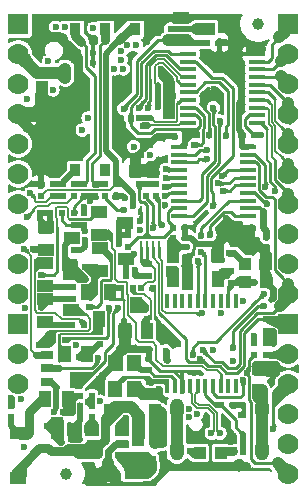
<source format=gbr>
G04 #@! TF.GenerationSoftware,KiCad,Pcbnew,5.1.6-c6e7f7d~87~ubuntu18.04.1*
G04 #@! TF.CreationDate,2021-11-02T16:25:14+02:00*
G04 #@! TF.ProjectId,NB-IoT-DevKit_Rev_D,4e422d49-6f54-42d4-9465-764b69745f52,D*
G04 #@! TF.SameCoordinates,Original*
G04 #@! TF.FileFunction,Copper,L4,Bot*
G04 #@! TF.FilePolarity,Positive*
%FSLAX46Y46*%
G04 Gerber Fmt 4.6, Leading zero omitted, Abs format (unit mm)*
G04 Created by KiCad (PCBNEW 5.1.6-c6e7f7d~87~ubuntu18.04.1) date 2021-11-02 16:25:14*
%MOMM*%
%LPD*%
G01*
G04 APERTURE LIST*
G04 #@! TA.AperFunction,SMDPad,CuDef*
%ADD10R,0.250000X1.000000*%
G04 #@! TD*
G04 #@! TA.AperFunction,ComponentPad*
%ADD11C,1.400000*%
G04 #@! TD*
G04 #@! TA.AperFunction,ComponentPad*
%ADD12R,1.400000X1.400000*%
G04 #@! TD*
G04 #@! TA.AperFunction,SMDPad,CuDef*
%ADD13R,1.000000X3.290000*%
G04 #@! TD*
G04 #@! TA.AperFunction,SMDPad,CuDef*
%ADD14R,0.900000X1.100000*%
G04 #@! TD*
G04 #@! TA.AperFunction,ComponentPad*
%ADD15O,1.200000X1.800000*%
G04 #@! TD*
G04 #@! TA.AperFunction,SMDPad,CuDef*
%ADD16R,1.400000X1.000000*%
G04 #@! TD*
G04 #@! TA.AperFunction,SMDPad,CuDef*
%ADD17R,0.550000X0.500000*%
G04 #@! TD*
G04 #@! TA.AperFunction,SMDPad,CuDef*
%ADD18R,0.500000X0.550000*%
G04 #@! TD*
G04 #@! TA.AperFunction,SMDPad,CuDef*
%ADD19R,1.000000X1.400000*%
G04 #@! TD*
G04 #@! TA.AperFunction,SMDPad,CuDef*
%ADD20R,0.508000X0.762000*%
G04 #@! TD*
G04 #@! TA.AperFunction,SMDPad,CuDef*
%ADD21R,1.016000X1.016000*%
G04 #@! TD*
G04 #@! TA.AperFunction,ComponentPad*
%ADD22C,1.778000*%
G04 #@! TD*
G04 #@! TA.AperFunction,ComponentPad*
%ADD23R,1.778000X1.778000*%
G04 #@! TD*
G04 #@! TA.AperFunction,SMDPad,CuDef*
%ADD24R,1.400000X0.350000*%
G04 #@! TD*
G04 #@! TA.AperFunction,SMDPad,CuDef*
%ADD25R,0.325000X1.270000*%
G04 #@! TD*
G04 #@! TA.AperFunction,SMDPad,CuDef*
%ADD26R,1.016000X0.762000*%
G04 #@! TD*
G04 #@! TA.AperFunction,ConnectorPad*
%ADD27C,1.000000*%
G04 #@! TD*
G04 #@! TA.AperFunction,SMDPad,CuDef*
%ADD28C,1.000000*%
G04 #@! TD*
G04 #@! TA.AperFunction,SMDPad,CuDef*
%ADD29R,1.200000X1.400000*%
G04 #@! TD*
G04 #@! TA.AperFunction,SMDPad,CuDef*
%ADD30R,1.200000X0.550000*%
G04 #@! TD*
G04 #@! TA.AperFunction,ViaPad*
%ADD31C,0.600000*%
G04 #@! TD*
G04 #@! TA.AperFunction,Conductor*
%ADD32C,0.609600*%
G04 #@! TD*
G04 #@! TA.AperFunction,Conductor*
%ADD33C,0.762000*%
G04 #@! TD*
G04 #@! TA.AperFunction,Conductor*
%ADD34C,0.508000*%
G04 #@! TD*
G04 #@! TA.AperFunction,Conductor*
%ADD35C,1.016000*%
G04 #@! TD*
G04 #@! TA.AperFunction,Conductor*
%ADD36C,0.254000*%
G04 #@! TD*
G04 #@! TA.AperFunction,Conductor*
%ADD37C,1.270000*%
G04 #@! TD*
G04 #@! TA.AperFunction,Conductor*
%ADD38C,0.355600*%
G04 #@! TD*
G04 #@! TA.AperFunction,Conductor*
%ADD39C,0.157480*%
G04 #@! TD*
G04 #@! TA.AperFunction,Conductor*
%ADD40C,0.203200*%
G04 #@! TD*
G04 #@! TA.AperFunction,Conductor*
%ADD41C,0.228600*%
G04 #@! TD*
G04 #@! TA.AperFunction,Conductor*
%ADD42C,0.127000*%
G04 #@! TD*
G04 #@! TA.AperFunction,Conductor*
%ADD43C,0.025400*%
G04 #@! TD*
G04 APERTURE END LIST*
D10*
X142442500Y-81129000D03*
X142942500Y-81129000D03*
X143442500Y-81129000D03*
X143942500Y-81129000D03*
X143942500Y-78129000D03*
X143442500Y-78129000D03*
X142942500Y-78129000D03*
X142442500Y-78129000D03*
D11*
X139715240Y-100058220D03*
D12*
X141744700Y-100055680D03*
D13*
X134061000Y-68643500D03*
X144804000Y-68643500D03*
D14*
X139446000Y-74623500D03*
X136906000Y-74623500D03*
X141986000Y-74623500D03*
X136906000Y-62673500D03*
X139446000Y-62673500D03*
X141986000Y-62673500D03*
D15*
X145498000Y-98294000D03*
X145498000Y-94824000D03*
X152698000Y-94824000D03*
X152698000Y-98294000D03*
D16*
X138973560Y-83118960D03*
X138973560Y-81216500D03*
X141183360Y-82171540D03*
D17*
X137668000Y-79248000D03*
X137668000Y-78232000D03*
D18*
X138303000Y-93726000D03*
X137287000Y-93726000D03*
X146304000Y-71691500D03*
X145288000Y-71691500D03*
X134747000Y-78232000D03*
X135763000Y-78232000D03*
X137287000Y-94615000D03*
X138303000Y-94615000D03*
X149098000Y-63817500D03*
X148082000Y-63817500D03*
X140779500Y-84582000D03*
X141795500Y-84582000D03*
D19*
X148966000Y-83820000D03*
X145166000Y-83820000D03*
X148966000Y-81788000D03*
X145166000Y-81788000D03*
D16*
X141138000Y-79121000D03*
X138938000Y-78171000D03*
X138938000Y-80071000D03*
D20*
X151130000Y-98425000D03*
X150368000Y-98425000D03*
D21*
X147447000Y-98552000D03*
X149225000Y-98552000D03*
D17*
X136715500Y-84518500D03*
X136715500Y-85534500D03*
D18*
X145161000Y-80391000D03*
X146177000Y-80391000D03*
D22*
X154940000Y-69850000D03*
X154940000Y-67310000D03*
X154940000Y-64770000D03*
D23*
X154940000Y-62230000D03*
D22*
X154940000Y-72390000D03*
X154940000Y-74930000D03*
X154940000Y-80010000D03*
X154940000Y-77470000D03*
X154940000Y-82550000D03*
X154940000Y-85090000D03*
X154940000Y-95250000D03*
X154940000Y-92710000D03*
X154940000Y-90170000D03*
D23*
X154940000Y-87630000D03*
D22*
X154940000Y-97790000D03*
X154940000Y-100330000D03*
X132080000Y-92710000D03*
X132080000Y-90170000D03*
D23*
X132080000Y-87630000D03*
D22*
X132080000Y-69850000D03*
X132080000Y-67310000D03*
X132080000Y-64770000D03*
D23*
X132080000Y-62230000D03*
D22*
X132080000Y-72390000D03*
X132080000Y-74930000D03*
X132080000Y-80010000D03*
X132080000Y-77470000D03*
X132080000Y-82550000D03*
X132080000Y-85090000D03*
D24*
X152252000Y-64766000D03*
X152252000Y-65416000D03*
X152252000Y-66066000D03*
X152252000Y-66716000D03*
X152252000Y-67366000D03*
X152252000Y-68016000D03*
X152252000Y-68666000D03*
X152252000Y-69316000D03*
X152252000Y-69966000D03*
X152252000Y-70616000D03*
X146452000Y-70616000D03*
X146452000Y-69966000D03*
X146452000Y-69316000D03*
X146452000Y-68666000D03*
X146452000Y-68016000D03*
X146452000Y-67366000D03*
X146452000Y-66716000D03*
X146452000Y-66066000D03*
X146452000Y-65416000D03*
X146452000Y-64766000D03*
X151490000Y-72640000D03*
X151490000Y-73290000D03*
X151490000Y-73940000D03*
X151490000Y-74590000D03*
X151490000Y-75240000D03*
X151490000Y-75890000D03*
X151490000Y-76540000D03*
X151490000Y-77190000D03*
X151490000Y-77840000D03*
X151490000Y-78490000D03*
X145690000Y-78490000D03*
X145690000Y-77840000D03*
X145690000Y-77190000D03*
X145690000Y-76540000D03*
X145690000Y-75890000D03*
X145690000Y-75240000D03*
X145690000Y-74590000D03*
X145690000Y-73940000D03*
X145690000Y-73290000D03*
X145690000Y-72640000D03*
D25*
X150499000Y-92900500D03*
X149849000Y-92900500D03*
X149199000Y-92900500D03*
X148549000Y-92900500D03*
X147899000Y-92900500D03*
X147249000Y-92900500D03*
X146599000Y-92900500D03*
X145949000Y-92900500D03*
X145299000Y-92900500D03*
X144649000Y-92900500D03*
X144649000Y-85661500D03*
X145299000Y-85661500D03*
X145949000Y-85661500D03*
X146599000Y-85661500D03*
X147249000Y-85661500D03*
X147899000Y-85661500D03*
X148549000Y-85661500D03*
X149199000Y-85661500D03*
X149849000Y-85661500D03*
X150499000Y-85661500D03*
D19*
X142242540Y-97282000D03*
X144145000Y-97282000D03*
X143189960Y-99491800D03*
D26*
X134493000Y-90233500D03*
X134493000Y-91376500D03*
X134493000Y-92519500D03*
D17*
X136779000Y-78232000D03*
X136779000Y-79248000D03*
D21*
X136715500Y-96520000D03*
X136715500Y-98298000D03*
X153035000Y-84074000D03*
X151257000Y-84074000D03*
D18*
X150241000Y-94488000D03*
X149225000Y-94488000D03*
D17*
X143129000Y-90551000D03*
X143129000Y-91567000D03*
X143129000Y-93599000D03*
X143129000Y-92583000D03*
D18*
X143510000Y-84582000D03*
X142494000Y-84582000D03*
X145161000Y-79502000D03*
X146177000Y-79502000D03*
X152844500Y-79502000D03*
X151828500Y-79502000D03*
D21*
X151257000Y-82550000D03*
X153035000Y-82550000D03*
D18*
X147193000Y-71628000D03*
X148209000Y-71628000D03*
X152019000Y-71628000D03*
X151003000Y-71628000D03*
D17*
X140335000Y-76835000D03*
X140335000Y-75819000D03*
X138557000Y-75819000D03*
X138557000Y-76835000D03*
X137668000Y-75819000D03*
X137668000Y-76835000D03*
D18*
X135001000Y-75819000D03*
X133985000Y-75819000D03*
D16*
X132080000Y-96901000D03*
X132080000Y-100701000D03*
D19*
X139832000Y-95123000D03*
X143632000Y-95123000D03*
X136019540Y-90170000D03*
X137922000Y-90170000D03*
X136966960Y-92379800D03*
X134368540Y-94015560D03*
X136271000Y-94015560D03*
X135315960Y-96225360D03*
D16*
X134401560Y-81340960D03*
X134401560Y-79438500D03*
X136611360Y-80393540D03*
D27*
X152400000Y-62230000D03*
X136144000Y-100330000D03*
D28*
X150749000Y-99695000D03*
D29*
X140297000Y-90975000D03*
X141897000Y-93175000D03*
X140297000Y-93175000D03*
X141897000Y-90975000D03*
D17*
X139001500Y-88328500D03*
X139001500Y-89344500D03*
X131445000Y-95504000D03*
X131445000Y-94488000D03*
D18*
X137287000Y-95504000D03*
X138303000Y-95504000D03*
D17*
X136779000Y-82423000D03*
X136779000Y-81407000D03*
D18*
X135001000Y-88963500D03*
X136017000Y-88963500D03*
D17*
X152019000Y-89281000D03*
X152019000Y-90297000D03*
D18*
X136652000Y-87693500D03*
X137668000Y-87693500D03*
X142240000Y-83566000D03*
X141224000Y-83566000D03*
D17*
X141351000Y-81153000D03*
X141351000Y-80137000D03*
X150114000Y-83185000D03*
X150114000Y-84201000D03*
X142875000Y-75819000D03*
X142875000Y-76835000D03*
X143764000Y-75819000D03*
X143764000Y-76835000D03*
X153035000Y-88265000D03*
X153035000Y-87249000D03*
X153035000Y-89281000D03*
X153035000Y-90297000D03*
X143129000Y-83566000D03*
X143129000Y-82550000D03*
D18*
X135001000Y-76835000D03*
X133985000Y-76835000D03*
D17*
X139446000Y-76835000D03*
X139446000Y-75819000D03*
X136779000Y-76835000D03*
X136779000Y-75819000D03*
X135890000Y-76835000D03*
X135890000Y-75819000D03*
D19*
X137924540Y-84963000D03*
X139827000Y-84963000D03*
X138871960Y-87172800D03*
D16*
X134366000Y-84388960D03*
X134366000Y-82486500D03*
X136575800Y-83441540D03*
X134366000Y-87429340D03*
X134366000Y-85526880D03*
X136575800Y-86481920D03*
D19*
X142999460Y-88229440D03*
X141097000Y-88229440D03*
X142052040Y-86019640D03*
D16*
X145831560Y-63624460D03*
X145831560Y-61722000D03*
X148041360Y-62677040D03*
D30*
X140873000Y-96837500D03*
X140873000Y-97787500D03*
X140873000Y-98737500D03*
X138273000Y-96837500D03*
X138273000Y-98737500D03*
D21*
X152400000Y-91440000D03*
X152400000Y-93218000D03*
D31*
X135255000Y-62484000D03*
X138112500Y-97726500D03*
X138848348Y-97752652D03*
X142320990Y-95408307D03*
X135858490Y-95091490D03*
X136588500Y-95072500D03*
X136028954Y-62484000D03*
X133477000Y-61658500D03*
X133477000Y-62420500D03*
X153162000Y-91059000D03*
X153924000Y-91059000D03*
X153924000Y-91821000D03*
X142938500Y-63754000D03*
X142367000Y-61658500D03*
X139192000Y-61658500D03*
X138430000Y-61658500D03*
X137668000Y-61658500D03*
X139954000Y-61658500D03*
X140716000Y-61658500D03*
X141478000Y-61658500D03*
X143954500Y-61658500D03*
X144716500Y-61658500D03*
X148844000Y-66167000D03*
X151578002Y-64262000D03*
X150558500Y-61658500D03*
X149796500Y-61658500D03*
X148971000Y-61658500D03*
X148209000Y-61658500D03*
X152781000Y-64389000D03*
X149606000Y-66167000D03*
X149688568Y-78695532D03*
X150956990Y-95313500D03*
X150956990Y-94488000D03*
X153162000Y-91821000D03*
X131445000Y-93916500D03*
X143954500Y-93154500D03*
X136499600Y-97345500D03*
X137223500Y-97345500D03*
X150241000Y-64389000D03*
X149606000Y-63754000D03*
X150558500Y-62484000D03*
X150876000Y-63246000D03*
X149606000Y-62484000D03*
X150114000Y-63246000D03*
X144526000Y-77533500D03*
X144352990Y-87947500D03*
X143129028Y-89726467D03*
X150050500Y-96837500D03*
X150050500Y-97599500D03*
X137541000Y-68961000D03*
X133921500Y-78232000D03*
X136627767Y-68833995D03*
X153606500Y-85407500D03*
X153214463Y-81713463D03*
X138874500Y-92265500D03*
X138383979Y-65532000D03*
X141097016Y-76962000D03*
X142875004Y-72644000D03*
X138394246Y-64677042D03*
X138546108Y-63743686D03*
X133921500Y-70929500D03*
X133921500Y-71691520D03*
X144045845Y-88723665D03*
X151003000Y-68707000D03*
X151003000Y-66548000D03*
X148636010Y-67737010D03*
X144142750Y-66049312D03*
X142347368Y-78958939D03*
X138158412Y-77251428D03*
X142938500Y-62992024D03*
X140210000Y-66038000D03*
X140779500Y-65278000D03*
X140779500Y-64516000D03*
X142049500Y-64008000D03*
X132842000Y-68580000D03*
X152019000Y-88646000D03*
X151130000Y-97790000D03*
X151130000Y-97028000D03*
X152065021Y-84074000D03*
X144535620Y-89927870D03*
X144653016Y-90678000D03*
X140963569Y-66033569D03*
X141315058Y-64043642D03*
X132969000Y-96901000D03*
X132969000Y-95377000D03*
X132969000Y-96139000D03*
X136017000Y-66040000D03*
X136036227Y-66769061D03*
X135079922Y-95086569D03*
X138849016Y-90552030D03*
X137635012Y-77756006D03*
X132588000Y-81280000D03*
X137709771Y-79739889D03*
X138983466Y-94176291D03*
X144089980Y-95530019D03*
X144096560Y-96278623D03*
X137738396Y-80518000D03*
X139761150Y-86251659D03*
X149923500Y-81661000D03*
X141742466Y-77643010D03*
X143001992Y-87202990D03*
X148297369Y-80090990D03*
X143256000Y-73300236D03*
X141841510Y-72628804D03*
X147537009Y-80208020D03*
X153847424Y-76377400D03*
X146827011Y-90281240D03*
X152998011Y-76012313D03*
X152833755Y-85100769D03*
X147700996Y-89852500D03*
X153162000Y-77470000D03*
X152844500Y-86106004D03*
X151460200Y-91744802D03*
X150238747Y-89659777D03*
X150266400Y-90754200D03*
X149368334Y-76334546D03*
X147497903Y-90561331D03*
X147597892Y-86741000D03*
X149330075Y-75098575D03*
X153670000Y-96520000D03*
X148526500Y-89852500D03*
X148964848Y-75729777D03*
X149225000Y-86723636D03*
X149144021Y-70448017D03*
X148590000Y-69342000D03*
X142621000Y-70866000D03*
X137946782Y-94219961D03*
X137494952Y-71221994D03*
X141160500Y-95631000D03*
X134620000Y-65405000D03*
X133964982Y-83450536D03*
X132650867Y-86296500D03*
X141887179Y-81740822D03*
X144843500Y-82994500D03*
X142789502Y-86392593D03*
X143510003Y-79501997D03*
X144220579Y-79248000D03*
X133096000Y-76581000D03*
X141033500Y-77978000D03*
X132777999Y-78585644D03*
X141016032Y-69408149D03*
X142303500Y-70167500D03*
X142335051Y-79685846D03*
X148409500Y-96901000D03*
X149136500Y-96901000D03*
X140574731Y-80828669D03*
X138082579Y-86156319D03*
X144528686Y-76771500D03*
X144487475Y-76022200D03*
X144546944Y-75285600D03*
X144573794Y-74549000D03*
X148062447Y-73701043D03*
X148062447Y-72917553D03*
X149652031Y-71750302D03*
X143876996Y-69295979D03*
X143078611Y-69339199D03*
X142266160Y-69368160D03*
X148580342Y-77688796D03*
X146939000Y-72453500D03*
X147193000Y-95250000D03*
X146532600Y-95529400D03*
X146532600Y-94818200D03*
X134493000Y-96266000D03*
X135128000Y-97155000D03*
X135691590Y-97599500D03*
X138430000Y-62611006D03*
X144970500Y-62674500D03*
X133684990Y-82423000D03*
X147574000Y-81570041D03*
X146621500Y-98361500D03*
X133350000Y-81280000D03*
X146317312Y-81093012D03*
X132588000Y-98044000D03*
X137739601Y-83813228D03*
X133982128Y-86169500D03*
X147322691Y-82294843D03*
X153035000Y-88773000D03*
X153606500Y-88265000D03*
X153606500Y-89281000D03*
X151088500Y-85674927D03*
X152781000Y-78803500D03*
X140512499Y-86283800D03*
X152656250Y-71628000D03*
X153065969Y-80294977D03*
X141991010Y-83103784D03*
X149725649Y-83539305D03*
X151088512Y-92418574D03*
X137223500Y-90398900D03*
X135000992Y-67818000D03*
X132338089Y-94000447D03*
X133794500Y-89379917D03*
X136977870Y-89382600D03*
X137744039Y-82773853D03*
X142306704Y-75818996D03*
X141577738Y-70210123D03*
X137985500Y-70208262D03*
D32*
X136427400Y-93726000D02*
X136271000Y-93882400D01*
X136271000Y-93882400D02*
X136271000Y-94043500D01*
D33*
X139028388Y-97826612D02*
X138684000Y-98171000D01*
X137287000Y-98171000D02*
X136525000Y-98171000D01*
D32*
X136906000Y-93726000D02*
X136427400Y-93726000D01*
X136271000Y-94015560D02*
X136271000Y-95059500D01*
X137668000Y-98171000D02*
X137350500Y-98171000D01*
X138112500Y-97726500D02*
X137668000Y-98171000D01*
D33*
X138684000Y-98171000D02*
X137350500Y-98171000D01*
X137350500Y-98171000D02*
X137287000Y-98171000D01*
X136271000Y-98171000D02*
X137287000Y-98171000D01*
X135572500Y-98425000D02*
X136017000Y-98425000D01*
X136017000Y-98425000D02*
X136271000Y-98171000D01*
D32*
X139128500Y-97726500D02*
X138874500Y-97726500D01*
X138874500Y-97726500D02*
X138848348Y-97752652D01*
X138822196Y-97726500D02*
X138848348Y-97752652D01*
X138112500Y-97726500D02*
X138822196Y-97726500D01*
D33*
X139382511Y-95572489D02*
X139382511Y-97472489D01*
X139382511Y-97472489D02*
X139028388Y-97826612D01*
X139832000Y-95123000D02*
X139382511Y-95572489D01*
X136525000Y-98425000D02*
X135572500Y-98425000D01*
X138811000Y-98044000D02*
X138811000Y-98679000D01*
X139028388Y-97826612D02*
X138811000Y-98044000D01*
X138811000Y-98679000D02*
X137160000Y-98679000D01*
X137160000Y-98679000D02*
X136779000Y-98298000D01*
X136779000Y-98298000D02*
X136652000Y-98298000D01*
X136652000Y-98298000D02*
X136525000Y-98425000D01*
X132397500Y-100383500D02*
X132080000Y-100701000D01*
X132397500Y-99631500D02*
X132397500Y-100383500D01*
X133858000Y-98171000D02*
X132397500Y-99631500D01*
X135572500Y-98425000D02*
X134810500Y-98425000D01*
X134556500Y-98171000D02*
X133858000Y-98171000D01*
X134810500Y-98425000D02*
X134556500Y-98171000D01*
X132397500Y-99631500D02*
X131762500Y-100266500D01*
X131762500Y-100266500D02*
X131762500Y-100711000D01*
D34*
X136906000Y-93726000D02*
X137287000Y-93726000D01*
D35*
X142320990Y-95832571D02*
X142320990Y-95408307D01*
X142320990Y-97201010D02*
X142320990Y-95832571D01*
X142240000Y-97282000D02*
X142320990Y-97201010D01*
X141591183Y-94678500D02*
X142320990Y-95408307D01*
X139832000Y-95123000D02*
X140276500Y-94678500D01*
X140276500Y-94678500D02*
X141591183Y-94678500D01*
D33*
X139382500Y-96139000D02*
X140716000Y-94805500D01*
X139382500Y-96774000D02*
X139382500Y-96139000D01*
D35*
X142242540Y-95486757D02*
X142320990Y-95408307D01*
X142242540Y-97282000D02*
X142242540Y-95486757D01*
D32*
X136271000Y-95059500D02*
X135890480Y-95059500D01*
X136588500Y-94043500D02*
X136588500Y-94648236D01*
X136588500Y-94648236D02*
X136588500Y-95072500D01*
X136271000Y-95059500D02*
X136575500Y-95059500D01*
X136575500Y-95059500D02*
X136588500Y-95072500D01*
X136906000Y-93726000D02*
X136588500Y-94043500D01*
X135890480Y-95059500D02*
X135858490Y-95091490D01*
X135858490Y-95091010D02*
X135858490Y-95091490D01*
X136080500Y-94869000D02*
X135858490Y-95091010D01*
X136334500Y-94107000D02*
X136080500Y-94361000D01*
X136080500Y-94361000D02*
X136080500Y-94869000D01*
D34*
X141897000Y-93175000D02*
X142321000Y-93599000D01*
X142321000Y-93599000D02*
X143129000Y-93599000D01*
X143129000Y-93599000D02*
X143002000Y-93599000D01*
X143002000Y-93599000D02*
X142240000Y-92837000D01*
D33*
X140297000Y-90975000D02*
X140525500Y-90746500D01*
D34*
X153162000Y-91059000D02*
X153162000Y-91821000D01*
D32*
X153924000Y-91059000D02*
X153924000Y-91821000D01*
D34*
X153543000Y-91059000D02*
X153543000Y-91821000D01*
D32*
X153543000Y-91821000D02*
X153162000Y-91821000D01*
X153162000Y-91059000D02*
X153543000Y-91059000D01*
X153924000Y-91821000D02*
X153543000Y-91821000D01*
X153543000Y-91059000D02*
X153924000Y-91059000D01*
D34*
X151828500Y-79502000D02*
X151828500Y-80137000D01*
X133985000Y-67691000D02*
X133979000Y-67697000D01*
X151257000Y-79565500D02*
X151257000Y-79502000D01*
X151257000Y-79502000D02*
X151828500Y-79502000D01*
X133979000Y-68828000D02*
X133985000Y-68834000D01*
X133979000Y-67648000D02*
X133979000Y-68828000D01*
D32*
X139192000Y-61658500D02*
X134429500Y-61658500D01*
X134429500Y-61658500D02*
X134239000Y-61849000D01*
X133477000Y-61658500D02*
X133477000Y-62357000D01*
X133477000Y-61658500D02*
X134429500Y-61658500D01*
D34*
X133873500Y-62055000D02*
X133477000Y-61658500D01*
X134219000Y-62055000D02*
X133873500Y-62055000D01*
D32*
X143954500Y-61658500D02*
X142875000Y-61658500D01*
X143954500Y-61658500D02*
X144716500Y-61658500D01*
X145669000Y-61846460D02*
X145481040Y-61658500D01*
X145481040Y-61658500D02*
X144716500Y-61658500D01*
D34*
X151574500Y-64265502D02*
X151578002Y-64262000D01*
X151574500Y-64643000D02*
X151574500Y-64265502D01*
D36*
X151490000Y-64766000D02*
X151574500Y-64681500D01*
X151574500Y-64681500D02*
X151574500Y-64643000D01*
D34*
X149669500Y-78714600D02*
X149688568Y-78695532D01*
X149669500Y-79502000D02*
X149669500Y-78714600D01*
X150495000Y-79501964D02*
X150495000Y-79502000D01*
X149688568Y-78695532D02*
X150495000Y-79501964D01*
X151257000Y-79502000D02*
X150495000Y-79502000D01*
X150495000Y-79502000D02*
X149669500Y-79502000D01*
X151447500Y-79756000D02*
X151479250Y-79787750D01*
X149669500Y-79756000D02*
X151447500Y-79756000D01*
X151479250Y-79787750D02*
X151257000Y-79565500D01*
X149669500Y-79502000D02*
X149669500Y-79756000D01*
X149669500Y-79756000D02*
X149669500Y-80073500D01*
X150241000Y-94488000D02*
X150956990Y-94488000D01*
X152737736Y-91059000D02*
X152146000Y-91059000D01*
X153162000Y-91059000D02*
X152737736Y-91059000D01*
X153162000Y-91059000D02*
X152400000Y-91821000D01*
X152146000Y-91821000D02*
X153162000Y-91821000D01*
X152400000Y-91821000D02*
X152146000Y-91821000D01*
X141897000Y-93175000D02*
X141897000Y-93561000D01*
X143002000Y-93599000D02*
X142321000Y-93599000D01*
X136652000Y-96520000D02*
X137287000Y-95885000D01*
X137287000Y-95885000D02*
X137287000Y-95504000D01*
X137287000Y-95504000D02*
X137287000Y-94615000D01*
D32*
X131445000Y-94488000D02*
X131445000Y-93916500D01*
D35*
X139715240Y-100058220D02*
X139700000Y-100042980D01*
X139700000Y-100042980D02*
X139700000Y-99441000D01*
D32*
X142367000Y-93281500D02*
X142303500Y-93218000D01*
X143954500Y-93154500D02*
X143827500Y-93281500D01*
X143827500Y-93281500D02*
X142367000Y-93281500D01*
X136494801Y-97340701D02*
X136499600Y-97345500D01*
X136494801Y-97121235D02*
X136494801Y-97340701D01*
X136499600Y-97116436D02*
X136494801Y-97121235D01*
X136652000Y-96520000D02*
X136499600Y-96672400D01*
X136499600Y-96672400D02*
X136499600Y-97116436D01*
X137223500Y-97345500D02*
X136499600Y-97345500D01*
X137223500Y-97345500D02*
X136829800Y-96951800D01*
X136829800Y-96951800D02*
X136829800Y-96418400D01*
X143954500Y-93662500D02*
X143972001Y-93680001D01*
X143891000Y-93599000D02*
X143972001Y-93680001D01*
X143129000Y-93599000D02*
X143891000Y-93599000D01*
X143954500Y-93154500D02*
X143954500Y-93662500D01*
X144271974Y-93979974D02*
X144271974Y-93980000D01*
X144018000Y-93726000D02*
X144271974Y-93979974D01*
X143972001Y-93680001D02*
X143972001Y-93680027D01*
X143972001Y-93680027D02*
X144271974Y-93980000D01*
X144271974Y-93980000D02*
X144017974Y-93726000D01*
X142448000Y-93726000D02*
X141897000Y-93175000D01*
X144017974Y-93726000D02*
X142448000Y-93726000D01*
D35*
X139715240Y-100058220D02*
X139715240Y-100091240D01*
X139715240Y-100091240D02*
X140271500Y-100647500D01*
D36*
X140271500Y-100647500D02*
X139700000Y-100076000D01*
D33*
X140970000Y-88229440D02*
X140970000Y-88646000D01*
X141097000Y-88898212D02*
X141097000Y-88011000D01*
D32*
X139700000Y-99060000D02*
X139700000Y-99441000D01*
X140906500Y-97790000D02*
X140322890Y-97790000D01*
X139700000Y-98412890D02*
X139700000Y-99060000D01*
X140322890Y-97790000D02*
X139700000Y-98412890D01*
D34*
X137223500Y-95948500D02*
X137223500Y-97345500D01*
X137287000Y-95885000D02*
X137223500Y-95948500D01*
D32*
X139192000Y-61658500D02*
X141922500Y-61658500D01*
X141922500Y-61658500D02*
X144716500Y-61658500D01*
X134899400Y-70078600D02*
X135559800Y-69418200D01*
X133985000Y-68834000D02*
X134340600Y-69189600D01*
X135788400Y-69189600D02*
X135839200Y-69138800D01*
X134340600Y-69189600D02*
X135788400Y-69189600D01*
X135559800Y-69418200D02*
X135839200Y-69138800D01*
X132969000Y-69850000D02*
X132537200Y-69850000D01*
X133985000Y-68834000D02*
X132969000Y-69850000D01*
D37*
X132080000Y-69850000D02*
X132537200Y-69850000D01*
D32*
X133979000Y-68497800D02*
X134315200Y-68834000D01*
X133979000Y-67648000D02*
X133979000Y-68497800D01*
X133985000Y-68834000D02*
X134315200Y-68834000D01*
X133985000Y-68834000D02*
X133985000Y-68402200D01*
D38*
X150618000Y-64766000D02*
X150241000Y-64389000D01*
X151490000Y-64766000D02*
X150618000Y-64766000D01*
D34*
X139715240Y-100058220D02*
X138384280Y-100058220D01*
X140970000Y-88229440D02*
X140970000Y-89437440D01*
D33*
X140297000Y-90462000D02*
X141097000Y-89662000D01*
X140297000Y-90975000D02*
X140297000Y-90462000D01*
D32*
X141095646Y-88899566D02*
X141097000Y-88898212D01*
D33*
X141095646Y-89662000D02*
X141095646Y-88709066D01*
D36*
X140525500Y-89979500D02*
X140778561Y-89726439D01*
X143129000Y-89726439D02*
X143129028Y-89726467D01*
D34*
X148966000Y-80777000D02*
X148971000Y-80772000D01*
D36*
X148971000Y-80772000D02*
X148844000Y-80899000D01*
D32*
X141096033Y-89726467D02*
X143129028Y-89726467D01*
D36*
X140779500Y-101155500D02*
X140271500Y-100647500D01*
X143573500Y-101155500D02*
X140779500Y-101155500D01*
X144780000Y-99949000D02*
X143573500Y-101155500D01*
X148971000Y-99949000D02*
X144780000Y-99949000D01*
X149225000Y-99695000D02*
X148971000Y-99949000D01*
X138384280Y-100058220D02*
X137795000Y-100647500D01*
X137795000Y-101155500D02*
X140812520Y-101155500D01*
X137795000Y-100647500D02*
X137795000Y-101155500D01*
D32*
X133985000Y-68834000D02*
X133938990Y-68880010D01*
X134315200Y-68834000D02*
X136201735Y-68833999D01*
X136144001Y-68833999D02*
X136201735Y-68833999D01*
X135839200Y-69138800D02*
X136144001Y-68833999D01*
D34*
X140208000Y-84582000D02*
X140779500Y-84582000D01*
X139827000Y-84963000D02*
X140208000Y-84582000D01*
D32*
X134899400Y-70078600D02*
X134620000Y-70358000D01*
X134363243Y-69596000D02*
X133938979Y-69596000D01*
X134421579Y-70078600D02*
X134238978Y-69895999D01*
X133938979Y-68880021D02*
X133938979Y-69171736D01*
X135382000Y-69596000D02*
X134363243Y-69596000D01*
X135559800Y-69418200D02*
X135382000Y-69596000D01*
X133938979Y-70020264D02*
X133938979Y-69596000D01*
X133938979Y-70265969D02*
X133938979Y-70020264D01*
X134238978Y-69895999D02*
X133938979Y-69596000D01*
X133938990Y-68880010D02*
X133938979Y-68880021D01*
X134899400Y-70078600D02*
X134421579Y-70078600D01*
X133938979Y-69171736D02*
X133938979Y-69596000D01*
X133985000Y-70311990D02*
X133938979Y-70265969D01*
D33*
X141097000Y-89598500D02*
X141097000Y-88898212D01*
D34*
X143129000Y-90551000D02*
X143129000Y-89726495D01*
X143129000Y-89726495D02*
X143129028Y-89726467D01*
D36*
X144087259Y-91630490D02*
X143129000Y-90672231D01*
X145953000Y-92342910D02*
X145240580Y-91630490D01*
X145953000Y-93154500D02*
X145953000Y-92342910D01*
X143129000Y-90672231D02*
X143129000Y-90551000D01*
X145240580Y-91630490D02*
X144087259Y-91630490D01*
D32*
X136201739Y-68833995D02*
X136203503Y-68833995D01*
X136203503Y-68833995D02*
X136627767Y-68833995D01*
X136201735Y-68833999D02*
X136201739Y-68833995D01*
D36*
X139763500Y-85090000D02*
X139763500Y-84963000D01*
X140886548Y-85133548D02*
X140886548Y-84689048D01*
X140886548Y-84689048D02*
X140779500Y-84582000D01*
X140886548Y-85514548D02*
X139870548Y-85514548D01*
X140886548Y-85514548D02*
X140886548Y-85133548D01*
X139870548Y-85514548D02*
X139807048Y-85514548D01*
X139807048Y-85514548D02*
X139763500Y-85471000D01*
X139763500Y-85471000D02*
X139763500Y-85090000D01*
D34*
X149669500Y-80073500D02*
X151701500Y-80073500D01*
X148966000Y-81666000D02*
X148966000Y-80777000D01*
X148844000Y-81788000D02*
X148966000Y-81666000D01*
D33*
X140081000Y-90487500D02*
X140081000Y-90868500D01*
X141033500Y-88138000D02*
X141033500Y-89535000D01*
X141033500Y-89535000D02*
X140081000Y-90487500D01*
D36*
X140970000Y-88229440D02*
X141013548Y-88185892D01*
X141013548Y-85641548D02*
X140886548Y-85514548D01*
D39*
X140886548Y-85514548D02*
X141061808Y-85689808D01*
X141061808Y-87975808D02*
X141097000Y-88011000D01*
D32*
X153035000Y-84074000D02*
X153035000Y-82550000D01*
X153035000Y-84074000D02*
X153606500Y-84645500D01*
X153606500Y-84645500D02*
X153606500Y-85407500D01*
X151765000Y-80264000D02*
X152914464Y-81413464D01*
X153035000Y-82550000D02*
X153214463Y-82370537D01*
X152914464Y-81413464D02*
X153214463Y-81713463D01*
X151765000Y-80073500D02*
X151765000Y-80264000D01*
X153214463Y-82137727D02*
X153214463Y-81713463D01*
X153214463Y-82370537D02*
X153214463Y-82137727D01*
D34*
X141061808Y-88194248D02*
X141061808Y-87277308D01*
X141097000Y-88229440D02*
X141061808Y-88194248D01*
D39*
X141061808Y-85689808D02*
X141061808Y-87277308D01*
X141061808Y-87277308D02*
X141061808Y-87975808D01*
D33*
X150749000Y-99695000D02*
X149225000Y-99695000D01*
X150749000Y-99695000D02*
X151384000Y-99695000D01*
D36*
X151384000Y-99695000D02*
X151574500Y-99885500D01*
X151574500Y-99885500D02*
X153225500Y-99885500D01*
X144562998Y-69110800D02*
X144562998Y-69453491D01*
X145007798Y-68666000D02*
X144562998Y-69110800D01*
D37*
X133858000Y-69676979D02*
X133938979Y-69596000D01*
X132537200Y-69850000D02*
X133731000Y-69850000D01*
X133858000Y-69723000D02*
X133858000Y-69676979D01*
X133731000Y-69850000D02*
X133858000Y-69723000D01*
D34*
X134905750Y-61658500D02*
X135128000Y-61658500D01*
X133477000Y-62420500D02*
X134143750Y-62420500D01*
X134143750Y-62420500D02*
X134905750Y-61658500D01*
X134747000Y-78232000D02*
X133921500Y-78232000D01*
X140970016Y-76835000D02*
X141097016Y-76962000D01*
X140335000Y-76835000D02*
X140970016Y-76835000D01*
D36*
X136779000Y-78232000D02*
X136779000Y-77724000D01*
X136779000Y-77724000D02*
X137668000Y-76835000D01*
X140335000Y-76708000D02*
X140335000Y-76835000D01*
D34*
X141986000Y-73533004D02*
X142875004Y-72644000D01*
X141986000Y-74623500D02*
X141986000Y-73533004D01*
X138176000Y-76835000D02*
X138557000Y-76835000D01*
X137668000Y-76835000D02*
X138176000Y-76835000D01*
X133921500Y-78831440D02*
X133921500Y-78232000D01*
X134401560Y-79311500D02*
X133921500Y-78831440D01*
X134747000Y-78232000D02*
X134747000Y-79248000D01*
X133477000Y-62420500D02*
X133477000Y-61658500D01*
D33*
X135103762Y-70358000D02*
X134620000Y-70358000D01*
X136627767Y-68833995D02*
X135103762Y-70358000D01*
X135440750Y-63292001D02*
X134348501Y-63292001D01*
X137160000Y-65011251D02*
X135440750Y-63292001D01*
X137160000Y-68301762D02*
X137160000Y-65011251D01*
X136627767Y-68833995D02*
X137160000Y-68301762D01*
D32*
X133938979Y-70912021D02*
X133921500Y-70929500D01*
X134620000Y-70358000D02*
X134493000Y-70358000D01*
X134493000Y-70358000D02*
X133921500Y-70929500D01*
X133938979Y-68880021D02*
X133938979Y-70912021D01*
X133921500Y-69786500D02*
X133921500Y-70929500D01*
X132080000Y-69799200D02*
X133908800Y-69799200D01*
X133908800Y-69799200D02*
X133921500Y-69786500D01*
D34*
X133985000Y-75819000D02*
X133985000Y-71755020D01*
X133985000Y-71755020D02*
X133921500Y-71691520D01*
D32*
X133921500Y-71691520D02*
X133921500Y-70929500D01*
D34*
X146177000Y-80391000D02*
X146177000Y-79502000D01*
D32*
X144352990Y-87947500D02*
X144352990Y-88416520D01*
X144352990Y-88416520D02*
X144045845Y-88723665D01*
D34*
X151490000Y-72640000D02*
X151007000Y-72640000D01*
X151007000Y-72640000D02*
X151003000Y-72636000D01*
X151003000Y-72636000D02*
X151003000Y-71628000D01*
D36*
X148209000Y-71501000D02*
X148209001Y-70993001D01*
X148336000Y-71120000D02*
X148336000Y-71628000D01*
X148336000Y-71120000D02*
X148209001Y-70993001D01*
D34*
X149098000Y-63754000D02*
X149606000Y-63754000D01*
X150749011Y-68960989D02*
X151003000Y-68707000D01*
X151003000Y-71486642D02*
X150749011Y-71232653D01*
X151003000Y-71628000D02*
X151003000Y-71486642D01*
X150749011Y-71232653D02*
X150749011Y-68960989D01*
X143827504Y-71691500D02*
X142875004Y-72644000D01*
X145288000Y-71691500D02*
X143827504Y-71691500D01*
D32*
X133477000Y-62865000D02*
X133477000Y-62420500D01*
D33*
X134143750Y-62420500D02*
X134143750Y-63087250D01*
X134143750Y-63087250D02*
X134348501Y-63292001D01*
X134005601Y-63292001D02*
X133553200Y-62839600D01*
X134348501Y-63292001D02*
X134005601Y-63292001D01*
D32*
X140165000Y-90975000D02*
X138874500Y-92265500D01*
X140297000Y-90975000D02*
X140165000Y-90975000D01*
D36*
X147828000Y-68545020D02*
X148636010Y-67737010D01*
X147828000Y-69399922D02*
X147828000Y-68545020D01*
X148209001Y-70993001D02*
X148209001Y-69780923D01*
X148209001Y-69780923D02*
X147828000Y-69399922D01*
D34*
X144154312Y-66049312D02*
X144142750Y-66049312D01*
X145034000Y-66929000D02*
X144154312Y-66049312D01*
X144804000Y-68643500D02*
X145034000Y-68413500D01*
X145034000Y-68413500D02*
X145034000Y-66929000D01*
X144142750Y-66672750D02*
X144780000Y-67310000D01*
X144142750Y-66049312D02*
X144142750Y-66672750D01*
X147183021Y-80889021D02*
X146685000Y-80391000D01*
X148834021Y-80889021D02*
X147183021Y-80889021D01*
X148844000Y-80899000D02*
X148834021Y-80889021D01*
X146685000Y-80391000D02*
X146177000Y-80391000D01*
D32*
X149161500Y-81592500D02*
X149161500Y-80581500D01*
X148966000Y-81788000D02*
X149161500Y-81592500D01*
D33*
X149669500Y-80073500D02*
X149161500Y-80581500D01*
X149161500Y-80581500D02*
X148844000Y-80899000D01*
D40*
X143637000Y-84709000D02*
X143510000Y-84582000D01*
X144352990Y-87947500D02*
X143637000Y-87231510D01*
X143637000Y-87231510D02*
X143637000Y-84709000D01*
D36*
X142442500Y-78129000D02*
X142442500Y-78863807D01*
X142442500Y-78863807D02*
X142347368Y-78958939D01*
D34*
X138176000Y-76835000D02*
X138176000Y-77233840D01*
X138176000Y-77233840D02*
X138158412Y-77251428D01*
D32*
X142938500Y-61805736D02*
X142938500Y-62992024D01*
X143954500Y-61658500D02*
X142938500Y-62674500D01*
X142748242Y-61658500D02*
X142938500Y-61848758D01*
X142938500Y-61848758D02*
X142938500Y-62992024D01*
X141922500Y-61658500D02*
X142748242Y-61658500D01*
X142791264Y-61658500D02*
X142938500Y-61805736D01*
X142367000Y-61658500D02*
X142791264Y-61658500D01*
X142938500Y-62674500D02*
X142938500Y-62992024D01*
D36*
X149225000Y-94361000D02*
X149225000Y-94488000D01*
X147903000Y-93154500D02*
X147903000Y-93674000D01*
X148590000Y-94361000D02*
X149225000Y-94361000D01*
X147903000Y-93674000D02*
X148590000Y-94361000D01*
X148844000Y-94615000D02*
X149225000Y-94615000D01*
X148590000Y-94361000D02*
X148780500Y-94551500D01*
X148780500Y-94551500D02*
X149225000Y-94551500D01*
X148780500Y-94551500D02*
X148844000Y-94615000D01*
X149225000Y-94551500D02*
X149288500Y-94488000D01*
X149853000Y-85915500D02*
X149853000Y-85210000D01*
X149853000Y-85126264D02*
X149853000Y-85210000D01*
X149853000Y-85915500D02*
X149853000Y-85286200D01*
X149853000Y-85915500D02*
X149853000Y-85274800D01*
D34*
X152019000Y-89154000D02*
X152019000Y-88646000D01*
D36*
X149853000Y-84462000D02*
X150114000Y-84201000D01*
X149853000Y-85210000D02*
X149853000Y-84462000D01*
D34*
X150114000Y-84201000D02*
X151130000Y-84201000D01*
X151130000Y-84201000D02*
X151257000Y-84074000D01*
X151130000Y-98425000D02*
X151130000Y-97790000D01*
D36*
X150495000Y-95758000D02*
X149225000Y-94488000D01*
X151130000Y-97028000D02*
X150495000Y-96393000D01*
X150495000Y-96393000D02*
X150495000Y-95758000D01*
D34*
X151130000Y-97790000D02*
X151130000Y-97028000D01*
D32*
X151257000Y-84074000D02*
X152065021Y-84074000D01*
X144535620Y-90560604D02*
X144653016Y-90678000D01*
X144535620Y-89927870D02*
X144535620Y-90560604D01*
D36*
X149849000Y-85661500D02*
X149849000Y-84720000D01*
X149849000Y-84720000D02*
X150241000Y-84328000D01*
D34*
X150114000Y-84201000D02*
X150495000Y-84201000D01*
X150495000Y-84201000D02*
X150876000Y-83820000D01*
D35*
X152698000Y-94824000D02*
X152698000Y-96740000D01*
X152698000Y-98294000D02*
X152698000Y-96740000D01*
X145498000Y-98294000D02*
X145498000Y-96818000D01*
X145498000Y-94824000D02*
X145498000Y-96818000D01*
X152698000Y-94824000D02*
X152698000Y-94444000D01*
X152400000Y-93218000D02*
X152400000Y-93789500D01*
X152400000Y-93789500D02*
X152717500Y-94107000D01*
X152654000Y-93218000D02*
X152400000Y-93218000D01*
X152698000Y-94824000D02*
X152698000Y-93262000D01*
X152698000Y-93262000D02*
X152654000Y-93218000D01*
D34*
X131445000Y-95504000D02*
X131445000Y-96266000D01*
X131445000Y-96266000D02*
X132080000Y-96901000D01*
D33*
X132080000Y-96901000D02*
X132969000Y-96901000D01*
X132207000Y-97028000D02*
X132080000Y-96901000D01*
X132842000Y-97028000D02*
X132207000Y-97028000D01*
X132969000Y-96901000D02*
X132842000Y-97028000D01*
X132969000Y-95123000D02*
X132969000Y-96901000D01*
X134368540Y-94015560D02*
X134076440Y-94015560D01*
X134076440Y-94015560D02*
X132969000Y-95123000D01*
D32*
X141711680Y-100055680D02*
X141744700Y-100055680D01*
X140873000Y-99217000D02*
X141711680Y-100055680D01*
X143189960Y-99491800D02*
X143189960Y-99374960D01*
X143189960Y-99374960D02*
X143002000Y-99187000D01*
X140873000Y-99217000D02*
X142845000Y-99217000D01*
X142845000Y-99217000D02*
X142875000Y-99187000D01*
D37*
X141744700Y-100055680D02*
X142895320Y-100055680D01*
X142895320Y-100055680D02*
X143002000Y-99949000D01*
X143002000Y-99949000D02*
X143129000Y-99822000D01*
X143129000Y-99822000D02*
X143129000Y-99441000D01*
D32*
X140589000Y-98933000D02*
X140873000Y-99217000D01*
X142938500Y-98742500D02*
X143383000Y-99187000D01*
X140589000Y-98742500D02*
X142938500Y-98742500D01*
X134810500Y-92519500D02*
X135255000Y-92964000D01*
X134493000Y-92519500D02*
X134810500Y-92519500D01*
D34*
X135255000Y-92964000D02*
X135255000Y-94742000D01*
D38*
X135255000Y-94911491D02*
X135079922Y-95086569D01*
X135255000Y-94742000D02*
X135255000Y-94911491D01*
D35*
X136017000Y-66040000D02*
X136017000Y-66749834D01*
X135699500Y-66357500D02*
X136017000Y-66040000D01*
X136036227Y-66059227D02*
X136017000Y-66040000D01*
X136036227Y-66769061D02*
X136036227Y-66059227D01*
X133667500Y-66357500D02*
X132080000Y-64770000D01*
X136036227Y-66769061D02*
X135624666Y-66357500D01*
X135624666Y-66357500D02*
X133667500Y-66357500D01*
D36*
X138294880Y-91376500D02*
X138849016Y-90822364D01*
X138849016Y-90822364D02*
X138849016Y-90552030D01*
D32*
X134493000Y-91376500D02*
X135509000Y-91376500D01*
D36*
X135509000Y-91376500D02*
X138294880Y-91376500D01*
D34*
X137668000Y-78232000D02*
X137668000Y-77788994D01*
X137668000Y-77788994D02*
X137635012Y-77756006D01*
D39*
X132887999Y-81579999D02*
X132588000Y-81280000D01*
X133174440Y-81866440D02*
X132887999Y-81579999D01*
X133604000Y-90233500D02*
X133174741Y-89804241D01*
X133174741Y-89804241D02*
X133174741Y-82499104D01*
X133174741Y-82499104D02*
X133174440Y-82498803D01*
X133174440Y-82498803D02*
X133174440Y-81866440D01*
D32*
X134493000Y-90233500D02*
X133604000Y-90233500D01*
D34*
X137668000Y-79248000D02*
X136779000Y-79248000D01*
X137668000Y-79698118D02*
X137709771Y-79739889D01*
X137668000Y-79248000D02*
X137668000Y-79698118D01*
D36*
X135763000Y-78867000D02*
X136144000Y-79248000D01*
X135763000Y-78232000D02*
X135763000Y-78867000D01*
X136144000Y-79248000D02*
X136779000Y-79248000D01*
D33*
X143637000Y-97726500D02*
X144272000Y-97726500D01*
D32*
X143632000Y-96007000D02*
X143637000Y-96012000D01*
D33*
X143637000Y-95123000D02*
X143637000Y-96012000D01*
D32*
X143632000Y-95123000D02*
X143632000Y-96007000D01*
D33*
X143637000Y-96012000D02*
X143637000Y-97726500D01*
D35*
X144081500Y-95123000D02*
X143637000Y-95123000D01*
X144145000Y-97282000D02*
X144145000Y-95186500D01*
X144145000Y-95186500D02*
X144081500Y-95123000D01*
X143632000Y-97721500D02*
X143637000Y-97726500D01*
X143632000Y-95123000D02*
X143632000Y-97721500D01*
X144096560Y-96702887D02*
X144096560Y-96278623D01*
X144096560Y-97266940D02*
X144096560Y-96702887D01*
X143637000Y-97726500D02*
X144096560Y-97266940D01*
D34*
X137738396Y-81082604D02*
X137738396Y-80518000D01*
X136779000Y-81407000D02*
X137414000Y-81407000D01*
X137414000Y-81407000D02*
X137738396Y-81082604D01*
D36*
X136182100Y-88798400D02*
X136448800Y-88798400D01*
X136017000Y-88963500D02*
X136182100Y-88798400D01*
X136156700Y-89090500D02*
X135953500Y-89090500D01*
X136448800Y-88798400D02*
X136156700Y-89090500D01*
X137388600Y-88836500D02*
X139475702Y-88836500D01*
X139674600Y-86338209D02*
X139761150Y-86251659D01*
X139674600Y-88637602D02*
X139674600Y-86338209D01*
X139475702Y-88836500D02*
X139674600Y-88637602D01*
X136448800Y-88798400D02*
X137350500Y-88798400D01*
X137350500Y-88798400D02*
X137388600Y-88836500D01*
D32*
X150368000Y-81661000D02*
X150347764Y-81661000D01*
X150347764Y-81661000D02*
X149923500Y-81661000D01*
X151257000Y-82550000D02*
X150368000Y-81661000D01*
D40*
X134493000Y-76327000D02*
X139827000Y-76327000D01*
X139827000Y-76327000D02*
X140335000Y-75819000D01*
X133985000Y-76835000D02*
X134493000Y-76327000D01*
D33*
X141986000Y-62547500D02*
X141668500Y-62547500D01*
X141986000Y-62673500D02*
X141986000Y-62547500D01*
X141668500Y-62547500D02*
X140589000Y-63627000D01*
D34*
X139456258Y-64759742D02*
X140081000Y-64135000D01*
X139456258Y-72947956D02*
X139456258Y-64759742D01*
X140335000Y-73826698D02*
X139456258Y-72947956D01*
X140081000Y-64135000D02*
X140589000Y-63627000D01*
X141778018Y-77607458D02*
X141742466Y-77643010D01*
X141778018Y-76627018D02*
X141778018Y-77607458D01*
X140335000Y-75819000D02*
X140970000Y-75819000D01*
X140970000Y-75819000D02*
X141778018Y-76627018D01*
X140335000Y-75184000D02*
X140335000Y-74930000D01*
X140970000Y-75819000D02*
X140335000Y-75184000D01*
X140335000Y-75819000D02*
X140335000Y-74930000D01*
X140335000Y-74930000D02*
X140335000Y-73826698D01*
X136779000Y-75819000D02*
X137668000Y-75819000D01*
D36*
X137922000Y-75565000D02*
X137668000Y-75819000D01*
X137922000Y-73787000D02*
X137922000Y-75565000D01*
X138557000Y-73152000D02*
X137922000Y-73787000D01*
X138557000Y-66675000D02*
X138557000Y-73152000D01*
X137795011Y-64135011D02*
X137795011Y-65913011D01*
X137795011Y-65913011D02*
X138557000Y-66675000D01*
D33*
X136906000Y-63246000D02*
X136906000Y-62673500D01*
X137414000Y-63754000D02*
X136906000Y-63246000D01*
D36*
X137795011Y-64135011D02*
X137414000Y-63754000D01*
D34*
X135001000Y-75819000D02*
X135890000Y-75819000D01*
X136906000Y-74623500D02*
X135890000Y-75639500D01*
X135890000Y-75639500D02*
X135890000Y-75819000D01*
X142748000Y-87456982D02*
X143001992Y-87202990D01*
X142875000Y-88201500D02*
X142748000Y-88074500D01*
X142748000Y-88074500D02*
X142748000Y-87456982D01*
X143001992Y-88168472D02*
X143001992Y-87202990D01*
X143062960Y-88229440D02*
X143001992Y-88168472D01*
D39*
X143301991Y-86902991D02*
X143001992Y-87202990D01*
X141630400Y-84747100D02*
X141630400Y-84849380D01*
X141795500Y-84582000D02*
X141630400Y-84747100D01*
X142746352Y-85090000D02*
X143301991Y-85645639D01*
X141630400Y-84849380D02*
X141871020Y-85090000D01*
X143301991Y-85645639D02*
X143301991Y-86902991D01*
X141795500Y-84582000D02*
X141960600Y-84747100D01*
X141960600Y-84963000D02*
X142087600Y-85090000D01*
X141960600Y-84747100D02*
X141960600Y-84963000D01*
X142087600Y-85090000D02*
X142746352Y-85090000D01*
X141960600Y-85090000D02*
X141960600Y-85013800D01*
X141871020Y-85090000D02*
X141960600Y-85090000D01*
X141960600Y-85090000D02*
X142087600Y-85090000D01*
X141960600Y-85013800D02*
X141732000Y-84785200D01*
D36*
X148297369Y-79666726D02*
X148297369Y-80090990D01*
X148297369Y-79300739D02*
X148297369Y-79666726D01*
X149456577Y-78141531D02*
X148297369Y-79300739D01*
X150055281Y-78141531D02*
X149456577Y-78141531D01*
X151490000Y-78490000D02*
X150403750Y-78490000D01*
X150403750Y-78490000D02*
X150055281Y-78141531D01*
X149869278Y-77190000D02*
X147537009Y-79522269D01*
X147537009Y-79522269D02*
X147537009Y-80208020D01*
X151490000Y-77190000D02*
X149869278Y-77190000D01*
X153345000Y-67366000D02*
X154940000Y-68961000D01*
D35*
X154940000Y-68961000D02*
X154940000Y-69850000D01*
D36*
X152252000Y-67366000D02*
X153345000Y-67366000D01*
D35*
X154940000Y-67310000D02*
X154305000Y-66675000D01*
D36*
X154264000Y-66716000D02*
X154305000Y-66675000D01*
X152252000Y-66716000D02*
X154264000Y-66716000D01*
D35*
X154940000Y-64770000D02*
X154305000Y-65405000D01*
D36*
X153644000Y-66066000D02*
X154305000Y-65405000D01*
X152252000Y-66066000D02*
X153644000Y-66066000D01*
D35*
X154178000Y-63373000D02*
X154559000Y-62992000D01*
X154559000Y-62992000D02*
X154940000Y-62611000D01*
X154940000Y-62611000D02*
X154940000Y-62357000D01*
D36*
X153543000Y-64008000D02*
X154178000Y-63373000D01*
X153543000Y-65087500D02*
X153543000Y-64008000D01*
X152252000Y-65416000D02*
X153214500Y-65416000D01*
X153214500Y-65416000D02*
X153543000Y-65087500D01*
D35*
X154940000Y-71541642D02*
X154940000Y-72390000D01*
D36*
X153206000Y-68016000D02*
X153797009Y-68607009D01*
X152252000Y-68016000D02*
X153206000Y-68016000D01*
X154348179Y-70949821D02*
X154940000Y-71541642D01*
D39*
X153827491Y-68637491D02*
X153797009Y-68607009D01*
X154348179Y-70949821D02*
X153827491Y-70429133D01*
X153827491Y-70429133D02*
X153827491Y-68637491D01*
D35*
X154940000Y-74081642D02*
X154940000Y-74930000D01*
D36*
X154391359Y-73533001D02*
X154940000Y-74081642D01*
D39*
X153543000Y-69088000D02*
X153543001Y-70569340D01*
X153415989Y-68960989D02*
X153543000Y-69088000D01*
X153543001Y-70569340D02*
X153827491Y-70853830D01*
X153827491Y-70853830D02*
X153827491Y-72969133D01*
X153827491Y-72969133D02*
X154391359Y-73533001D01*
D36*
X152252000Y-68666000D02*
X153121000Y-68666000D01*
X153121000Y-68666000D02*
X153415989Y-68960989D01*
X153847424Y-75996424D02*
X153847424Y-76377400D01*
X153415988Y-75564988D02*
X153847424Y-75996424D01*
X153415988Y-74040988D02*
X153415988Y-75564988D01*
D39*
X153162000Y-71120000D02*
X153162000Y-73787000D01*
X153162000Y-73787000D02*
X153415988Y-74040988D01*
D36*
X152252000Y-70616000D02*
X152658000Y-70616000D01*
X152658000Y-70616000D02*
X153162000Y-71120000D01*
D35*
X154940000Y-76621642D02*
X154940000Y-77470000D01*
D36*
X154940000Y-76550170D02*
X154940000Y-76621642D01*
X153796999Y-73786999D02*
X153796999Y-75407169D01*
X153796999Y-75407169D02*
X154940000Y-76550170D01*
D39*
X153109480Y-69316000D02*
X153258510Y-69465030D01*
X153258510Y-69465030D02*
X153258510Y-70687180D01*
X153258510Y-70687180D02*
X153543000Y-70971670D01*
X153543000Y-70971670D02*
X153543000Y-73533000D01*
X153543000Y-73533000D02*
X153796999Y-73786999D01*
D36*
X152252000Y-69316000D02*
X153109480Y-69316000D01*
X152998011Y-75588049D02*
X152998011Y-76012313D01*
X151490000Y-73290000D02*
X152126170Y-73290000D01*
X152126170Y-73290000D02*
X152998011Y-74161841D01*
X152998011Y-74161841D02*
X152998011Y-75588049D01*
X152833731Y-85100769D02*
X152833755Y-85100769D01*
X146827011Y-90281240D02*
X146827011Y-89646989D01*
X152226997Y-85707527D02*
X152226997Y-85707503D01*
X147320000Y-89154000D02*
X148780524Y-89154000D01*
X146827011Y-89646989D02*
X147320000Y-89154000D01*
X152226997Y-85707503D02*
X152833731Y-85100769D01*
X148780524Y-89154000D02*
X152226997Y-85707527D01*
D35*
X154940000Y-84241642D02*
X154940000Y-85090000D01*
D41*
X153796999Y-81533999D02*
X153797000Y-81534000D01*
D36*
X154391359Y-83693001D02*
X154940000Y-84241642D01*
X153797000Y-81534000D02*
X153797000Y-83098642D01*
X153797000Y-83098642D02*
X154391359Y-83693001D01*
X153796999Y-77089001D02*
X153796999Y-81533999D01*
X151490000Y-73940000D02*
X152172202Y-73940000D01*
X153557484Y-76849484D02*
X153796999Y-77089001D01*
X152172202Y-73940000D02*
X152444001Y-74211799D01*
X153020516Y-76849484D02*
X153557484Y-76849484D01*
X152444001Y-76272970D02*
X153020516Y-76849484D01*
X152444001Y-74211799D02*
X152444001Y-76272970D01*
D35*
X155003500Y-85344000D02*
X154241500Y-86106000D01*
X154940000Y-85090000D02*
X155003500Y-85153500D01*
X155003500Y-85153500D02*
X155003500Y-85344000D01*
D36*
X148701734Y-90853238D02*
X148000995Y-90152499D01*
X148000995Y-90152499D02*
X147700996Y-89852500D01*
X154178000Y-86169500D02*
X153606500Y-86741000D01*
X150825200Y-91033600D02*
X150469600Y-91389200D01*
X149298638Y-90853238D02*
X148701734Y-90853238D01*
X153606500Y-86741000D02*
X152305670Y-86741000D01*
X152305670Y-86741000D02*
X150825200Y-88221470D01*
X150825200Y-88221470D02*
X150825200Y-91033600D01*
X150469600Y-91389200D02*
X149834600Y-91389200D01*
X149834600Y-91389200D02*
X149298638Y-90853238D01*
D35*
X154940000Y-100330000D02*
X154051000Y-99441000D01*
D36*
X152654000Y-77089000D02*
X153035000Y-77470000D01*
X152105000Y-76540000D02*
X152654000Y-77089000D01*
X151490000Y-76540000D02*
X152105000Y-76540000D01*
X153035000Y-77470000D02*
X153162000Y-77470000D01*
X151637999Y-94105143D02*
X151637999Y-92563594D01*
X152153010Y-99448010D02*
X151765000Y-99060000D01*
X154043990Y-99448010D02*
X152153010Y-99448010D01*
X151637999Y-92563594D02*
X151642513Y-92559080D01*
X151460200Y-91844925D02*
X151460200Y-91744802D01*
X151765000Y-94232144D02*
X151637999Y-94105143D01*
X154051000Y-99441000D02*
X154043990Y-99448010D01*
X151642513Y-92027238D02*
X151460200Y-91844925D01*
X151642513Y-92559080D02*
X151642513Y-92027238D01*
X151765000Y-99060000D02*
X151765000Y-94232144D01*
X151638000Y-91567002D02*
X151460200Y-91744802D01*
X152019000Y-90297000D02*
X151638000Y-90678000D01*
X151638000Y-90678000D02*
X151638000Y-91567002D01*
X152844500Y-86106004D02*
X152401836Y-86106004D01*
X150238747Y-88269093D02*
X150238747Y-89235513D01*
X150238747Y-89235513D02*
X150238747Y-89659777D01*
X152401836Y-86106004D02*
X150238747Y-88269093D01*
X149989200Y-76334546D02*
X149368334Y-76334546D01*
X151490000Y-75890000D02*
X150433746Y-75890000D01*
X150433746Y-75890000D02*
X149989200Y-76334546D01*
D34*
X154559000Y-87249000D02*
X154940000Y-87630000D01*
D36*
X147210501Y-90850957D02*
X147497903Y-90563555D01*
X147497903Y-90563555D02*
X147497903Y-90561331D01*
X147787529Y-90850957D02*
X147816536Y-90879964D01*
X147210501Y-90850957D02*
X147787529Y-90850957D01*
X147816536Y-90879964D02*
X147497903Y-90561331D01*
D34*
X153035000Y-87249000D02*
X153479500Y-87249000D01*
X153479500Y-87249000D02*
X154559000Y-87249000D01*
X153809690Y-87579190D02*
X153479500Y-87249000D01*
X154940000Y-87630000D02*
X154889190Y-87579190D01*
X154889190Y-87579190D02*
X153809690Y-87579190D01*
X154305000Y-87249000D02*
X154533600Y-87020400D01*
X153035000Y-87249000D02*
X154305000Y-87249000D01*
D36*
X148170821Y-91234249D02*
X147816536Y-90879964D01*
X149140819Y-91234249D02*
X148170821Y-91234249D01*
X152336500Y-87249000D02*
X151206211Y-88379289D01*
X153035000Y-87249000D02*
X152336500Y-87249000D01*
X151206211Y-88379289D02*
X151206211Y-91191419D01*
X151206211Y-91191419D02*
X150627419Y-91770211D01*
X150627419Y-91770211D02*
X149676781Y-91770211D01*
X149676781Y-91770211D02*
X149140819Y-91234249D01*
X146564844Y-90850957D02*
X147210501Y-90850957D01*
X143442500Y-81129000D02*
X143442500Y-81974500D01*
X144018000Y-86677500D02*
X146273001Y-88932501D01*
X146273001Y-88932501D02*
X146273001Y-90559114D01*
X146273001Y-90559114D02*
X146564844Y-90850957D01*
D39*
X143442500Y-81974500D02*
X143987509Y-82519509D01*
X143987509Y-86647009D02*
X144018000Y-86677500D01*
X143987509Y-82519509D02*
X143987509Y-86647009D01*
D34*
X153035000Y-90297000D02*
X154813000Y-90297000D01*
X154813000Y-90297000D02*
X154940000Y-90170000D01*
D36*
X143942500Y-81129000D02*
X143942500Y-81978500D01*
D39*
X144560666Y-86741000D02*
X147597892Y-86741000D01*
X144272000Y-86452334D02*
X144560666Y-86741000D01*
X143942500Y-81960030D02*
X144272000Y-82289530D01*
X144272000Y-82289530D02*
X144272000Y-86452334D01*
D35*
X154940000Y-92710000D02*
X154241500Y-93408500D01*
D36*
X154940000Y-93281500D02*
X154940000Y-92710000D01*
X153670000Y-94551500D02*
X154940000Y-93281500D01*
D35*
X154940000Y-92710000D02*
X154051000Y-93599000D01*
D36*
X153797000Y-93408500D02*
X154241500Y-93408500D01*
X153670000Y-96520000D02*
X153670000Y-93535500D01*
X153670000Y-93535500D02*
X153797000Y-93408500D01*
X153670000Y-94297500D02*
X154940000Y-93027500D01*
X151490000Y-74590000D02*
X149838650Y-74590000D01*
X149333550Y-75095100D02*
X149330075Y-75098575D01*
X149838650Y-74590000D02*
X149333550Y-75095100D01*
X149917473Y-75729777D02*
X148964848Y-75729777D01*
X151490000Y-75240000D02*
X150407250Y-75240000D01*
X150407250Y-75240000D02*
X149917473Y-75729777D01*
D39*
X139001500Y-88328500D02*
X138976500Y-88328500D01*
D34*
X139001500Y-87302340D02*
X139001500Y-88328500D01*
X138871960Y-87172800D02*
X139001500Y-87302340D01*
D36*
X136019540Y-89982040D02*
X135509000Y-89471500D01*
X136019540Y-90170000D02*
X136019540Y-89982040D01*
D42*
X135641847Y-88470751D02*
X135509000Y-88603598D01*
X138557000Y-88328500D02*
X138414749Y-88470751D01*
X138366500Y-88328500D02*
X138224249Y-88470751D01*
X138557000Y-88328500D02*
X138366500Y-88328500D01*
X138414749Y-88470751D02*
X138224249Y-88470751D01*
X138224249Y-88470751D02*
X135641847Y-88470751D01*
D34*
X138620500Y-88216684D02*
X138625969Y-88211215D01*
X138557000Y-88328500D02*
X138620500Y-88265000D01*
X138620500Y-88265000D02*
X138620500Y-88216684D01*
X138625969Y-88211215D02*
X138625969Y-87630000D01*
X139001500Y-88328500D02*
X138557000Y-88328500D01*
D36*
X135509000Y-89471500D02*
X135509000Y-90741500D01*
X135509000Y-89437702D02*
X135860298Y-89789000D01*
X135509000Y-89217500D02*
X135509000Y-89437702D01*
X135509000Y-89471500D02*
X135509000Y-89217500D01*
X135509000Y-89217500D02*
X135509000Y-88603598D01*
X145690000Y-78490000D02*
X146871500Y-78490000D01*
X148012547Y-75093783D02*
X149098021Y-74008309D01*
X148012547Y-77348953D02*
X148012547Y-75093783D01*
X149098021Y-74008309D02*
X149098021Y-70494017D01*
X149098021Y-70494017D02*
X149144021Y-70448017D01*
X146871500Y-78490000D02*
X148012547Y-77348953D01*
X147631536Y-74935964D02*
X148717010Y-73850490D01*
X148717010Y-73850490D02*
X148717010Y-70881922D01*
X148590011Y-69342011D02*
X148590000Y-69342000D01*
X148717010Y-70881922D02*
X148590011Y-70754923D01*
X148590011Y-70754923D02*
X148590011Y-69342011D01*
X147409500Y-77190000D02*
X147631536Y-76967964D01*
X147631536Y-76967964D02*
X147631536Y-74935964D01*
X145690000Y-77190000D02*
X147409500Y-77190000D01*
D34*
X138303000Y-93726000D02*
X138279506Y-93749494D01*
X138279506Y-94591506D02*
X138303000Y-94615000D01*
X138279506Y-93749494D02*
X138279506Y-94591506D01*
X138303000Y-94576179D02*
X137946782Y-94219961D01*
X138303000Y-94615000D02*
X138303000Y-94576179D01*
X138303000Y-93863743D02*
X137946782Y-94219961D01*
X138303000Y-93726000D02*
X138303000Y-93863743D01*
D39*
X146452000Y-70616000D02*
X145868200Y-70616000D01*
X145868200Y-70616000D02*
X145663909Y-70820291D01*
D34*
X142666709Y-70820291D02*
X143083291Y-70820291D01*
X142621000Y-70866000D02*
X142666709Y-70820291D01*
D39*
X145663909Y-70820291D02*
X143083291Y-70820291D01*
D34*
X143037582Y-70866000D02*
X143083291Y-70820291D01*
X142621000Y-70866000D02*
X143037582Y-70866000D01*
X141160500Y-96774000D02*
X141160500Y-95631000D01*
X140779500Y-96837500D02*
X141097000Y-96837500D01*
X141097000Y-96837500D02*
X141160500Y-96774000D01*
X141160500Y-95631000D02*
X140525500Y-96266000D01*
X140525500Y-96266000D02*
X140525500Y-96837500D01*
X141160500Y-95631000D02*
X140843000Y-95948500D01*
X140843000Y-95948500D02*
X140843000Y-96774000D01*
X138303000Y-96647000D02*
X138303000Y-95504000D01*
X138303000Y-96837500D02*
X138303000Y-96647000D01*
X137922000Y-96266000D02*
X137922000Y-96774000D01*
X138303000Y-95504000D02*
X138303000Y-95885000D01*
X138303000Y-95885000D02*
X137922000Y-96266000D01*
X138303000Y-95885000D02*
X138620500Y-96202500D01*
X138620500Y-96202500D02*
X138620500Y-96837500D01*
D39*
X136271000Y-77851000D02*
X136271000Y-78619334D01*
X135355561Y-78719895D02*
X135255000Y-78619334D01*
X135255000Y-78619334D02*
X135255000Y-77851000D01*
X135255000Y-77851000D02*
X135382000Y-77724000D01*
X135382000Y-77724000D02*
X136144000Y-77724000D01*
X136271000Y-78619334D02*
X136391666Y-78740000D01*
X136144000Y-77724000D02*
X136271000Y-77851000D01*
X135355561Y-79401439D02*
X135355561Y-78719895D01*
D36*
X135355561Y-83147939D02*
X135355561Y-79401439D01*
X133964982Y-83450536D02*
X135052964Y-83450536D01*
X135052964Y-83450536D02*
X135355561Y-83147939D01*
X138144250Y-78740000D02*
X136398000Y-78740000D01*
X138938000Y-78171000D02*
X138713250Y-78171000D01*
X138713250Y-78171000D02*
X138144250Y-78740000D01*
X132207000Y-90678000D02*
X132080000Y-90805000D01*
X132207000Y-89916000D02*
X132207000Y-90678000D01*
D34*
X141456461Y-82171540D02*
X141887179Y-81740822D01*
X141183360Y-82171540D02*
X141456461Y-82171540D01*
X141183360Y-82171540D02*
X141183360Y-83525360D01*
X141183360Y-83525360D02*
X141224000Y-83566000D01*
D32*
X144843500Y-83497500D02*
X144843500Y-82994500D01*
X145166000Y-83820000D02*
X144843500Y-83497500D01*
X144843500Y-82994500D02*
X145351500Y-82994500D01*
X145351500Y-82994500D02*
X145351500Y-83439000D01*
X141974977Y-86348977D02*
X142293546Y-86348977D01*
X142254377Y-86348977D02*
X142293546Y-86348977D01*
X141925040Y-86019640D02*
X142254377Y-86348977D01*
X141922500Y-86296500D02*
X141974977Y-86348977D01*
X142789502Y-86147502D02*
X142789502Y-86392593D01*
X142293546Y-86348977D02*
X142337162Y-86392593D01*
X142303500Y-85661500D02*
X142789502Y-86147502D01*
X142337162Y-86392593D02*
X142789502Y-86392593D01*
D36*
X143442500Y-77529500D02*
X143442500Y-78129000D01*
X142875000Y-76962000D02*
X143442500Y-77529500D01*
X142875000Y-76835000D02*
X142875000Y-76962000D01*
X143442500Y-79434494D02*
X143510003Y-79501997D01*
X143442500Y-78129000D02*
X143442500Y-79434494D01*
X143942500Y-78129000D02*
X143942500Y-77013500D01*
X143942500Y-77013500D02*
X143764000Y-76835000D01*
X143942500Y-78129000D02*
X143942500Y-77267500D01*
X143942500Y-77267500D02*
X143637000Y-76962000D01*
X143942500Y-78129000D02*
X143942500Y-78969921D01*
X143942500Y-78969921D02*
X144220579Y-79248000D01*
D34*
X135890000Y-76835000D02*
X135001000Y-76835000D01*
D40*
X133477000Y-76962000D02*
X133096000Y-76581000D01*
X133477000Y-77216000D02*
X133477000Y-76962000D01*
X133604000Y-77343000D02*
X133477000Y-77216000D01*
X134429500Y-77343000D02*
X133604000Y-77343000D01*
X135001000Y-76835000D02*
X134937500Y-76835000D01*
X134937500Y-76835000D02*
X134429500Y-77343000D01*
D36*
X140430250Y-77978000D02*
X141033500Y-77978000D01*
X139446000Y-76835000D02*
X139446000Y-76993750D01*
X139446000Y-76993750D02*
X140430250Y-77978000D01*
X133350000Y-78013643D02*
X132777999Y-78585644D01*
D40*
X136779000Y-76835000D02*
X136207500Y-77406500D01*
X136207500Y-77406500D02*
X134832988Y-77406500D01*
X134832988Y-77406500D02*
X134566279Y-77673209D01*
X133690434Y-77673209D02*
X133350000Y-78013643D01*
X134566279Y-77673209D02*
X133690434Y-77673209D01*
D34*
X147002500Y-63817500D02*
X148082000Y-63817500D01*
X146024600Y-63817500D02*
X147002500Y-63817500D01*
X145831560Y-63624460D02*
X146024600Y-63817500D01*
D36*
X142113000Y-68199000D02*
X141016032Y-69295968D01*
X141016032Y-69295968D02*
X141016032Y-69408149D01*
X142113000Y-65385095D02*
X142113000Y-68199000D01*
X143871095Y-63627000D02*
X142113000Y-65385095D01*
D35*
X145829020Y-63627000D02*
X144780000Y-63627000D01*
X145831560Y-63624460D02*
X145829020Y-63627000D01*
D36*
X143871095Y-63627000D02*
X144780000Y-63627000D01*
D34*
X148082000Y-63817500D02*
X146875500Y-63817500D01*
X146875500Y-63817500D02*
X146431000Y-63373000D01*
D39*
X146452000Y-68666000D02*
X145837000Y-68666000D01*
D34*
X142303500Y-70167500D02*
X143319500Y-70167500D01*
D36*
X145837000Y-68666000D02*
X145558001Y-68944999D01*
D39*
X143687801Y-70535801D02*
X143319500Y-70167500D01*
X145542000Y-70421500D02*
X145427699Y-70535801D01*
X145837000Y-68666000D02*
X145542000Y-68961000D01*
X145427699Y-70535801D02*
X143687801Y-70535801D01*
X145542000Y-68961000D02*
X145542000Y-70421500D01*
D42*
X148646000Y-96664500D02*
X148409500Y-96901000D01*
X148646000Y-95241766D02*
X148646000Y-96664500D01*
X147226754Y-94742000D02*
X148146234Y-94742000D01*
X146797000Y-94312246D02*
X147226754Y-94742000D01*
X146797000Y-93571000D02*
X146797000Y-94312246D01*
X146599000Y-93373000D02*
X146797000Y-93571000D01*
X146599000Y-92900500D02*
X146599000Y-93373000D01*
X148146234Y-94742000D02*
X148646000Y-95241766D01*
X147051000Y-93571000D02*
X147051000Y-94207034D01*
X147249000Y-92900500D02*
X147249000Y-93373000D01*
X147249000Y-93373000D02*
X147051000Y-93571000D01*
X148251446Y-94488000D02*
X148900000Y-95136554D01*
X147051000Y-94207034D02*
X147331966Y-94488000D01*
X147331966Y-94488000D02*
X148251446Y-94488000D01*
X148900000Y-95136554D02*
X148900000Y-96664500D01*
X148900000Y-96664500D02*
X149136500Y-96901000D01*
D34*
X140623980Y-80137000D02*
X140606490Y-80119510D01*
X140606490Y-78890510D02*
X140606490Y-80119510D01*
X141351000Y-80137000D02*
X140623980Y-80137000D01*
X141351000Y-80137000D02*
X141351000Y-79121000D01*
X140606490Y-80796910D02*
X140574731Y-80828669D01*
X140606490Y-80119510D02*
X140606490Y-80796910D01*
D36*
X138592560Y-81470501D02*
X138592560Y-81506060D01*
X138760681Y-86156319D02*
X138082579Y-86156319D01*
X139035023Y-85881977D02*
X138760681Y-86156319D01*
X139035023Y-84103977D02*
X139035023Y-85881977D01*
X139114530Y-81216500D02*
X139927560Y-82029530D01*
X138973560Y-81216500D02*
X139114530Y-81216500D01*
X139827000Y-83947000D02*
X139192000Y-83947000D01*
X139927560Y-83846440D02*
X139827000Y-83947000D01*
X139192000Y-83947000D02*
X139035023Y-84103977D01*
X139927560Y-82029530D02*
X139927560Y-82396560D01*
X139927560Y-82396560D02*
X139927560Y-83846440D01*
X138973560Y-81216500D02*
X139382500Y-81216500D01*
X139927560Y-81761560D02*
X139927560Y-82029530D01*
X139382500Y-81216500D02*
X139927560Y-81761560D01*
X138973560Y-81216500D02*
X138973560Y-81315560D01*
X139927560Y-82269560D02*
X139927560Y-82396560D01*
X138973560Y-81315560D02*
X139927560Y-82269560D01*
X144618621Y-76771500D02*
X144528686Y-76771500D01*
X145690000Y-76540000D02*
X144850121Y-76540000D01*
X144850121Y-76540000D02*
X144618621Y-76771500D01*
X144894300Y-76022200D02*
X145034000Y-75882500D01*
X144487475Y-76022200D02*
X144894300Y-76022200D01*
X145690000Y-75890000D02*
X144619675Y-75890000D01*
X144619675Y-75890000D02*
X144487475Y-76022200D01*
X145690000Y-75240000D02*
X144592544Y-75240000D01*
X144592544Y-75240000D02*
X144546944Y-75285600D01*
X145690000Y-74590000D02*
X144614794Y-74590000D01*
X144614794Y-74590000D02*
X144573794Y-74549000D01*
X147405957Y-73701043D02*
X148062447Y-73701043D01*
X145690000Y-73940000D02*
X147167000Y-73940000D01*
X147167000Y-73940000D02*
X147405957Y-73701043D01*
X147427447Y-72917553D02*
X148062447Y-72917553D01*
X145690000Y-73290000D02*
X147055000Y-73290000D01*
X147055000Y-73290000D02*
X147427447Y-72917553D01*
X149652031Y-70946969D02*
X149652031Y-71750302D01*
X146452000Y-68016000D02*
X147075548Y-68016000D01*
X147908540Y-67183008D02*
X149098008Y-67183008D01*
X149098008Y-67183008D02*
X149860000Y-67945000D01*
X149860000Y-67945000D02*
X149860000Y-70739000D01*
X147075548Y-68016000D02*
X147908540Y-67183008D01*
X149860000Y-70739000D02*
X149652031Y-70946969D01*
D34*
X143876996Y-69295979D02*
X143876996Y-67437000D01*
D36*
X145852000Y-67366000D02*
X145558001Y-67072001D01*
D39*
X143756998Y-67317002D02*
X143876996Y-67437000D01*
X143637000Y-67197004D02*
X143756998Y-67317002D01*
X145542000Y-67056000D02*
X145542000Y-66733331D01*
X145669000Y-67183000D02*
X145542000Y-67056000D01*
X145542000Y-66733331D02*
X144322922Y-65514253D01*
X144322922Y-65514253D02*
X143948739Y-65514253D01*
X143948739Y-65514253D02*
X143637000Y-65825992D01*
X143637000Y-65825992D02*
X143637000Y-67197004D01*
D36*
X146452000Y-67366000D02*
X145852000Y-67366000D01*
D39*
X143256000Y-65804662D02*
X143830900Y-65229762D01*
X144440762Y-65229762D02*
X145927000Y-66716000D01*
X145927000Y-66716000D02*
X146452000Y-66716000D01*
X143256000Y-66929000D02*
X143256000Y-65804662D01*
X143830900Y-65229762D02*
X144440762Y-65229762D01*
D36*
X143078611Y-68884389D02*
X143256000Y-68707000D01*
X143078611Y-69339199D02*
X143078611Y-68884389D01*
X143256000Y-66929000D02*
X143256000Y-68707000D01*
X143693060Y-64897022D02*
X142875000Y-65715082D01*
X144618078Y-64897022D02*
X143693060Y-64897022D01*
X146452000Y-66066000D02*
X145787056Y-66066000D01*
X142875000Y-68549170D02*
X142266160Y-69158010D01*
X142875000Y-65715082D02*
X142875000Y-68549170D01*
X145787056Y-66066000D02*
X144618078Y-64897022D01*
X142266160Y-69158010D02*
X142266160Y-69368160D01*
X147108750Y-65416000D02*
X148494739Y-66801989D01*
X150241000Y-67691000D02*
X150241000Y-67787170D01*
X149351989Y-66801989D02*
X150241000Y-67691000D01*
X150241011Y-72008989D02*
X150241000Y-72009000D01*
X150241011Y-67787181D02*
X150241011Y-72008989D01*
X148494739Y-66801989D02*
X149351989Y-66801989D01*
X150241000Y-73404160D02*
X148410846Y-75234314D01*
X146452000Y-65416000D02*
X147108750Y-65416000D01*
X150241000Y-72009000D02*
X150241000Y-73404160D01*
X150241000Y-67787170D02*
X150241011Y-67787181D01*
X148580342Y-77688796D02*
X148580342Y-76548650D01*
X148580342Y-76548650D02*
X148410846Y-76379154D01*
X148410846Y-75234314D02*
X148410846Y-76379154D01*
X147078272Y-69316000D02*
X147827990Y-70065718D01*
X147510500Y-72453500D02*
X146939000Y-72453500D01*
X146452000Y-69316000D02*
X147078272Y-69316000D01*
X147827990Y-70065718D02*
X147827989Y-71023839D01*
X147827989Y-71023839D02*
X147701000Y-71150828D01*
X147701000Y-71150828D02*
X147701000Y-72263000D01*
X147701000Y-72263000D02*
X147510500Y-72453500D01*
D32*
X135255000Y-96266000D02*
X134493000Y-96266000D01*
X135128000Y-96540236D02*
X135128000Y-97155000D01*
X135318500Y-96393000D02*
X135275236Y-96393000D01*
X135275236Y-96393000D02*
X135128000Y-96540236D01*
X135128000Y-96901000D02*
X134493000Y-96266000D01*
X135128000Y-97155000D02*
X135128000Y-96901000D01*
X134493000Y-96266000D02*
X134937500Y-95821500D01*
X134937500Y-95821500D02*
X135318500Y-95821500D01*
X135318500Y-95821500D02*
X135318500Y-96202500D01*
X135572500Y-97599500D02*
X135691590Y-97599500D01*
X135315960Y-96225360D02*
X135315960Y-97284540D01*
X135315960Y-97284540D02*
X135286750Y-97313750D01*
X135128000Y-97155000D02*
X135286750Y-97313750D01*
X135286750Y-97313750D02*
X135572500Y-97599500D01*
D34*
X135691590Y-97048236D02*
X135691590Y-97472500D01*
X135636000Y-95821500D02*
X135691590Y-95877090D01*
X135691590Y-95877090D02*
X135691590Y-97048236D01*
X141897000Y-90975000D02*
X142489000Y-91567000D01*
X142489000Y-91567000D02*
X143129000Y-91567000D01*
D36*
X145303000Y-92344000D02*
X144970500Y-92011500D01*
X143573500Y-92011500D02*
X143129000Y-91567000D01*
X145303000Y-93154500D02*
X145303000Y-92344000D01*
X144970500Y-92011500D02*
X143573500Y-92011500D01*
X143104000Y-92583000D02*
X143129000Y-92583000D01*
X142659500Y-92138500D02*
X143104000Y-92583000D01*
X140297000Y-93175000D02*
X140297000Y-93002000D01*
X143256000Y-92456000D02*
X143129000Y-92583000D01*
X144653000Y-93154500D02*
X144653000Y-92710000D01*
X144653000Y-93154500D02*
X144653000Y-92837000D01*
X142811500Y-92138500D02*
X143192500Y-92519500D01*
X142811500Y-92138500D02*
X142659500Y-92138500D01*
X144653000Y-92710000D02*
X144653000Y-92900500D01*
X144653000Y-92519500D02*
X144653000Y-92710000D01*
X144526000Y-92392500D02*
X144653000Y-92519500D01*
X143319500Y-92392500D02*
X144526000Y-92392500D01*
X142811500Y-92138500D02*
X143065500Y-92138500D01*
X143065500Y-92138500D02*
X143319500Y-92392500D01*
X143383000Y-92710000D02*
X143129000Y-92710000D01*
X143510000Y-92583000D02*
X143383000Y-92710000D01*
X144399000Y-92583000D02*
X143510000Y-92583000D01*
X144653000Y-92964000D02*
X144653000Y-92837000D01*
X144653000Y-92837000D02*
X144399000Y-92583000D01*
X141160500Y-92138500D02*
X142659500Y-92138500D01*
X140874750Y-92424250D02*
X141160500Y-92138500D01*
X140297000Y-93002000D02*
X140874750Y-92424250D01*
X141160500Y-92138500D02*
X140906500Y-92138500D01*
X140906500Y-92138500D02*
X140271500Y-92773500D01*
X138811000Y-75946000D02*
X138430000Y-75946000D01*
D34*
X138811000Y-75819000D02*
X139446000Y-75819000D01*
D33*
X139446000Y-62673500D02*
X139446000Y-63627000D01*
D36*
X138303000Y-75565000D02*
X138557000Y-75819000D01*
X138303000Y-74041000D02*
X138303000Y-75565000D01*
X138948247Y-73395753D02*
X138303000Y-74041000D01*
X139446000Y-63627000D02*
X138948247Y-64124753D01*
X138948247Y-64124753D02*
X138948247Y-73395753D01*
X144925500Y-62674500D02*
X144970500Y-62674500D01*
D35*
X148005800Y-62677040D02*
X147193000Y-62677040D01*
D34*
X147190460Y-62674500D02*
X147193000Y-62677040D01*
X144970500Y-62674500D02*
X147190460Y-62674500D01*
D36*
X142942500Y-82236500D02*
X142942500Y-81129000D01*
X143129000Y-82550000D02*
X143129000Y-82423000D01*
X143129000Y-82423000D02*
X142942500Y-82236500D01*
X143002000Y-82677000D02*
X143129000Y-82550000D01*
X142748000Y-82677000D02*
X143002000Y-82677000D01*
X142442500Y-82371500D02*
X142748000Y-82677000D01*
X142442500Y-81129000D02*
X142442500Y-82220500D01*
X142458500Y-82236500D02*
X142442500Y-82220500D01*
X142442500Y-82220500D02*
X142442500Y-82371500D01*
X142875000Y-82550000D02*
X142561500Y-82236500D01*
X143129000Y-82550000D02*
X142875000Y-82550000D01*
X142942500Y-82236500D02*
X142561500Y-82236500D01*
X142561500Y-82236500D02*
X142458500Y-82236500D01*
D40*
X143637000Y-83947000D02*
X143637000Y-82957941D01*
X143510000Y-84074000D02*
X143637000Y-83947000D01*
X143637000Y-82957941D02*
X143229059Y-82550000D01*
X142494000Y-84582000D02*
X143002000Y-84074000D01*
X143229059Y-82550000D02*
X143129000Y-82550000D01*
X143002000Y-84074000D02*
X143510000Y-84074000D01*
D36*
X150503000Y-85915500D02*
X150503000Y-85272500D01*
D34*
X134493000Y-84518500D02*
X134366000Y-84391500D01*
X136715500Y-84518500D02*
X134493000Y-84518500D01*
D39*
X134401560Y-82486500D02*
X134302500Y-82486500D01*
D32*
X134401560Y-82486500D02*
X134202385Y-82287325D01*
X134202385Y-82287325D02*
X133739815Y-82287325D01*
D39*
X133459232Y-83202768D02*
X134175500Y-82486500D01*
X133667500Y-86677500D02*
X133459232Y-86469232D01*
X133459232Y-86469232D02*
X133459232Y-83202768D01*
X135733134Y-87198200D02*
X135214983Y-86680049D01*
X133770974Y-86677500D02*
X133667500Y-86677500D01*
X133773523Y-86680049D02*
X133770974Y-86677500D01*
X135214983Y-86680049D02*
X133773523Y-86680049D01*
X137236200Y-87198200D02*
X135733134Y-87198200D01*
D32*
X133921500Y-82677000D02*
X133685291Y-82677000D01*
X133685291Y-82677000D02*
X133685291Y-82287628D01*
D39*
X133685291Y-82677000D02*
X133685291Y-82814173D01*
X133685291Y-82814173D02*
X133459232Y-83040232D01*
X133459232Y-83202768D02*
X133459232Y-83040232D01*
D36*
X137668000Y-87630000D02*
X137382250Y-87344250D01*
X137668000Y-87693500D02*
X137668000Y-87630000D01*
D39*
X137382250Y-87344250D02*
X137236200Y-87198200D01*
X133459232Y-83040232D02*
X133459232Y-82648758D01*
X133459232Y-82648758D02*
X133684990Y-82423000D01*
D32*
X133820665Y-82423000D02*
X133984989Y-82587324D01*
X133684990Y-82423000D02*
X133820665Y-82423000D01*
D34*
X137668000Y-87630000D02*
X137477500Y-87439500D01*
D36*
X147899000Y-81895041D02*
X147574000Y-81570041D01*
X147899000Y-85661500D02*
X147899000Y-81895041D01*
D32*
X146621500Y-98361500D02*
X147447000Y-98361500D01*
X147002500Y-98742500D02*
X146621500Y-98361500D01*
X147447000Y-98552000D02*
X147447000Y-98742500D01*
X147447000Y-98742500D02*
X147002500Y-98742500D01*
X134335520Y-81280000D02*
X133774264Y-81280000D01*
X133774264Y-81280000D02*
X133350000Y-81280000D01*
X134401560Y-81213960D02*
X134335520Y-81280000D01*
D34*
X145166000Y-80523000D02*
X145161000Y-80518000D01*
X145166000Y-81788000D02*
X145166000Y-80523000D01*
X145796000Y-81153000D02*
X145166000Y-80523000D01*
X145796000Y-81153000D02*
X145161000Y-81788000D01*
X144907000Y-80645000D02*
X144907000Y-81661000D01*
X145161000Y-80391000D02*
X144907000Y-80645000D01*
X145796000Y-81153000D02*
X146257324Y-81153000D01*
X146257324Y-81153000D02*
X146317312Y-81093012D01*
X136611360Y-83568540D02*
X136779000Y-83400900D01*
D36*
X136611360Y-80266540D02*
X136654540Y-80266540D01*
D32*
X136611360Y-83441540D02*
X136611360Y-83289140D01*
X136611360Y-83289140D02*
X136652000Y-83248500D01*
D34*
X136779000Y-82423000D02*
X136779000Y-83121500D01*
X136779000Y-83121500D02*
X136652000Y-83248500D01*
D32*
X137153228Y-83813228D02*
X137739601Y-83813228D01*
X136779000Y-83439000D02*
X137153228Y-83813228D01*
X136652000Y-83248500D02*
X137174873Y-83248500D01*
D34*
X136017000Y-80987900D02*
X136611360Y-80393540D01*
X136017000Y-82042000D02*
X136017000Y-80987900D01*
X136017000Y-83058000D02*
X136398000Y-83439000D01*
X136575800Y-82981800D02*
X136017000Y-82423000D01*
X136575800Y-83441540D02*
X136575800Y-82981800D01*
X136017000Y-82042000D02*
X136017000Y-82423000D01*
X136017000Y-82423000D02*
X136017000Y-83058000D01*
D32*
X136779000Y-82852626D02*
X137453187Y-83526813D01*
X136779000Y-82423000D02*
X136779000Y-82852626D01*
X137174873Y-83248500D02*
X137453187Y-83526813D01*
X137453187Y-83526813D02*
X137739601Y-83813228D01*
X136398000Y-82423000D02*
X136144000Y-82169000D01*
X136779000Y-82423000D02*
X136398000Y-82423000D01*
D34*
X136144000Y-82169000D02*
X136017000Y-82042000D01*
X134366000Y-87528400D02*
X134401560Y-87563960D01*
X134620000Y-87693500D02*
X134366000Y-87439500D01*
X136652000Y-87693500D02*
X134620000Y-87693500D01*
D32*
X134401560Y-85750068D02*
X134282127Y-85869501D01*
X134282127Y-85869501D02*
X133982128Y-86169500D01*
X134401560Y-85661500D02*
X134401560Y-85750068D01*
D34*
X134683500Y-85661500D02*
X134401560Y-85661500D01*
X136715500Y-85534500D02*
X134810500Y-85534500D01*
X134810500Y-85534500D02*
X134683500Y-85661500D01*
D36*
X147249000Y-85661500D02*
X147249000Y-82368534D01*
X147249000Y-82368534D02*
X147322691Y-82294843D01*
D34*
X153035000Y-89281000D02*
X153035000Y-88773000D01*
X153035000Y-88265000D02*
X153035000Y-88773000D01*
X153035000Y-88265000D02*
X153606500Y-88265000D01*
X153606500Y-89281000D02*
X153035000Y-89281000D01*
X153035000Y-89281000D02*
X153352500Y-88963500D01*
X153352500Y-88963500D02*
X153352500Y-88392000D01*
X153352500Y-88392000D02*
X153289000Y-88328500D01*
D32*
X153606500Y-88265000D02*
X153606500Y-89281000D01*
X153606500Y-88265000D02*
X153098500Y-88265000D01*
X152781000Y-79438500D02*
X152781000Y-79227764D01*
X152781000Y-79227764D02*
X152781000Y-78803500D01*
X152844500Y-79502000D02*
X152781000Y-79438500D01*
D36*
X140085801Y-86710498D02*
X140512499Y-86283800D01*
X140085801Y-89339699D02*
X140085801Y-86710498D01*
X136966960Y-91823540D02*
X136969500Y-91821000D01*
X136966960Y-92379800D02*
X136966960Y-91823540D01*
X138429978Y-91821000D02*
X139442999Y-90807979D01*
X139442999Y-90807979D02*
X139442999Y-89982501D01*
X139442999Y-89982501D02*
X140085801Y-89339699D01*
X137731500Y-91821000D02*
X137287000Y-92265500D01*
X136969500Y-91821000D02*
X137731500Y-91821000D01*
X137287000Y-92265500D02*
X137160000Y-92392500D01*
X137160000Y-92392500D02*
X136969500Y-92392500D01*
D34*
X152019000Y-71628000D02*
X152656250Y-71628000D01*
D36*
X151585500Y-69966000D02*
X151257011Y-70294489D01*
X152252000Y-69966000D02*
X151585500Y-69966000D01*
X151257011Y-70294489D02*
X151257011Y-70866011D01*
X151257011Y-70866011D02*
X152019000Y-71628000D01*
X138429978Y-91821000D02*
X137286978Y-92964000D01*
X137286978Y-92964000D02*
X136906000Y-92964000D01*
X138176000Y-91821000D02*
X137287000Y-92710000D01*
X138176000Y-91821000D02*
X138429978Y-91821000D01*
X138049000Y-91821000D02*
X137922000Y-91821000D01*
X137731500Y-91821000D02*
X138049000Y-91821000D01*
X138049000Y-91821000D02*
X138176000Y-91821000D01*
X137922000Y-91821000D02*
X137160000Y-92583000D01*
D32*
X152781000Y-78105000D02*
X152781000Y-78803500D01*
D38*
X152516000Y-77840000D02*
X152781000Y-78105000D01*
X151490000Y-77840000D02*
X152516000Y-77840000D01*
D34*
X142240000Y-83566000D02*
X143129000Y-83566000D01*
D32*
X153065969Y-79723469D02*
X153065969Y-79870713D01*
X152844500Y-79502000D02*
X153065969Y-79723469D01*
X153065969Y-79870713D02*
X153065969Y-80294977D01*
D34*
X141991010Y-83317010D02*
X141991010Y-83103784D01*
X141986000Y-83566000D02*
X141986000Y-83108794D01*
X141986000Y-83108794D02*
X141991010Y-83103784D01*
X142240000Y-83566000D02*
X141991010Y-83317010D01*
X148966000Y-83820000D02*
X148844000Y-83820000D01*
X150114000Y-83185000D02*
X150079956Y-83185000D01*
X150079956Y-83185000D02*
X150025648Y-83239306D01*
X150025648Y-83239306D02*
X149725649Y-83539305D01*
X148966000Y-83820000D02*
X149246695Y-83539305D01*
X149301385Y-83539305D02*
X149725649Y-83539305D01*
X149246695Y-83539305D02*
X149301385Y-83539305D01*
D36*
X150876000Y-93853000D02*
X151088512Y-93640488D01*
X148549000Y-92900500D02*
X148549000Y-93505202D01*
X148549000Y-93505202D02*
X148896798Y-93853000D01*
X151088512Y-92842838D02*
X151088512Y-92418574D01*
X148896798Y-93853000D02*
X150876000Y-93853000D01*
X151088512Y-93640488D02*
X151088512Y-92842838D01*
D34*
X150114000Y-83185000D02*
X149352000Y-83185000D01*
X149352000Y-83185000D02*
X148971000Y-83566000D01*
X149564893Y-83539305D02*
X149157198Y-83947000D01*
X149725649Y-83539305D02*
X149564893Y-83539305D01*
X149157198Y-83947000D02*
X148971000Y-83947000D01*
X150368000Y-98425000D02*
X150241000Y-98425000D01*
D33*
X150241000Y-98425000D02*
X149225000Y-98425000D01*
D36*
X149199000Y-92900500D02*
X149199000Y-91858500D01*
D39*
X140017500Y-80690106D02*
X139464394Y-80137000D01*
X139464394Y-80137000D02*
X139446000Y-80137000D01*
D33*
X139004000Y-80137000D02*
X139700000Y-80137000D01*
X138938000Y-80071000D02*
X139004000Y-80137000D01*
D39*
X139573000Y-80137000D02*
X140017500Y-80581500D01*
X140017500Y-80022700D02*
X139649200Y-79654400D01*
X140017500Y-80581500D02*
X140017500Y-80022700D01*
X148907500Y-91567000D02*
X149199000Y-91858500D01*
X144295141Y-91209141D02*
X147660641Y-91209141D01*
X141196741Y-84046741D02*
X141287500Y-84137500D01*
X142303500Y-89154000D02*
X143454357Y-89154000D01*
X140504360Y-84046741D02*
X141196741Y-84046741D01*
X142049500Y-88900000D02*
X142303500Y-89154000D01*
X140277619Y-83820000D02*
X140504360Y-84046741D01*
X141346299Y-86885852D02*
X142049500Y-87589053D01*
X143454357Y-89154000D02*
X143764000Y-89463643D01*
X140017500Y-80581500D02*
X140017500Y-81216500D01*
X148018500Y-91567000D02*
X148907500Y-91567000D01*
X140277619Y-81476619D02*
X140277619Y-83820000D01*
X140017500Y-81216500D02*
X140277619Y-81476619D01*
X147660641Y-91209141D02*
X148018500Y-91567000D01*
X141346299Y-85155047D02*
X141346299Y-86885852D01*
X141287500Y-84137500D02*
X141287500Y-85096248D01*
X143764000Y-90678000D02*
X144295141Y-91209141D01*
X141287500Y-85096248D02*
X141346299Y-85155047D01*
X142049500Y-87589053D02*
X142049500Y-88900000D01*
X143764000Y-89463643D02*
X143764000Y-90678000D01*
D34*
X137922000Y-90170000D02*
X138049000Y-90170000D01*
X138049000Y-90170000D02*
X138049000Y-90244953D01*
X138874500Y-89344500D02*
X139001500Y-89344500D01*
X138049000Y-90170000D02*
X138874500Y-89344500D01*
X137693100Y-90398900D02*
X137647764Y-90398900D01*
X137647764Y-90398900D02*
X137223500Y-90398900D01*
X137922000Y-90170000D02*
X137693100Y-90398900D01*
D32*
X137223500Y-90398900D02*
X137833400Y-90398900D01*
X137833400Y-90398900D02*
X137858500Y-90424000D01*
X137833400Y-89789000D02*
X137223500Y-90398900D01*
X137922000Y-90170000D02*
X137922000Y-89789000D01*
X137922000Y-89789000D02*
X137833400Y-89789000D01*
D39*
X136611360Y-86616540D02*
X136781540Y-86616540D01*
D34*
X135001000Y-88963500D02*
X134320426Y-88963500D01*
X135001000Y-88963500D02*
X135001000Y-88392000D01*
X134429500Y-88963500D02*
X134320426Y-88963500D01*
X135001000Y-88392000D02*
X134429500Y-88963500D01*
D39*
X135001000Y-88392000D02*
X135001000Y-88201500D01*
X135128000Y-88392000D02*
X135318500Y-88201500D01*
X135001000Y-88392000D02*
X135128000Y-88392000D01*
X135001000Y-88201500D02*
X135318500Y-88201500D01*
X135318500Y-88201500D02*
X135382000Y-88201500D01*
X135001000Y-88582500D02*
X135382000Y-88201500D01*
X135001000Y-88392000D02*
X135001000Y-88582500D01*
X136989820Y-86868000D02*
X136611360Y-86489540D01*
X138166219Y-87175719D02*
X137858500Y-86868000D01*
X135382000Y-88201500D02*
X137985500Y-88201500D01*
X138166219Y-88020781D02*
X138166219Y-87175719D01*
X137985500Y-88201500D02*
X138166219Y-88020781D01*
X137160000Y-86169500D02*
X136588500Y-86169500D01*
X137318750Y-86836250D02*
X137287000Y-86868000D01*
X137318750Y-86328250D02*
X137318750Y-86836250D01*
X137287000Y-86868000D02*
X136989820Y-86868000D01*
X137318750Y-86328250D02*
X137160000Y-86169500D01*
X137445750Y-86455250D02*
X137445750Y-86836250D01*
X137414000Y-86868000D02*
X137287000Y-86868000D01*
X137445750Y-86836250D02*
X137414000Y-86868000D01*
X137445750Y-86455250D02*
X137318750Y-86328250D01*
X137604500Y-86614000D02*
X137572750Y-86582250D01*
X137572750Y-86582250D02*
X137445750Y-86455250D01*
X137858500Y-86868000D02*
X137572750Y-86582250D01*
X137858500Y-86868000D02*
X137604500Y-86868000D01*
X137604500Y-86868000D02*
X137414000Y-86868000D01*
X137445750Y-86836250D02*
X137604500Y-86677500D01*
X137604500Y-86868000D02*
X137604500Y-86677500D01*
X137604500Y-86677500D02*
X137604500Y-86614000D01*
D34*
X134782417Y-88392000D02*
X133794500Y-89379917D01*
X135001000Y-88392000D02*
X134782417Y-88392000D01*
X133794500Y-89379917D02*
X134711583Y-89379917D01*
X134711583Y-89379917D02*
X135001000Y-89090500D01*
D36*
X147066000Y-71628000D02*
X147066000Y-71603000D01*
X145690000Y-72640000D02*
X146054000Y-72640000D01*
X146054000Y-72640000D02*
X146177000Y-72517000D01*
D34*
X146177000Y-71628000D02*
X147066000Y-71628000D01*
D36*
X146177000Y-71603000D02*
X146177000Y-71628000D01*
X146875500Y-71459040D02*
X146875500Y-71628000D01*
X146729250Y-71329750D02*
X146737730Y-71321270D01*
X146737730Y-71321270D02*
X146875500Y-71459040D01*
D32*
X138973560Y-83118960D02*
X138973560Y-83276440D01*
X138973560Y-83276440D02*
X138938000Y-83312000D01*
X138044038Y-83073852D02*
X137744039Y-82773853D01*
X138345686Y-83375500D02*
X138044038Y-83073852D01*
X138430000Y-83375500D02*
X138345686Y-83375500D01*
X138476212Y-83294712D02*
X138430000Y-83248500D01*
D34*
X143764000Y-75819000D02*
X142875000Y-75819000D01*
X142306708Y-75819000D02*
X142306704Y-75818996D01*
X142875000Y-75819000D02*
X142306708Y-75819000D01*
D36*
X142490001Y-77339001D02*
X142306704Y-77155704D01*
X142713171Y-77339001D02*
X142490001Y-77339001D01*
X142942500Y-77568330D02*
X142713171Y-77339001D01*
X142306704Y-77155704D02*
X142306704Y-75818996D01*
X142942500Y-78129000D02*
X142942500Y-77568330D01*
X142942500Y-80196500D02*
X142875000Y-80264000D01*
X147118500Y-69966000D02*
X147446981Y-70294481D01*
X146452000Y-69966000D02*
X147118500Y-69966000D01*
X147446981Y-70294481D02*
X147446981Y-70866019D01*
X147237250Y-71329750D02*
X146729250Y-71329750D01*
X146005750Y-71329750D02*
X146729250Y-71329750D01*
X146005750Y-71329750D02*
X146005750Y-72307250D01*
X146005750Y-72307250D02*
X145669000Y-72644000D01*
X147237250Y-71075750D02*
X147446981Y-70866019D01*
X147237250Y-71329750D02*
X147237250Y-71075750D01*
X145846800Y-71170800D02*
X146005750Y-71329750D01*
X142942500Y-79887000D02*
X142942500Y-80196500D01*
X142942500Y-79887000D02*
X142942500Y-79950500D01*
X142942500Y-79950500D02*
X143256000Y-80264000D01*
X143256000Y-80264000D02*
X142875000Y-80264000D01*
X142494000Y-68356830D02*
X141577738Y-69273092D01*
X142494000Y-65557252D02*
X142494000Y-68356830D01*
X144780011Y-64516011D02*
X143535241Y-64516011D01*
X146452000Y-64766000D02*
X145030000Y-64766000D01*
X143535241Y-64516011D02*
X142494000Y-65557252D01*
X145030000Y-64766000D02*
X144780011Y-64516011D01*
X141577738Y-69273092D02*
X141577738Y-70210123D01*
D32*
X137744039Y-82773853D02*
X138653853Y-82773853D01*
X138653853Y-82773853D02*
X138938000Y-83058000D01*
X138476212Y-83866212D02*
X138476212Y-83773788D01*
X138476212Y-83866212D02*
X138476212Y-83294712D01*
X138476212Y-83773788D02*
X138938000Y-83312000D01*
X138476212Y-84154788D02*
X138476212Y-83866212D01*
X137924540Y-84963000D02*
X137924540Y-84706460D01*
X137924540Y-84706460D02*
X138476212Y-84154788D01*
X138476212Y-84154788D02*
X138476212Y-85043788D01*
X138476212Y-85043788D02*
X138176000Y-85344000D01*
D34*
X147193000Y-71628000D02*
X146685000Y-71628000D01*
X146177000Y-72517000D02*
X146177000Y-72136000D01*
X146685000Y-71628000D02*
X146177000Y-72136000D01*
X146177000Y-72136000D02*
X146177000Y-71628000D01*
D36*
X141577738Y-70838738D02*
X141577738Y-70210123D01*
X142240000Y-71501000D02*
X141577738Y-70838738D01*
X143286829Y-71501000D02*
X142240000Y-71501000D01*
X143634787Y-71153042D02*
X143286829Y-71501000D01*
X147446981Y-70866019D02*
X147159958Y-71153042D01*
X147159958Y-71153042D02*
X143634787Y-71153042D01*
X144653000Y-80010000D02*
X144399000Y-80264000D01*
X142942500Y-78129000D02*
X142942500Y-79887000D01*
X145161000Y-79502000D02*
X144653000Y-80010000D01*
X144399000Y-80264000D02*
X143256000Y-80264000D01*
X145045000Y-77840000D02*
X145690000Y-77840000D01*
X144735999Y-78149001D02*
X145045000Y-77840000D01*
X144735999Y-78949999D02*
X144735999Y-78149001D01*
X145161000Y-79502000D02*
X145161000Y-79375000D01*
X145161000Y-79375000D02*
X144735999Y-78949999D01*
X142240000Y-80264000D02*
X141351000Y-81153000D01*
X142875000Y-80264000D02*
X142240000Y-80264000D01*
X142942500Y-79963818D02*
X142942500Y-79887000D01*
X142875000Y-80264000D02*
X142642318Y-80264000D01*
X142642318Y-80264000D02*
X142942500Y-79963818D01*
D40*
G36*
X148226900Y-95415363D02*
G01*
X148226901Y-96268878D01*
X148218269Y-96270595D01*
X148098957Y-96320015D01*
X147991579Y-96391762D01*
X147900262Y-96483079D01*
X147828515Y-96590457D01*
X147779095Y-96709769D01*
X147753900Y-96836429D01*
X147753900Y-96965571D01*
X147779095Y-97092231D01*
X147828515Y-97211543D01*
X147900262Y-97318921D01*
X147991579Y-97410238D01*
X148098957Y-97481985D01*
X148218269Y-97531405D01*
X148344929Y-97556600D01*
X148474071Y-97556600D01*
X148600731Y-97531405D01*
X148720043Y-97481985D01*
X148773000Y-97446601D01*
X148825957Y-97481985D01*
X148945269Y-97531405D01*
X149071929Y-97556600D01*
X149201071Y-97556600D01*
X149327731Y-97531405D01*
X149447043Y-97481985D01*
X149554421Y-97410238D01*
X149645738Y-97318921D01*
X149717485Y-97211543D01*
X149766905Y-97092231D01*
X149792100Y-96965571D01*
X149792100Y-96836429D01*
X149766905Y-96709769D01*
X149717485Y-96590457D01*
X149645738Y-96483079D01*
X149554421Y-96391762D01*
X149447043Y-96320015D01*
X149327731Y-96270595D01*
X149319100Y-96268878D01*
X149319100Y-95264599D01*
X150012401Y-95957900D01*
X150012400Y-96369294D01*
X150010065Y-96393000D01*
X150012400Y-96416705D01*
X150012400Y-96416706D01*
X150019383Y-96487605D01*
X150046978Y-96578576D01*
X150091791Y-96662415D01*
X150152099Y-96735901D01*
X150170518Y-96751017D01*
X150474400Y-97054900D01*
X150474400Y-97092571D01*
X150499595Y-97219231D01*
X150520400Y-97269459D01*
X150520400Y-97548541D01*
X150499595Y-97598769D01*
X150482108Y-97686680D01*
X150114000Y-97686680D01*
X150096537Y-97688400D01*
X149750463Y-97688400D01*
X149733000Y-97686680D01*
X148717000Y-97686680D01*
X148647290Y-97693546D01*
X148580260Y-97713879D01*
X148518484Y-97746899D01*
X148464337Y-97791337D01*
X148419899Y-97845484D01*
X148386879Y-97907260D01*
X148366546Y-97974290D01*
X148359680Y-98044000D01*
X148359680Y-99060000D01*
X148366546Y-99129710D01*
X148386879Y-99196740D01*
X148419899Y-99258516D01*
X148464337Y-99312663D01*
X148518484Y-99357101D01*
X148580260Y-99390121D01*
X148647290Y-99410454D01*
X148717000Y-99417320D01*
X149670335Y-99417320D01*
X149636500Y-99620829D01*
X149643407Y-99839292D01*
X149670282Y-99974400D01*
X145057704Y-99974400D01*
X145033999Y-99972065D01*
X145010294Y-99974400D01*
X145010293Y-99974400D01*
X144939394Y-99981383D01*
X144848423Y-100008978D01*
X144764585Y-100053791D01*
X144691099Y-100114099D01*
X144675988Y-100132512D01*
X143691101Y-101117400D01*
X140020079Y-101117400D01*
X139715240Y-100812562D01*
X139410401Y-101117400D01*
X137563348Y-101117400D01*
X137577499Y-101096221D01*
X137699437Y-100801837D01*
X137761600Y-100489320D01*
X137761600Y-100170680D01*
X137699437Y-99858163D01*
X137577499Y-99563779D01*
X137478489Y-99415600D01*
X138497540Y-99415600D01*
X138407908Y-99505232D01*
X138606869Y-99704193D01*
X138428480Y-99782652D01*
X138399444Y-100038982D01*
X138420974Y-100296050D01*
X138428480Y-100333788D01*
X138606871Y-100412248D01*
X138609843Y-100409276D01*
X138615241Y-100411120D01*
X138634982Y-100413759D01*
X138699247Y-100415990D01*
X138757386Y-100422257D01*
X138812944Y-100432599D01*
X138866077Y-100446963D01*
X138916956Y-100465334D01*
X138965724Y-100487725D01*
X139012573Y-100514215D01*
X139057637Y-100544908D01*
X139101012Y-100579929D01*
X139145526Y-100622032D01*
X139153442Y-100628786D01*
X139170349Y-100639314D01*
X139188985Y-100646341D01*
X139208634Y-100649597D01*
X139228541Y-100648958D01*
X139247941Y-100644447D01*
X139266087Y-100636238D01*
X140115986Y-100146239D01*
X140127139Y-100138787D01*
X140141668Y-100125163D01*
X140153259Y-100108966D01*
X140161468Y-100090820D01*
X140165979Y-100071420D01*
X140166618Y-100051513D01*
X140163362Y-100031864D01*
X140156335Y-100013228D01*
X140145807Y-99996321D01*
X140132183Y-99981792D01*
X140115986Y-99970201D01*
X139421202Y-99569632D01*
X139701098Y-99289736D01*
X139715240Y-99303878D01*
X139729382Y-99289736D01*
X140483724Y-100044078D01*
X140469582Y-100058220D01*
X140687380Y-100276019D01*
X140687380Y-100755680D01*
X140694246Y-100825390D01*
X140714579Y-100892420D01*
X140747599Y-100954196D01*
X140792037Y-101008343D01*
X140846184Y-101052781D01*
X140907960Y-101085801D01*
X140974990Y-101106134D01*
X141044700Y-101113000D01*
X142444700Y-101113000D01*
X142514410Y-101106134D01*
X142581440Y-101085801D01*
X142643216Y-101052781D01*
X142651137Y-101046280D01*
X142846666Y-101046280D01*
X142895320Y-101051072D01*
X142943974Y-101046280D01*
X142943985Y-101046280D01*
X143089512Y-101031947D01*
X143276240Y-100975303D01*
X143448331Y-100883319D01*
X143599169Y-100759529D01*
X143630194Y-100721725D01*
X143795045Y-100556874D01*
X143832849Y-100525849D01*
X143843397Y-100512996D01*
X143888476Y-100488901D01*
X143942623Y-100444463D01*
X143987061Y-100390316D01*
X144020081Y-100328540D01*
X144040414Y-100261510D01*
X144045634Y-100208512D01*
X144048623Y-100202920D01*
X144105267Y-100016192D01*
X144119600Y-99870665D01*
X144119600Y-99870655D01*
X144124392Y-99822001D01*
X144119600Y-99773346D01*
X144119600Y-99392336D01*
X144105267Y-99246809D01*
X144048623Y-99060080D01*
X144047280Y-99057567D01*
X144047280Y-98791800D01*
X144040414Y-98722090D01*
X144020081Y-98655060D01*
X143987061Y-98593284D01*
X143942623Y-98539137D01*
X143940053Y-98537028D01*
X143969084Y-98528221D01*
X144090918Y-98463100D01*
X144308186Y-98463100D01*
X144416399Y-98452442D01*
X144542400Y-98414220D01*
X144542400Y-98640939D01*
X144556227Y-98781330D01*
X144610871Y-98961461D01*
X144699605Y-99127471D01*
X144819021Y-99272980D01*
X144964530Y-99392396D01*
X145130540Y-99481130D01*
X145310671Y-99535773D01*
X145498000Y-99554223D01*
X145685330Y-99535773D01*
X145865461Y-99481130D01*
X146031471Y-99392396D01*
X146176980Y-99272980D01*
X146296396Y-99127471D01*
X146351128Y-99025074D01*
X146512578Y-99186523D01*
X146533267Y-99211733D01*
X146633826Y-99294259D01*
X146720105Y-99340376D01*
X146740484Y-99357101D01*
X146802260Y-99390121D01*
X146869290Y-99410454D01*
X146939000Y-99417320D01*
X147955000Y-99417320D01*
X148024710Y-99410454D01*
X148091740Y-99390121D01*
X148153516Y-99357101D01*
X148207663Y-99312663D01*
X148252101Y-99258516D01*
X148285121Y-99196740D01*
X148305454Y-99129710D01*
X148312320Y-99060000D01*
X148312320Y-98044000D01*
X148305454Y-97974290D01*
X148285121Y-97907260D01*
X148252101Y-97845484D01*
X148207663Y-97791337D01*
X148153516Y-97746899D01*
X148091740Y-97713879D01*
X148024710Y-97693546D01*
X147955000Y-97686680D01*
X146939000Y-97686680D01*
X146869290Y-97693546D01*
X146844387Y-97701100D01*
X146653939Y-97701100D01*
X146621500Y-97697905D01*
X146589061Y-97701100D01*
X146492039Y-97710656D01*
X146417506Y-97733265D01*
X146385130Y-97626539D01*
X146361600Y-97582517D01*
X146361600Y-96163829D01*
X146442400Y-96179902D01*
X146442400Y-96208571D01*
X146467595Y-96335231D01*
X146517015Y-96454543D01*
X146588762Y-96561921D01*
X146680079Y-96653238D01*
X146787457Y-96724985D01*
X146906769Y-96774405D01*
X147033429Y-96799600D01*
X147162571Y-96799600D01*
X147289231Y-96774405D01*
X147408543Y-96724985D01*
X147515921Y-96653238D01*
X147607238Y-96561921D01*
X147678985Y-96454543D01*
X147728405Y-96335231D01*
X147753600Y-96208571D01*
X147753600Y-96079429D01*
X147728405Y-95952769D01*
X147678985Y-95833457D01*
X147621995Y-95748164D01*
X147702238Y-95667921D01*
X147773985Y-95560543D01*
X147823405Y-95441231D01*
X147848600Y-95314571D01*
X147848600Y-95185429D01*
X147843761Y-95161100D01*
X147972638Y-95161100D01*
X148226900Y-95415363D01*
G37*
X148226900Y-95415363D02*
X148226901Y-96268878D01*
X148218269Y-96270595D01*
X148098957Y-96320015D01*
X147991579Y-96391762D01*
X147900262Y-96483079D01*
X147828515Y-96590457D01*
X147779095Y-96709769D01*
X147753900Y-96836429D01*
X147753900Y-96965571D01*
X147779095Y-97092231D01*
X147828515Y-97211543D01*
X147900262Y-97318921D01*
X147991579Y-97410238D01*
X148098957Y-97481985D01*
X148218269Y-97531405D01*
X148344929Y-97556600D01*
X148474071Y-97556600D01*
X148600731Y-97531405D01*
X148720043Y-97481985D01*
X148773000Y-97446601D01*
X148825957Y-97481985D01*
X148945269Y-97531405D01*
X149071929Y-97556600D01*
X149201071Y-97556600D01*
X149327731Y-97531405D01*
X149447043Y-97481985D01*
X149554421Y-97410238D01*
X149645738Y-97318921D01*
X149717485Y-97211543D01*
X149766905Y-97092231D01*
X149792100Y-96965571D01*
X149792100Y-96836429D01*
X149766905Y-96709769D01*
X149717485Y-96590457D01*
X149645738Y-96483079D01*
X149554421Y-96391762D01*
X149447043Y-96320015D01*
X149327731Y-96270595D01*
X149319100Y-96268878D01*
X149319100Y-95264599D01*
X150012401Y-95957900D01*
X150012400Y-96369294D01*
X150010065Y-96393000D01*
X150012400Y-96416705D01*
X150012400Y-96416706D01*
X150019383Y-96487605D01*
X150046978Y-96578576D01*
X150091791Y-96662415D01*
X150152099Y-96735901D01*
X150170518Y-96751017D01*
X150474400Y-97054900D01*
X150474400Y-97092571D01*
X150499595Y-97219231D01*
X150520400Y-97269459D01*
X150520400Y-97548541D01*
X150499595Y-97598769D01*
X150482108Y-97686680D01*
X150114000Y-97686680D01*
X150096537Y-97688400D01*
X149750463Y-97688400D01*
X149733000Y-97686680D01*
X148717000Y-97686680D01*
X148647290Y-97693546D01*
X148580260Y-97713879D01*
X148518484Y-97746899D01*
X148464337Y-97791337D01*
X148419899Y-97845484D01*
X148386879Y-97907260D01*
X148366546Y-97974290D01*
X148359680Y-98044000D01*
X148359680Y-99060000D01*
X148366546Y-99129710D01*
X148386879Y-99196740D01*
X148419899Y-99258516D01*
X148464337Y-99312663D01*
X148518484Y-99357101D01*
X148580260Y-99390121D01*
X148647290Y-99410454D01*
X148717000Y-99417320D01*
X149670335Y-99417320D01*
X149636500Y-99620829D01*
X149643407Y-99839292D01*
X149670282Y-99974400D01*
X145057704Y-99974400D01*
X145033999Y-99972065D01*
X145010294Y-99974400D01*
X145010293Y-99974400D01*
X144939394Y-99981383D01*
X144848423Y-100008978D01*
X144764585Y-100053791D01*
X144691099Y-100114099D01*
X144675988Y-100132512D01*
X143691101Y-101117400D01*
X140020079Y-101117400D01*
X139715240Y-100812562D01*
X139410401Y-101117400D01*
X137563348Y-101117400D01*
X137577499Y-101096221D01*
X137699437Y-100801837D01*
X137761600Y-100489320D01*
X137761600Y-100170680D01*
X137699437Y-99858163D01*
X137577499Y-99563779D01*
X137478489Y-99415600D01*
X138497540Y-99415600D01*
X138407908Y-99505232D01*
X138606869Y-99704193D01*
X138428480Y-99782652D01*
X138399444Y-100038982D01*
X138420974Y-100296050D01*
X138428480Y-100333788D01*
X138606871Y-100412248D01*
X138609843Y-100409276D01*
X138615241Y-100411120D01*
X138634982Y-100413759D01*
X138699247Y-100415990D01*
X138757386Y-100422257D01*
X138812944Y-100432599D01*
X138866077Y-100446963D01*
X138916956Y-100465334D01*
X138965724Y-100487725D01*
X139012573Y-100514215D01*
X139057637Y-100544908D01*
X139101012Y-100579929D01*
X139145526Y-100622032D01*
X139153442Y-100628786D01*
X139170349Y-100639314D01*
X139188985Y-100646341D01*
X139208634Y-100649597D01*
X139228541Y-100648958D01*
X139247941Y-100644447D01*
X139266087Y-100636238D01*
X140115986Y-100146239D01*
X140127139Y-100138787D01*
X140141668Y-100125163D01*
X140153259Y-100108966D01*
X140161468Y-100090820D01*
X140165979Y-100071420D01*
X140166618Y-100051513D01*
X140163362Y-100031864D01*
X140156335Y-100013228D01*
X140145807Y-99996321D01*
X140132183Y-99981792D01*
X140115986Y-99970201D01*
X139421202Y-99569632D01*
X139701098Y-99289736D01*
X139715240Y-99303878D01*
X139729382Y-99289736D01*
X140483724Y-100044078D01*
X140469582Y-100058220D01*
X140687380Y-100276019D01*
X140687380Y-100755680D01*
X140694246Y-100825390D01*
X140714579Y-100892420D01*
X140747599Y-100954196D01*
X140792037Y-101008343D01*
X140846184Y-101052781D01*
X140907960Y-101085801D01*
X140974990Y-101106134D01*
X141044700Y-101113000D01*
X142444700Y-101113000D01*
X142514410Y-101106134D01*
X142581440Y-101085801D01*
X142643216Y-101052781D01*
X142651137Y-101046280D01*
X142846666Y-101046280D01*
X142895320Y-101051072D01*
X142943974Y-101046280D01*
X142943985Y-101046280D01*
X143089512Y-101031947D01*
X143276240Y-100975303D01*
X143448331Y-100883319D01*
X143599169Y-100759529D01*
X143630194Y-100721725D01*
X143795045Y-100556874D01*
X143832849Y-100525849D01*
X143843397Y-100512996D01*
X143888476Y-100488901D01*
X143942623Y-100444463D01*
X143987061Y-100390316D01*
X144020081Y-100328540D01*
X144040414Y-100261510D01*
X144045634Y-100208512D01*
X144048623Y-100202920D01*
X144105267Y-100016192D01*
X144119600Y-99870665D01*
X144119600Y-99870655D01*
X144124392Y-99822001D01*
X144119600Y-99773346D01*
X144119600Y-99392336D01*
X144105267Y-99246809D01*
X144048623Y-99060080D01*
X144047280Y-99057567D01*
X144047280Y-98791800D01*
X144040414Y-98722090D01*
X144020081Y-98655060D01*
X143987061Y-98593284D01*
X143942623Y-98539137D01*
X143940053Y-98537028D01*
X143969084Y-98528221D01*
X144090918Y-98463100D01*
X144308186Y-98463100D01*
X144416399Y-98452442D01*
X144542400Y-98414220D01*
X144542400Y-98640939D01*
X144556227Y-98781330D01*
X144610871Y-98961461D01*
X144699605Y-99127471D01*
X144819021Y-99272980D01*
X144964530Y-99392396D01*
X145130540Y-99481130D01*
X145310671Y-99535773D01*
X145498000Y-99554223D01*
X145685330Y-99535773D01*
X145865461Y-99481130D01*
X146031471Y-99392396D01*
X146176980Y-99272980D01*
X146296396Y-99127471D01*
X146351128Y-99025074D01*
X146512578Y-99186523D01*
X146533267Y-99211733D01*
X146633826Y-99294259D01*
X146720105Y-99340376D01*
X146740484Y-99357101D01*
X146802260Y-99390121D01*
X146869290Y-99410454D01*
X146939000Y-99417320D01*
X147955000Y-99417320D01*
X148024710Y-99410454D01*
X148091740Y-99390121D01*
X148153516Y-99357101D01*
X148207663Y-99312663D01*
X148252101Y-99258516D01*
X148285121Y-99196740D01*
X148305454Y-99129710D01*
X148312320Y-99060000D01*
X148312320Y-98044000D01*
X148305454Y-97974290D01*
X148285121Y-97907260D01*
X148252101Y-97845484D01*
X148207663Y-97791337D01*
X148153516Y-97746899D01*
X148091740Y-97713879D01*
X148024710Y-97693546D01*
X147955000Y-97686680D01*
X146939000Y-97686680D01*
X146869290Y-97693546D01*
X146844387Y-97701100D01*
X146653939Y-97701100D01*
X146621500Y-97697905D01*
X146589061Y-97701100D01*
X146492039Y-97710656D01*
X146417506Y-97733265D01*
X146385130Y-97626539D01*
X146361600Y-97582517D01*
X146361600Y-96163829D01*
X146442400Y-96179902D01*
X146442400Y-96208571D01*
X146467595Y-96335231D01*
X146517015Y-96454543D01*
X146588762Y-96561921D01*
X146680079Y-96653238D01*
X146787457Y-96724985D01*
X146906769Y-96774405D01*
X147033429Y-96799600D01*
X147162571Y-96799600D01*
X147289231Y-96774405D01*
X147408543Y-96724985D01*
X147515921Y-96653238D01*
X147607238Y-96561921D01*
X147678985Y-96454543D01*
X147728405Y-96335231D01*
X147753600Y-96208571D01*
X147753600Y-96079429D01*
X147728405Y-95952769D01*
X147678985Y-95833457D01*
X147621995Y-95748164D01*
X147702238Y-95667921D01*
X147773985Y-95560543D01*
X147823405Y-95441231D01*
X147848600Y-95314571D01*
X147848600Y-95185429D01*
X147843761Y-95161100D01*
X147972638Y-95161100D01*
X148226900Y-95415363D01*
G36*
X151883595Y-99851219D02*
G01*
X151967433Y-99896032D01*
X152058404Y-99923627D01*
X152129303Y-99930610D01*
X152129304Y-99930610D01*
X152153009Y-99932945D01*
X152176714Y-99930610D01*
X153335623Y-99930610D01*
X153410348Y-100021661D01*
X153493106Y-100104419D01*
X153431415Y-100053791D01*
X153347577Y-100008978D01*
X153256606Y-99981383D01*
X153185707Y-99974400D01*
X153185705Y-99974400D01*
X153162000Y-99972065D01*
X153138295Y-99974400D01*
X151827379Y-99974400D01*
X151852149Y-99825413D01*
X151883595Y-99851219D01*
G37*
X151883595Y-99851219D02*
X151967433Y-99896032D01*
X152058404Y-99923627D01*
X152129303Y-99930610D01*
X152129304Y-99930610D01*
X152153009Y-99932945D01*
X152176714Y-99930610D01*
X153335623Y-99930610D01*
X153410348Y-100021661D01*
X153493106Y-100104419D01*
X153431415Y-100053791D01*
X153347577Y-100008978D01*
X153256606Y-99981383D01*
X153185707Y-99974400D01*
X153185705Y-99974400D01*
X153162000Y-99972065D01*
X153138295Y-99974400D01*
X151827379Y-99974400D01*
X151852149Y-99825413D01*
X151883595Y-99851219D01*
G36*
X150806290Y-99156454D02*
G01*
X150876000Y-99163320D01*
X150924427Y-99163320D01*
X151384265Y-99623158D01*
X151312423Y-99695000D01*
X151384265Y-99766842D01*
X151176707Y-99974400D01*
X150321293Y-99974400D01*
X150113735Y-99766842D01*
X150185577Y-99695000D01*
X150113735Y-99623158D01*
X150573573Y-99163320D01*
X150622000Y-99163320D01*
X150691710Y-99156454D01*
X150749000Y-99139076D01*
X150806290Y-99156454D01*
G37*
X150806290Y-99156454D02*
X150876000Y-99163320D01*
X150924427Y-99163320D01*
X151384265Y-99623158D01*
X151312423Y-99695000D01*
X151384265Y-99766842D01*
X151176707Y-99974400D01*
X150321293Y-99974400D01*
X150113735Y-99766842D01*
X150185577Y-99695000D01*
X150113735Y-99623158D01*
X150573573Y-99163320D01*
X150622000Y-99163320D01*
X150691710Y-99156454D01*
X150749000Y-99139076D01*
X150806290Y-99156454D01*
G36*
X139663400Y-98320902D02*
G01*
X139718562Y-98320902D01*
X139773434Y-98416973D01*
X139852187Y-98507622D01*
X139915680Y-98556814D01*
X139915680Y-98762950D01*
X139734478Y-98742424D01*
X139543341Y-98758432D01*
X139551164Y-98679000D01*
X139547600Y-98642814D01*
X139547600Y-98349109D01*
X139663400Y-98233309D01*
X139663400Y-98320902D01*
G37*
X139663400Y-98320902D02*
X139718562Y-98320902D01*
X139773434Y-98416973D01*
X139852187Y-98507622D01*
X139915680Y-98556814D01*
X139915680Y-98762950D01*
X139734478Y-98742424D01*
X139543341Y-98758432D01*
X139551164Y-98679000D01*
X139547600Y-98642814D01*
X139547600Y-98349109D01*
X139663400Y-98233309D01*
X139663400Y-98320902D01*
G36*
X141371400Y-97614100D02*
G01*
X141385220Y-97614100D01*
X141385220Y-97960900D01*
X141371400Y-97960900D01*
X141371400Y-98062500D01*
X140374600Y-98062500D01*
X140374600Y-97960900D01*
X140319600Y-97960900D01*
X140319600Y-97614100D01*
X140374600Y-97614100D01*
X140374600Y-97512500D01*
X141371400Y-97512500D01*
X141371400Y-97614100D01*
G37*
X141371400Y-97614100D02*
X141385220Y-97614100D01*
X141385220Y-97960900D01*
X141371400Y-97960900D01*
X141371400Y-98062500D01*
X140374600Y-98062500D01*
X140374600Y-97960900D01*
X140319600Y-97960900D01*
X140319600Y-97614100D01*
X140374600Y-97614100D01*
X140374600Y-97512500D01*
X141371400Y-97512500D01*
X141371400Y-97614100D01*
G36*
X136427400Y-96037402D02*
G01*
X136484846Y-96037402D01*
X136513277Y-96096698D01*
X136585320Y-96192766D01*
X136674721Y-96272934D01*
X136778044Y-96334121D01*
X136891318Y-96373974D01*
X136986200Y-96388600D01*
X137138600Y-96236200D01*
X137138600Y-96113600D01*
X137223500Y-96113600D01*
X137223500Y-96926400D01*
X137121900Y-96926400D01*
X137121900Y-97028000D01*
X136309100Y-97028000D01*
X136309100Y-96926400D01*
X136301190Y-96926400D01*
X136301190Y-96113600D01*
X136309100Y-96113600D01*
X136309100Y-96012000D01*
X136427400Y-96012000D01*
X136427400Y-96037402D01*
G37*
X136427400Y-96037402D02*
X136484846Y-96037402D01*
X136513277Y-96096698D01*
X136585320Y-96192766D01*
X136674721Y-96272934D01*
X136778044Y-96334121D01*
X136891318Y-96373974D01*
X136986200Y-96388600D01*
X137138600Y-96236200D01*
X137138600Y-96113600D01*
X137223500Y-96113600D01*
X137223500Y-96926400D01*
X137121900Y-96926400D01*
X137121900Y-97028000D01*
X136309100Y-97028000D01*
X136309100Y-96926400D01*
X136301190Y-96926400D01*
X136301190Y-96113600D01*
X136309100Y-96113600D01*
X136309100Y-96012000D01*
X136427400Y-96012000D01*
X136427400Y-96037402D01*
G36*
X151189977Y-94290719D02*
G01*
X151234790Y-94374558D01*
X151282401Y-94432573D01*
X151282401Y-95512236D01*
X151162571Y-95488400D01*
X151033429Y-95488400D01*
X150911115Y-95512730D01*
X150898209Y-95488585D01*
X150837901Y-95415099D01*
X150819482Y-95399983D01*
X150774402Y-95354903D01*
X150774402Y-95303644D01*
X150853279Y-95256934D01*
X150942680Y-95176766D01*
X151014723Y-95080698D01*
X151066640Y-94972420D01*
X151096435Y-94856094D01*
X151100600Y-94813800D01*
X150948200Y-94661400D01*
X150389400Y-94661400D01*
X150389400Y-94763000D01*
X150182499Y-94763000D01*
X150092600Y-94673101D01*
X150092600Y-94661400D01*
X150080899Y-94661400D01*
X149991000Y-94571501D01*
X149991000Y-94335600D01*
X150852295Y-94335600D01*
X150876000Y-94337935D01*
X150899705Y-94335600D01*
X150899707Y-94335600D01*
X150970606Y-94328617D01*
X151061577Y-94301022D01*
X151145415Y-94256209D01*
X151172713Y-94233806D01*
X151189977Y-94290719D01*
G37*
X151189977Y-94290719D02*
X151234790Y-94374558D01*
X151282401Y-94432573D01*
X151282401Y-95512236D01*
X151162571Y-95488400D01*
X151033429Y-95488400D01*
X150911115Y-95512730D01*
X150898209Y-95488585D01*
X150837901Y-95415099D01*
X150819482Y-95399983D01*
X150774402Y-95354903D01*
X150774402Y-95303644D01*
X150853279Y-95256934D01*
X150942680Y-95176766D01*
X151014723Y-95080698D01*
X151066640Y-94972420D01*
X151096435Y-94856094D01*
X151100600Y-94813800D01*
X150948200Y-94661400D01*
X150389400Y-94661400D01*
X150389400Y-94763000D01*
X150182499Y-94763000D01*
X150092600Y-94673101D01*
X150092600Y-94661400D01*
X150080899Y-94661400D01*
X149991000Y-94571501D01*
X149991000Y-94335600D01*
X150852295Y-94335600D01*
X150876000Y-94337935D01*
X150899705Y-94335600D01*
X150899707Y-94335600D01*
X150970606Y-94328617D01*
X151061577Y-94301022D01*
X151145415Y-94256209D01*
X151172713Y-94233806D01*
X151189977Y-94290719D01*
G36*
X137316377Y-94411192D02*
G01*
X137365797Y-94530504D01*
X137437544Y-94637882D01*
X137503431Y-94703769D01*
X137435400Y-94771800D01*
X137435400Y-94890000D01*
X137248900Y-94890000D01*
X137248900Y-94358320D01*
X137305860Y-94358320D01*
X137316377Y-94411192D01*
G37*
X137316377Y-94411192D02*
X137365797Y-94530504D01*
X137437544Y-94637882D01*
X137503431Y-94703769D01*
X137435400Y-94771800D01*
X137435400Y-94890000D01*
X137248900Y-94890000D01*
X137248900Y-94358320D01*
X137305860Y-94358320D01*
X137316377Y-94411192D01*
G36*
X131618400Y-94339600D02*
G01*
X131720000Y-94339600D01*
X131720000Y-94636400D01*
X131618400Y-94636400D01*
X131618400Y-94738000D01*
X131292600Y-94738000D01*
X131292600Y-94238000D01*
X131618400Y-94238000D01*
X131618400Y-94339600D01*
G37*
X131618400Y-94339600D02*
X131720000Y-94339600D01*
X131720000Y-94636400D01*
X131618400Y-94636400D01*
X131618400Y-94738000D01*
X131292600Y-94738000D01*
X131292600Y-94238000D01*
X131618400Y-94238000D01*
X131618400Y-94339600D01*
G36*
X144129180Y-93535500D02*
G01*
X144136046Y-93605210D01*
X144156379Y-93672240D01*
X144189399Y-93734016D01*
X144233837Y-93788163D01*
X144287984Y-93832601D01*
X144349760Y-93865621D01*
X144416790Y-93885954D01*
X144486500Y-93892820D01*
X144779792Y-93892820D01*
X144699604Y-93990529D01*
X144610870Y-94156540D01*
X144556227Y-94336671D01*
X144550534Y-94394478D01*
X144482953Y-94358356D01*
X144482454Y-94353290D01*
X144462121Y-94286260D01*
X144429101Y-94224484D01*
X144384663Y-94170337D01*
X144330516Y-94125899D01*
X144268740Y-94092879D01*
X144201710Y-94072546D01*
X144132000Y-94065680D01*
X143973995Y-94065680D01*
X143998974Y-93994682D01*
X144013600Y-93899800D01*
X143861200Y-93747400D01*
X143302400Y-93747400D01*
X143302400Y-93849000D01*
X143094800Y-93849000D01*
X142954202Y-93708402D01*
X143106600Y-93708402D01*
X143106600Y-93349000D01*
X143302400Y-93349000D01*
X143302400Y-93450600D01*
X143861200Y-93450600D01*
X144013600Y-93298200D01*
X143998974Y-93203318D01*
X143959121Y-93090044D01*
X143944645Y-93065600D01*
X144129180Y-93065600D01*
X144129180Y-93535500D01*
G37*
X144129180Y-93535500D02*
X144136046Y-93605210D01*
X144156379Y-93672240D01*
X144189399Y-93734016D01*
X144233837Y-93788163D01*
X144287984Y-93832601D01*
X144349760Y-93865621D01*
X144416790Y-93885954D01*
X144486500Y-93892820D01*
X144779792Y-93892820D01*
X144699604Y-93990529D01*
X144610870Y-94156540D01*
X144556227Y-94336671D01*
X144550534Y-94394478D01*
X144482953Y-94358356D01*
X144482454Y-94353290D01*
X144462121Y-94286260D01*
X144429101Y-94224484D01*
X144384663Y-94170337D01*
X144330516Y-94125899D01*
X144268740Y-94092879D01*
X144201710Y-94072546D01*
X144132000Y-94065680D01*
X143973995Y-94065680D01*
X143998974Y-93994682D01*
X144013600Y-93899800D01*
X143861200Y-93747400D01*
X143302400Y-93747400D01*
X143302400Y-93849000D01*
X143094800Y-93849000D01*
X142954202Y-93708402D01*
X143106600Y-93708402D01*
X143106600Y-93349000D01*
X143302400Y-93349000D01*
X143302400Y-93450600D01*
X143861200Y-93450600D01*
X144013600Y-93298200D01*
X143998974Y-93203318D01*
X143959121Y-93090044D01*
X143944645Y-93065600D01*
X144129180Y-93065600D01*
X144129180Y-93535500D01*
G36*
X142395400Y-92641600D02*
G01*
X142450400Y-92641600D01*
X142450400Y-92889696D01*
X142440234Y-92897320D01*
X142360066Y-92986721D01*
X142298879Y-93090044D01*
X142259026Y-93203318D01*
X142244400Y-93298200D01*
X142396800Y-93450600D01*
X142450400Y-93450600D01*
X142450400Y-93708400D01*
X142395400Y-93708400D01*
X142395400Y-93728400D01*
X141398600Y-93728400D01*
X141398600Y-93708400D01*
X141343600Y-93708400D01*
X141343600Y-92641600D01*
X141398600Y-92641600D01*
X141398600Y-92621600D01*
X142395400Y-92621600D01*
X142395400Y-92641600D01*
G37*
X142395400Y-92641600D02*
X142450400Y-92641600D01*
X142450400Y-92889696D01*
X142440234Y-92897320D01*
X142360066Y-92986721D01*
X142298879Y-93090044D01*
X142259026Y-93203318D01*
X142244400Y-93298200D01*
X142396800Y-93450600D01*
X142450400Y-93450600D01*
X142450400Y-93708400D01*
X142395400Y-93708400D01*
X142395400Y-93728400D01*
X141398600Y-93728400D01*
X141398600Y-93708400D01*
X141343600Y-93708400D01*
X141343600Y-92641600D01*
X141398600Y-92641600D01*
X141398600Y-92621600D01*
X142395400Y-92621600D01*
X142395400Y-92641600D01*
G36*
X139125335Y-91895037D02*
G01*
X139179246Y-92002335D01*
X139253054Y-92097054D01*
X139343923Y-92175554D01*
X139438627Y-92229294D01*
X139399899Y-92276484D01*
X139366879Y-92338260D01*
X139346546Y-92405290D01*
X139339680Y-92475000D01*
X139339680Y-93625822D01*
X139294009Y-93595306D01*
X139174697Y-93545886D01*
X139048037Y-93520691D01*
X138918895Y-93520691D01*
X138910320Y-93522397D01*
X138910320Y-93451000D01*
X138903454Y-93381290D01*
X138883121Y-93314260D01*
X138850101Y-93252484D01*
X138805663Y-93198337D01*
X138751516Y-93153899D01*
X138689740Y-93120879D01*
X138622710Y-93100546D01*
X138553000Y-93093680D01*
X138053000Y-93093680D01*
X137983290Y-93100546D01*
X137916260Y-93120879D01*
X137854484Y-93153899D01*
X137803354Y-93195861D01*
X137817414Y-93149510D01*
X137821068Y-93112409D01*
X138754466Y-92179012D01*
X138772879Y-92163901D01*
X138787995Y-92145482D01*
X139106542Y-91826935D01*
X139125335Y-91895037D01*
G37*
X139125335Y-91895037D02*
X139179246Y-92002335D01*
X139253054Y-92097054D01*
X139343923Y-92175554D01*
X139438627Y-92229294D01*
X139399899Y-92276484D01*
X139366879Y-92338260D01*
X139346546Y-92405290D01*
X139339680Y-92475000D01*
X139339680Y-93625822D01*
X139294009Y-93595306D01*
X139174697Y-93545886D01*
X139048037Y-93520691D01*
X138918895Y-93520691D01*
X138910320Y-93522397D01*
X138910320Y-93451000D01*
X138903454Y-93381290D01*
X138883121Y-93314260D01*
X138850101Y-93252484D01*
X138805663Y-93198337D01*
X138751516Y-93153899D01*
X138689740Y-93120879D01*
X138622710Y-93100546D01*
X138553000Y-93093680D01*
X138053000Y-93093680D01*
X137983290Y-93100546D01*
X137916260Y-93120879D01*
X137854484Y-93153899D01*
X137803354Y-93195861D01*
X137817414Y-93149510D01*
X137821068Y-93112409D01*
X138754466Y-92179012D01*
X138772879Y-92163901D01*
X138787995Y-92145482D01*
X139106542Y-91826935D01*
X139125335Y-91895037D01*
G36*
X147696291Y-91859040D02*
G01*
X147709890Y-91875610D01*
X147726459Y-91889208D01*
X147749576Y-91908180D01*
X147736500Y-91908180D01*
X147666790Y-91915046D01*
X147599760Y-91935379D01*
X147574000Y-91949148D01*
X147548240Y-91935379D01*
X147481210Y-91915046D01*
X147411500Y-91908180D01*
X147086500Y-91908180D01*
X147016790Y-91915046D01*
X146949760Y-91935379D01*
X146924000Y-91949148D01*
X146898240Y-91935379D01*
X146831210Y-91915046D01*
X146761500Y-91908180D01*
X146605841Y-91908180D01*
X146556182Y-91844222D01*
X146465451Y-91765564D01*
X146361117Y-91706117D01*
X146247190Y-91668168D01*
X146162300Y-91655900D01*
X146009900Y-91808300D01*
X146009900Y-92367100D01*
X146079180Y-92367100D01*
X146079180Y-93433900D01*
X146009900Y-93433900D01*
X146009900Y-93453900D01*
X145888100Y-93453900D01*
X145888100Y-93433900D01*
X145818820Y-93433900D01*
X145818820Y-92367100D01*
X145888100Y-92367100D01*
X145888100Y-91808300D01*
X145735700Y-91655900D01*
X145650810Y-91668168D01*
X145536883Y-91706117D01*
X145432549Y-91765564D01*
X145418898Y-91777399D01*
X145328516Y-91687017D01*
X145313401Y-91668599D01*
X145282794Y-91643481D01*
X147480733Y-91643481D01*
X147696291Y-91859040D01*
G37*
X147696291Y-91859040D02*
X147709890Y-91875610D01*
X147726459Y-91889208D01*
X147749576Y-91908180D01*
X147736500Y-91908180D01*
X147666790Y-91915046D01*
X147599760Y-91935379D01*
X147574000Y-91949148D01*
X147548240Y-91935379D01*
X147481210Y-91915046D01*
X147411500Y-91908180D01*
X147086500Y-91908180D01*
X147016790Y-91915046D01*
X146949760Y-91935379D01*
X146924000Y-91949148D01*
X146898240Y-91935379D01*
X146831210Y-91915046D01*
X146761500Y-91908180D01*
X146605841Y-91908180D01*
X146556182Y-91844222D01*
X146465451Y-91765564D01*
X146361117Y-91706117D01*
X146247190Y-91668168D01*
X146162300Y-91655900D01*
X146009900Y-91808300D01*
X146009900Y-92367100D01*
X146079180Y-92367100D01*
X146079180Y-93433900D01*
X146009900Y-93433900D01*
X146009900Y-93453900D01*
X145888100Y-93453900D01*
X145888100Y-93433900D01*
X145818820Y-93433900D01*
X145818820Y-92367100D01*
X145888100Y-92367100D01*
X145888100Y-91808300D01*
X145735700Y-91655900D01*
X145650810Y-91668168D01*
X145536883Y-91706117D01*
X145432549Y-91765564D01*
X145418898Y-91777399D01*
X145328516Y-91687017D01*
X145313401Y-91668599D01*
X145282794Y-91643481D01*
X147480733Y-91643481D01*
X147696291Y-91859040D01*
G36*
X153849082Y-90912679D02*
G01*
X153905410Y-90936187D01*
X153956911Y-90965013D01*
X154005064Y-90999841D01*
X154058649Y-91048779D01*
X154146614Y-91136744D01*
X154350461Y-91272950D01*
X154576964Y-91366771D01*
X154817418Y-91414600D01*
X155062582Y-91414600D01*
X155303036Y-91366771D01*
X155529539Y-91272950D01*
X155727400Y-91140744D01*
X155727400Y-91739256D01*
X155529539Y-91607050D01*
X155303036Y-91513229D01*
X155062582Y-91465400D01*
X154817418Y-91465400D01*
X154576964Y-91513229D01*
X154350461Y-91607050D01*
X154146614Y-91743256D01*
X153973256Y-91916614D01*
X153837050Y-92120461D01*
X153743229Y-92346964D01*
X153695400Y-92587418D01*
X153695400Y-92692848D01*
X153692543Y-92698703D01*
X153680007Y-92719865D01*
X153660423Y-92748450D01*
X153633758Y-92783168D01*
X153600011Y-92823217D01*
X153559393Y-92867848D01*
X153510288Y-92918399D01*
X153499391Y-92929296D01*
X153419531Y-92779888D01*
X153311612Y-92648388D01*
X153287445Y-92628555D01*
X153267612Y-92604388D01*
X153240918Y-92582481D01*
X153238121Y-92573260D01*
X153205101Y-92511484D01*
X153187387Y-92489900D01*
X153232240Y-92467698D01*
X153327398Y-92394456D01*
X153406439Y-92304057D01*
X153466324Y-92199975D01*
X153504754Y-92086209D01*
X153517600Y-91998800D01*
X153365200Y-91846400D01*
X152806400Y-91846400D01*
X152806400Y-91948000D01*
X152119644Y-91948000D01*
X152118130Y-91932631D01*
X152101915Y-91879176D01*
X152115800Y-91809373D01*
X152115800Y-91680231D01*
X152112698Y-91664637D01*
X152113617Y-91661608D01*
X152120600Y-91590709D01*
X152120600Y-91590708D01*
X152122935Y-91567003D01*
X152120600Y-91543298D01*
X152120600Y-90932000D01*
X152806400Y-90932000D01*
X152806400Y-91033600D01*
X153365200Y-91033600D01*
X153492200Y-90906600D01*
X153828288Y-90906600D01*
X153849082Y-90912679D01*
G37*
X153849082Y-90912679D02*
X153905410Y-90936187D01*
X153956911Y-90965013D01*
X154005064Y-90999841D01*
X154058649Y-91048779D01*
X154146614Y-91136744D01*
X154350461Y-91272950D01*
X154576964Y-91366771D01*
X154817418Y-91414600D01*
X155062582Y-91414600D01*
X155303036Y-91366771D01*
X155529539Y-91272950D01*
X155727400Y-91140744D01*
X155727400Y-91739256D01*
X155529539Y-91607050D01*
X155303036Y-91513229D01*
X155062582Y-91465400D01*
X154817418Y-91465400D01*
X154576964Y-91513229D01*
X154350461Y-91607050D01*
X154146614Y-91743256D01*
X153973256Y-91916614D01*
X153837050Y-92120461D01*
X153743229Y-92346964D01*
X153695400Y-92587418D01*
X153695400Y-92692848D01*
X153692543Y-92698703D01*
X153680007Y-92719865D01*
X153660423Y-92748450D01*
X153633758Y-92783168D01*
X153600011Y-92823217D01*
X153559393Y-92867848D01*
X153510288Y-92918399D01*
X153499391Y-92929296D01*
X153419531Y-92779888D01*
X153311612Y-92648388D01*
X153287445Y-92628555D01*
X153267612Y-92604388D01*
X153240918Y-92582481D01*
X153238121Y-92573260D01*
X153205101Y-92511484D01*
X153187387Y-92489900D01*
X153232240Y-92467698D01*
X153327398Y-92394456D01*
X153406439Y-92304057D01*
X153466324Y-92199975D01*
X153504754Y-92086209D01*
X153517600Y-91998800D01*
X153365200Y-91846400D01*
X152806400Y-91846400D01*
X152806400Y-91948000D01*
X152119644Y-91948000D01*
X152118130Y-91932631D01*
X152101915Y-91879176D01*
X152115800Y-91809373D01*
X152115800Y-91680231D01*
X152112698Y-91664637D01*
X152113617Y-91661608D01*
X152120600Y-91590709D01*
X152120600Y-91590708D01*
X152122935Y-91567003D01*
X152120600Y-91543298D01*
X152120600Y-90932000D01*
X152806400Y-90932000D01*
X152806400Y-91033600D01*
X153365200Y-91033600D01*
X153492200Y-90906600D01*
X153828288Y-90906600D01*
X153849082Y-90912679D01*
G36*
X140795400Y-90441600D02*
G01*
X140850400Y-90441600D01*
X140850400Y-91508400D01*
X140795400Y-91508400D01*
X140795400Y-91528400D01*
X139798600Y-91528400D01*
X139798600Y-91508400D01*
X139743600Y-91508400D01*
X139743600Y-91189877D01*
X139767486Y-91165991D01*
X139785900Y-91150880D01*
X139812080Y-91118980D01*
X139837836Y-91087595D01*
X139846208Y-91077394D01*
X139891021Y-90993556D01*
X139918616Y-90902585D01*
X139925599Y-90831686D01*
X139925599Y-90831685D01*
X139927934Y-90807980D01*
X139925599Y-90784275D01*
X139925599Y-90421600D01*
X140795400Y-90421600D01*
X140795400Y-90441600D01*
G37*
X140795400Y-90441600D02*
X140850400Y-90441600D01*
X140850400Y-91508400D01*
X140795400Y-91508400D01*
X140795400Y-91528400D01*
X139798600Y-91528400D01*
X139798600Y-91508400D01*
X139743600Y-91508400D01*
X139743600Y-91189877D01*
X139767486Y-91165991D01*
X139785900Y-91150880D01*
X139812080Y-91118980D01*
X139837836Y-91087595D01*
X139846208Y-91077394D01*
X139891021Y-90993556D01*
X139918616Y-90902585D01*
X139925599Y-90831686D01*
X139925599Y-90831685D01*
X139927934Y-90807980D01*
X139925599Y-90784275D01*
X139925599Y-90421600D01*
X140795400Y-90421600D01*
X140795400Y-90441600D01*
G36*
X141495400Y-87696040D02*
G01*
X141542238Y-87696040D01*
X141597000Y-87750803D01*
X141597000Y-88762840D01*
X141495400Y-88762840D01*
X141495400Y-89386640D01*
X141647800Y-89539040D01*
X141731646Y-89527008D01*
X141845639Y-89489258D01*
X141950077Y-89429994D01*
X141958215Y-89422963D01*
X141981288Y-89446036D01*
X141994890Y-89462610D01*
X142029682Y-89491163D01*
X142061025Y-89516887D01*
X142079961Y-89527008D01*
X142136481Y-89557219D01*
X142218355Y-89582055D01*
X142282168Y-89588340D01*
X142282177Y-89588340D01*
X142303499Y-89590440D01*
X142324821Y-89588340D01*
X143274449Y-89588340D01*
X143329660Y-89643552D01*
X143329660Y-89816540D01*
X143302400Y-89843800D01*
X143302400Y-90402600D01*
X143329661Y-90402600D01*
X143329661Y-90656669D01*
X143327560Y-90678000D01*
X143329661Y-90699332D01*
X143329668Y-90699400D01*
X143302400Y-90699400D01*
X143302400Y-90801000D01*
X142955600Y-90801000D01*
X142955600Y-90699400D01*
X142854320Y-90699400D01*
X142854320Y-90402600D01*
X142955600Y-90402600D01*
X142955600Y-89843800D01*
X142803200Y-89691400D01*
X142760906Y-89695565D01*
X142644580Y-89725360D01*
X142536302Y-89777277D01*
X142440234Y-89849320D01*
X142378934Y-89917680D01*
X141391389Y-89917680D01*
X141340946Y-89852946D01*
X141250077Y-89774446D01*
X141145639Y-89715182D01*
X141031646Y-89677432D01*
X140947800Y-89665400D01*
X140830402Y-89782798D01*
X140830402Y-89665400D01*
X140442818Y-89665400D01*
X140489010Y-89609114D01*
X140527872Y-89536410D01*
X140546200Y-89539040D01*
X140698600Y-89386640D01*
X140698600Y-88762840D01*
X140597000Y-88762840D01*
X140597000Y-87696040D01*
X140698600Y-87696040D01*
X140698600Y-87676040D01*
X141495400Y-87676040D01*
X141495400Y-87696040D01*
G37*
X141495400Y-87696040D02*
X141542238Y-87696040D01*
X141597000Y-87750803D01*
X141597000Y-88762840D01*
X141495400Y-88762840D01*
X141495400Y-89386640D01*
X141647800Y-89539040D01*
X141731646Y-89527008D01*
X141845639Y-89489258D01*
X141950077Y-89429994D01*
X141958215Y-89422963D01*
X141981288Y-89446036D01*
X141994890Y-89462610D01*
X142029682Y-89491163D01*
X142061025Y-89516887D01*
X142079961Y-89527008D01*
X142136481Y-89557219D01*
X142218355Y-89582055D01*
X142282168Y-89588340D01*
X142282177Y-89588340D01*
X142303499Y-89590440D01*
X142324821Y-89588340D01*
X143274449Y-89588340D01*
X143329660Y-89643552D01*
X143329660Y-89816540D01*
X143302400Y-89843800D01*
X143302400Y-90402600D01*
X143329661Y-90402600D01*
X143329661Y-90656669D01*
X143327560Y-90678000D01*
X143329661Y-90699332D01*
X143329668Y-90699400D01*
X143302400Y-90699400D01*
X143302400Y-90801000D01*
X142955600Y-90801000D01*
X142955600Y-90699400D01*
X142854320Y-90699400D01*
X142854320Y-90402600D01*
X142955600Y-90402600D01*
X142955600Y-89843800D01*
X142803200Y-89691400D01*
X142760906Y-89695565D01*
X142644580Y-89725360D01*
X142536302Y-89777277D01*
X142440234Y-89849320D01*
X142378934Y-89917680D01*
X141391389Y-89917680D01*
X141340946Y-89852946D01*
X141250077Y-89774446D01*
X141145639Y-89715182D01*
X141031646Y-89677432D01*
X140947800Y-89665400D01*
X140830402Y-89782798D01*
X140830402Y-89665400D01*
X140442818Y-89665400D01*
X140489010Y-89609114D01*
X140527872Y-89536410D01*
X140546200Y-89539040D01*
X140698600Y-89386640D01*
X140698600Y-88762840D01*
X140597000Y-88762840D01*
X140597000Y-87696040D01*
X140698600Y-87696040D01*
X140698600Y-87676040D01*
X141495400Y-87676040D01*
X141495400Y-87696040D01*
G36*
X143868165Y-87749956D02*
G01*
X143886920Y-87770062D01*
X143901155Y-87787742D01*
X143913385Y-87805575D01*
X143923736Y-87823606D01*
X143932334Y-87841934D01*
X143939287Y-87860709D01*
X143944658Y-87880075D01*
X143948477Y-87900236D01*
X143950722Y-87921329D01*
X143951445Y-87947324D01*
X143952267Y-87957700D01*
X143956778Y-87977100D01*
X143964987Y-87995246D01*
X143976578Y-88011443D01*
X143991107Y-88025067D01*
X144008014Y-88035595D01*
X144026650Y-88042622D01*
X144432700Y-88151688D01*
X144445856Y-88154305D01*
X144465763Y-88154944D01*
X144485412Y-88151688D01*
X144504048Y-88144661D01*
X144520955Y-88134133D01*
X144535484Y-88120509D01*
X144547075Y-88104312D01*
X144555284Y-88086166D01*
X144559795Y-88066766D01*
X144560434Y-88046859D01*
X144557178Y-88027210D01*
X144510159Y-87852158D01*
X145790401Y-89132401D01*
X145790401Y-89474725D01*
X145738496Y-89464400D01*
X145599504Y-89464400D01*
X145463184Y-89491516D01*
X145334773Y-89544705D01*
X145219206Y-89621925D01*
X145153009Y-89688122D01*
X145148702Y-89673923D01*
X145087379Y-89559196D01*
X145004853Y-89458637D01*
X144904293Y-89376111D01*
X144789566Y-89314788D01*
X144665080Y-89277026D01*
X144535620Y-89264275D01*
X144406159Y-89277026D01*
X144281673Y-89314788D01*
X144187929Y-89364895D01*
X144167219Y-89296624D01*
X144126887Y-89221169D01*
X144072610Y-89155033D01*
X144056042Y-89141436D01*
X143855638Y-88941033D01*
X143856780Y-88929440D01*
X143856780Y-87735057D01*
X143868165Y-87749956D01*
G37*
X143868165Y-87749956D02*
X143886920Y-87770062D01*
X143901155Y-87787742D01*
X143913385Y-87805575D01*
X143923736Y-87823606D01*
X143932334Y-87841934D01*
X143939287Y-87860709D01*
X143944658Y-87880075D01*
X143948477Y-87900236D01*
X143950722Y-87921329D01*
X143951445Y-87947324D01*
X143952267Y-87957700D01*
X143956778Y-87977100D01*
X143964987Y-87995246D01*
X143976578Y-88011443D01*
X143991107Y-88025067D01*
X144008014Y-88035595D01*
X144026650Y-88042622D01*
X144432700Y-88151688D01*
X144445856Y-88154305D01*
X144465763Y-88154944D01*
X144485412Y-88151688D01*
X144504048Y-88144661D01*
X144520955Y-88134133D01*
X144535484Y-88120509D01*
X144547075Y-88104312D01*
X144555284Y-88086166D01*
X144559795Y-88066766D01*
X144560434Y-88046859D01*
X144557178Y-88027210D01*
X144510159Y-87852158D01*
X145790401Y-89132401D01*
X145790401Y-89474725D01*
X145738496Y-89464400D01*
X145599504Y-89464400D01*
X145463184Y-89491516D01*
X145334773Y-89544705D01*
X145219206Y-89621925D01*
X145153009Y-89688122D01*
X145148702Y-89673923D01*
X145087379Y-89559196D01*
X145004853Y-89458637D01*
X144904293Y-89376111D01*
X144789566Y-89314788D01*
X144665080Y-89277026D01*
X144535620Y-89264275D01*
X144406159Y-89277026D01*
X144281673Y-89314788D01*
X144187929Y-89364895D01*
X144167219Y-89296624D01*
X144126887Y-89221169D01*
X144072610Y-89155033D01*
X144056042Y-89141436D01*
X143855638Y-88941033D01*
X143856780Y-88929440D01*
X143856780Y-87735057D01*
X143868165Y-87749956D01*
G36*
X144094160Y-87436159D02*
G01*
X144086144Y-87435370D01*
X144066323Y-87437322D01*
X144047263Y-87443104D01*
X144029698Y-87452493D01*
X144014302Y-87465128D01*
X143870618Y-87608812D01*
X143859995Y-87621306D01*
X143856780Y-87626849D01*
X143856780Y-87529440D01*
X143849914Y-87459730D01*
X143829581Y-87392700D01*
X143796561Y-87330924D01*
X143752123Y-87276777D01*
X143697976Y-87232339D01*
X143657592Y-87210753D01*
X143657592Y-87198647D01*
X143657754Y-87173240D01*
X143658567Y-87154269D01*
X143658673Y-87153026D01*
X143664878Y-87145465D01*
X143705210Y-87070010D01*
X143710517Y-87052516D01*
X144094160Y-87436159D01*
G37*
X144094160Y-87436159D02*
X144086144Y-87435370D01*
X144066323Y-87437322D01*
X144047263Y-87443104D01*
X144029698Y-87452493D01*
X144014302Y-87465128D01*
X143870618Y-87608812D01*
X143859995Y-87621306D01*
X143856780Y-87626849D01*
X143856780Y-87529440D01*
X143849914Y-87459730D01*
X143829581Y-87392700D01*
X143796561Y-87330924D01*
X143752123Y-87276777D01*
X143697976Y-87232339D01*
X143657592Y-87210753D01*
X143657592Y-87198647D01*
X143657754Y-87173240D01*
X143658567Y-87154269D01*
X143658673Y-87153026D01*
X143664878Y-87145465D01*
X143705210Y-87070010D01*
X143710517Y-87052516D01*
X144094160Y-87436159D01*
G36*
X153593800Y-85191600D02*
G01*
X153681209Y-85178754D01*
X153695400Y-85173960D01*
X153695400Y-85212582D01*
X153731602Y-85394584D01*
X153600848Y-85525339D01*
X153519969Y-85623889D01*
X153439779Y-85773916D01*
X153429963Y-85806273D01*
X153425485Y-85795461D01*
X153353738Y-85688083D01*
X153263669Y-85598014D01*
X153342993Y-85518690D01*
X153414740Y-85411312D01*
X153464160Y-85292000D01*
X153484131Y-85191600D01*
X153568402Y-85191600D01*
X153568402Y-85166202D01*
X153593800Y-85191600D01*
G37*
X153593800Y-85191600D02*
X153681209Y-85178754D01*
X153695400Y-85173960D01*
X153695400Y-85212582D01*
X153731602Y-85394584D01*
X153600848Y-85525339D01*
X153519969Y-85623889D01*
X153439779Y-85773916D01*
X153429963Y-85806273D01*
X153425485Y-85795461D01*
X153353738Y-85688083D01*
X153263669Y-85598014D01*
X153342993Y-85518690D01*
X153414740Y-85411312D01*
X153464160Y-85292000D01*
X153484131Y-85191600D01*
X153568402Y-85191600D01*
X153568402Y-85166202D01*
X153593800Y-85191600D01*
G36*
X140911959Y-85624159D02*
G01*
X140784202Y-85496402D01*
X140911959Y-85496402D01*
X140911959Y-85624159D01*
G37*
X140911959Y-85624159D02*
X140784202Y-85496402D01*
X140911959Y-85496402D01*
X140911959Y-85624159D01*
G36*
X140225400Y-84429600D02*
G01*
X140299251Y-84429600D01*
X140327000Y-84444432D01*
X140327000Y-84755400D01*
X140072300Y-84755400D01*
X139919900Y-84907800D01*
X139924065Y-84950094D01*
X139953860Y-85066420D01*
X140005777Y-85174698D01*
X140077820Y-85270766D01*
X140167221Y-85350934D01*
X140270544Y-85412121D01*
X140327000Y-85431984D01*
X140327000Y-85496400D01*
X140225400Y-85496400D01*
X140225400Y-85516400D01*
X139517623Y-85516400D01*
X139517623Y-84429600D01*
X139803295Y-84429600D01*
X139827000Y-84431935D01*
X139850705Y-84429600D01*
X139850707Y-84429600D01*
X139921606Y-84422617D01*
X139964518Y-84409600D01*
X140225400Y-84409600D01*
X140225400Y-84429600D01*
G37*
X140225400Y-84429600D02*
X140299251Y-84429600D01*
X140327000Y-84444432D01*
X140327000Y-84755400D01*
X140072300Y-84755400D01*
X139919900Y-84907800D01*
X139924065Y-84950094D01*
X139953860Y-85066420D01*
X140005777Y-85174698D01*
X140077820Y-85270766D01*
X140167221Y-85350934D01*
X140270544Y-85412121D01*
X140327000Y-85431984D01*
X140327000Y-85496400D01*
X140225400Y-85496400D01*
X140225400Y-85516400D01*
X139517623Y-85516400D01*
X139517623Y-84429600D01*
X139803295Y-84429600D01*
X139827000Y-84431935D01*
X139850705Y-84429600D01*
X139850707Y-84429600D01*
X139921606Y-84422617D01*
X139964518Y-84409600D01*
X140225400Y-84409600D01*
X140225400Y-84429600D01*
G36*
X143553169Y-84857000D02*
G01*
X143361600Y-84857000D01*
X143361600Y-84755400D01*
X143260000Y-84755400D01*
X143260000Y-84531200D01*
X143487550Y-84531200D01*
X143510000Y-84533411D01*
X143532450Y-84531200D01*
X143532460Y-84531200D01*
X143553169Y-84529160D01*
X143553169Y-84857000D01*
G37*
X143553169Y-84857000D02*
X143361600Y-84857000D01*
X143361600Y-84755400D01*
X143260000Y-84755400D01*
X143260000Y-84531200D01*
X143487550Y-84531200D01*
X143510000Y-84533411D01*
X143532450Y-84531200D01*
X143532460Y-84531200D01*
X143553169Y-84529160D01*
X143553169Y-84857000D01*
G36*
X147119088Y-80717258D02*
G01*
X147226466Y-80789005D01*
X147345778Y-80838425D01*
X147472438Y-80863620D01*
X147601580Y-80863620D01*
X147728240Y-80838425D01*
X147847552Y-80789005D01*
X147954930Y-80717258D01*
X147996292Y-80675896D01*
X148009906Y-80681535D01*
X147948246Y-80760665D01*
X147894335Y-80867963D01*
X147863342Y-80980274D01*
X147765231Y-80939636D01*
X147638571Y-80914441D01*
X147509429Y-80914441D01*
X147382769Y-80939636D01*
X147263457Y-80989056D01*
X147156079Y-81060803D01*
X147064762Y-81152120D01*
X146993015Y-81259498D01*
X146943595Y-81378810D01*
X146918400Y-81505470D01*
X146918400Y-81634612D01*
X146943313Y-81759852D01*
X146904770Y-81785605D01*
X146813453Y-81876922D01*
X146741706Y-81984300D01*
X146692286Y-82103612D01*
X146667091Y-82230272D01*
X146667091Y-82359414D01*
X146692286Y-82486074D01*
X146741706Y-82605386D01*
X146766401Y-82642345D01*
X146766401Y-82786181D01*
X146766400Y-82786190D01*
X146766401Y-82786199D01*
X146766400Y-84669663D01*
X146761500Y-84669180D01*
X146436500Y-84669180D01*
X146366790Y-84676046D01*
X146299760Y-84696379D01*
X146274000Y-84710148D01*
X146248240Y-84696379D01*
X146181210Y-84676046D01*
X146111500Y-84669180D01*
X145989472Y-84669180D01*
X145996121Y-84656740D01*
X146016454Y-84589710D01*
X146023320Y-84520000D01*
X146023320Y-83120000D01*
X146016454Y-83050290D01*
X146011900Y-83035277D01*
X146011900Y-83026939D01*
X146015095Y-82994500D01*
X146008887Y-82931465D01*
X146002344Y-82865039D01*
X145964582Y-82740553D01*
X145946506Y-82706736D01*
X145963101Y-82686516D01*
X145996121Y-82624740D01*
X146016454Y-82557710D01*
X146023320Y-82488000D01*
X146023320Y-81787784D01*
X146048504Y-81762600D01*
X146227383Y-81762600D01*
X146257324Y-81765549D01*
X146287265Y-81762600D01*
X146297835Y-81761559D01*
X146376826Y-81753779D01*
X146393859Y-81748612D01*
X146416671Y-81741692D01*
X146508543Y-81723417D01*
X146627855Y-81673997D01*
X146735233Y-81602250D01*
X146826550Y-81510933D01*
X146898297Y-81403555D01*
X146947717Y-81284243D01*
X146972912Y-81157583D01*
X146972912Y-81028441D01*
X146960115Y-80964109D01*
X146979154Y-80924402D01*
X147036600Y-80924402D01*
X147036600Y-80634770D01*
X147119088Y-80717258D01*
G37*
X147119088Y-80717258D02*
X147226466Y-80789005D01*
X147345778Y-80838425D01*
X147472438Y-80863620D01*
X147601580Y-80863620D01*
X147728240Y-80838425D01*
X147847552Y-80789005D01*
X147954930Y-80717258D01*
X147996292Y-80675896D01*
X148009906Y-80681535D01*
X147948246Y-80760665D01*
X147894335Y-80867963D01*
X147863342Y-80980274D01*
X147765231Y-80939636D01*
X147638571Y-80914441D01*
X147509429Y-80914441D01*
X147382769Y-80939636D01*
X147263457Y-80989056D01*
X147156079Y-81060803D01*
X147064762Y-81152120D01*
X146993015Y-81259498D01*
X146943595Y-81378810D01*
X146918400Y-81505470D01*
X146918400Y-81634612D01*
X146943313Y-81759852D01*
X146904770Y-81785605D01*
X146813453Y-81876922D01*
X146741706Y-81984300D01*
X146692286Y-82103612D01*
X146667091Y-82230272D01*
X146667091Y-82359414D01*
X146692286Y-82486074D01*
X146741706Y-82605386D01*
X146766401Y-82642345D01*
X146766401Y-82786181D01*
X146766400Y-82786190D01*
X146766401Y-82786199D01*
X146766400Y-84669663D01*
X146761500Y-84669180D01*
X146436500Y-84669180D01*
X146366790Y-84676046D01*
X146299760Y-84696379D01*
X146274000Y-84710148D01*
X146248240Y-84696379D01*
X146181210Y-84676046D01*
X146111500Y-84669180D01*
X145989472Y-84669180D01*
X145996121Y-84656740D01*
X146016454Y-84589710D01*
X146023320Y-84520000D01*
X146023320Y-83120000D01*
X146016454Y-83050290D01*
X146011900Y-83035277D01*
X146011900Y-83026939D01*
X146015095Y-82994500D01*
X146008887Y-82931465D01*
X146002344Y-82865039D01*
X145964582Y-82740553D01*
X145946506Y-82706736D01*
X145963101Y-82686516D01*
X145996121Y-82624740D01*
X146016454Y-82557710D01*
X146023320Y-82488000D01*
X146023320Y-81787784D01*
X146048504Y-81762600D01*
X146227383Y-81762600D01*
X146257324Y-81765549D01*
X146287265Y-81762600D01*
X146297835Y-81761559D01*
X146376826Y-81753779D01*
X146393859Y-81748612D01*
X146416671Y-81741692D01*
X146508543Y-81723417D01*
X146627855Y-81673997D01*
X146735233Y-81602250D01*
X146826550Y-81510933D01*
X146898297Y-81403555D01*
X146947717Y-81284243D01*
X146972912Y-81157583D01*
X146972912Y-81028441D01*
X146960115Y-80964109D01*
X146979154Y-80924402D01*
X147036600Y-80924402D01*
X147036600Y-80634770D01*
X147119088Y-80717258D01*
G36*
X150045737Y-78814487D02*
G01*
X150060849Y-78832901D01*
X150079262Y-78848012D01*
X150079263Y-78848013D01*
X150098154Y-78863516D01*
X150134335Y-78893209D01*
X150199319Y-78927944D01*
X150218173Y-78938022D01*
X150309143Y-78965617D01*
X150403750Y-78974935D01*
X150427457Y-78972600D01*
X150611126Y-78972600D01*
X150653260Y-78995121D01*
X150720290Y-79015454D01*
X150790000Y-79022320D01*
X151001646Y-79022320D01*
X150973065Y-79133906D01*
X150968900Y-79176200D01*
X151121300Y-79328600D01*
X151680100Y-79328600D01*
X151680100Y-79227000D01*
X151976900Y-79227000D01*
X151976900Y-79328600D01*
X152078500Y-79328600D01*
X152078500Y-79675400D01*
X151976900Y-79675400D01*
X151976900Y-80234200D01*
X152129300Y-80386600D01*
X152224182Y-80371974D01*
X152337456Y-80332121D01*
X152405569Y-80291785D01*
X152405569Y-80327416D01*
X152415125Y-80424438D01*
X152452887Y-80548924D01*
X152514210Y-80663651D01*
X152596737Y-80764210D01*
X152697296Y-80846736D01*
X152812023Y-80908059D01*
X152936509Y-80945821D01*
X153065969Y-80958572D01*
X153195430Y-80945821D01*
X153314400Y-80909732D01*
X153314400Y-81510294D01*
X153314401Y-83074927D01*
X153312065Y-83098642D01*
X153321384Y-83193248D01*
X153348978Y-83284218D01*
X153393792Y-83368057D01*
X153436259Y-83419803D01*
X153441400Y-83426068D01*
X153441400Y-83667600D01*
X153543000Y-83667600D01*
X153543000Y-84480400D01*
X153441400Y-84480400D01*
X153441400Y-84582000D01*
X153237412Y-84582000D01*
X153144298Y-84519784D01*
X153024986Y-84470364D01*
X152898326Y-84445169D01*
X152769184Y-84445169D01*
X152642524Y-84470364D01*
X152618295Y-84480400D01*
X152585819Y-84480400D01*
X152616780Y-84442674D01*
X152678103Y-84327947D01*
X152715865Y-84203461D01*
X152728616Y-84074000D01*
X152715865Y-83944539D01*
X152678103Y-83820053D01*
X152616780Y-83705326D01*
X152585819Y-83667600D01*
X152628600Y-83667600D01*
X152628600Y-82956400D01*
X152527000Y-82956400D01*
X152527000Y-82143600D01*
X152628600Y-82143600D01*
X152628600Y-81584800D01*
X152476200Y-81432400D01*
X152388791Y-81445246D01*
X152275025Y-81483676D01*
X152170943Y-81543561D01*
X152080544Y-81622602D01*
X152007302Y-81717760D01*
X151985100Y-81762613D01*
X151963516Y-81744899D01*
X151901740Y-81711879D01*
X151834710Y-81691546D01*
X151765000Y-81684680D01*
X151325627Y-81684680D01*
X150857918Y-81216972D01*
X150837233Y-81191767D01*
X150736674Y-81109241D01*
X150621947Y-81047918D01*
X150497461Y-81010156D01*
X150400439Y-81000600D01*
X150368000Y-80997405D01*
X150335561Y-81000600D01*
X150070462Y-81000600D01*
X150069608Y-80983718D01*
X150037665Y-80867963D01*
X149983754Y-80760665D01*
X149909946Y-80665946D01*
X149819077Y-80587446D01*
X149714639Y-80528182D01*
X149600646Y-80490432D01*
X149516800Y-80478400D01*
X149364400Y-80630800D01*
X149364400Y-81254600D01*
X149402702Y-81254600D01*
X149371741Y-81292326D01*
X149310418Y-81407053D01*
X149272656Y-81531539D01*
X149259905Y-81661000D01*
X149272656Y-81790461D01*
X149310418Y-81914947D01*
X149371741Y-82029674D01*
X149454267Y-82130233D01*
X149466000Y-82139862D01*
X149466000Y-82321400D01*
X149364400Y-82321400D01*
X149364400Y-82341400D01*
X148567600Y-82341400D01*
X148567600Y-82321400D01*
X148466000Y-82321400D01*
X148466000Y-81254600D01*
X148567600Y-81254600D01*
X148567600Y-80688673D01*
X148607912Y-80671975D01*
X148715290Y-80600228D01*
X148806607Y-80508911D01*
X148878354Y-80401533D01*
X148927774Y-80282221D01*
X148952969Y-80155561D01*
X148952969Y-80026419D01*
X148927774Y-79899759D01*
X148897968Y-79827800D01*
X150968900Y-79827800D01*
X150973065Y-79870094D01*
X151002860Y-79986420D01*
X151054777Y-80094698D01*
X151126820Y-80190766D01*
X151216221Y-80270934D01*
X151319544Y-80332121D01*
X151432818Y-80371974D01*
X151527700Y-80386600D01*
X151680100Y-80234200D01*
X151680100Y-79675400D01*
X151121300Y-79675400D01*
X150968900Y-79827800D01*
X148897968Y-79827800D01*
X148878354Y-79780447D01*
X148806607Y-79673069D01*
X148779969Y-79646431D01*
X148779969Y-79500638D01*
X149656477Y-78624131D01*
X149855382Y-78624131D01*
X150045737Y-78814487D01*
G37*
X150045737Y-78814487D02*
X150060849Y-78832901D01*
X150079262Y-78848012D01*
X150079263Y-78848013D01*
X150098154Y-78863516D01*
X150134335Y-78893209D01*
X150199319Y-78927944D01*
X150218173Y-78938022D01*
X150309143Y-78965617D01*
X150403750Y-78974935D01*
X150427457Y-78972600D01*
X150611126Y-78972600D01*
X150653260Y-78995121D01*
X150720290Y-79015454D01*
X150790000Y-79022320D01*
X151001646Y-79022320D01*
X150973065Y-79133906D01*
X150968900Y-79176200D01*
X151121300Y-79328600D01*
X151680100Y-79328600D01*
X151680100Y-79227000D01*
X151976900Y-79227000D01*
X151976900Y-79328600D01*
X152078500Y-79328600D01*
X152078500Y-79675400D01*
X151976900Y-79675400D01*
X151976900Y-80234200D01*
X152129300Y-80386600D01*
X152224182Y-80371974D01*
X152337456Y-80332121D01*
X152405569Y-80291785D01*
X152405569Y-80327416D01*
X152415125Y-80424438D01*
X152452887Y-80548924D01*
X152514210Y-80663651D01*
X152596737Y-80764210D01*
X152697296Y-80846736D01*
X152812023Y-80908059D01*
X152936509Y-80945821D01*
X153065969Y-80958572D01*
X153195430Y-80945821D01*
X153314400Y-80909732D01*
X153314400Y-81510294D01*
X153314401Y-83074927D01*
X153312065Y-83098642D01*
X153321384Y-83193248D01*
X153348978Y-83284218D01*
X153393792Y-83368057D01*
X153436259Y-83419803D01*
X153441400Y-83426068D01*
X153441400Y-83667600D01*
X153543000Y-83667600D01*
X153543000Y-84480400D01*
X153441400Y-84480400D01*
X153441400Y-84582000D01*
X153237412Y-84582000D01*
X153144298Y-84519784D01*
X153024986Y-84470364D01*
X152898326Y-84445169D01*
X152769184Y-84445169D01*
X152642524Y-84470364D01*
X152618295Y-84480400D01*
X152585819Y-84480400D01*
X152616780Y-84442674D01*
X152678103Y-84327947D01*
X152715865Y-84203461D01*
X152728616Y-84074000D01*
X152715865Y-83944539D01*
X152678103Y-83820053D01*
X152616780Y-83705326D01*
X152585819Y-83667600D01*
X152628600Y-83667600D01*
X152628600Y-82956400D01*
X152527000Y-82956400D01*
X152527000Y-82143600D01*
X152628600Y-82143600D01*
X152628600Y-81584800D01*
X152476200Y-81432400D01*
X152388791Y-81445246D01*
X152275025Y-81483676D01*
X152170943Y-81543561D01*
X152080544Y-81622602D01*
X152007302Y-81717760D01*
X151985100Y-81762613D01*
X151963516Y-81744899D01*
X151901740Y-81711879D01*
X151834710Y-81691546D01*
X151765000Y-81684680D01*
X151325627Y-81684680D01*
X150857918Y-81216972D01*
X150837233Y-81191767D01*
X150736674Y-81109241D01*
X150621947Y-81047918D01*
X150497461Y-81010156D01*
X150400439Y-81000600D01*
X150368000Y-80997405D01*
X150335561Y-81000600D01*
X150070462Y-81000600D01*
X150069608Y-80983718D01*
X150037665Y-80867963D01*
X149983754Y-80760665D01*
X149909946Y-80665946D01*
X149819077Y-80587446D01*
X149714639Y-80528182D01*
X149600646Y-80490432D01*
X149516800Y-80478400D01*
X149364400Y-80630800D01*
X149364400Y-81254600D01*
X149402702Y-81254600D01*
X149371741Y-81292326D01*
X149310418Y-81407053D01*
X149272656Y-81531539D01*
X149259905Y-81661000D01*
X149272656Y-81790461D01*
X149310418Y-81914947D01*
X149371741Y-82029674D01*
X149454267Y-82130233D01*
X149466000Y-82139862D01*
X149466000Y-82321400D01*
X149364400Y-82321400D01*
X149364400Y-82341400D01*
X148567600Y-82341400D01*
X148567600Y-82321400D01*
X148466000Y-82321400D01*
X148466000Y-81254600D01*
X148567600Y-81254600D01*
X148567600Y-80688673D01*
X148607912Y-80671975D01*
X148715290Y-80600228D01*
X148806607Y-80508911D01*
X148878354Y-80401533D01*
X148927774Y-80282221D01*
X148952969Y-80155561D01*
X148952969Y-80026419D01*
X148927774Y-79899759D01*
X148897968Y-79827800D01*
X150968900Y-79827800D01*
X150973065Y-79870094D01*
X151002860Y-79986420D01*
X151054777Y-80094698D01*
X151126820Y-80190766D01*
X151216221Y-80270934D01*
X151319544Y-80332121D01*
X151432818Y-80371974D01*
X151527700Y-80386600D01*
X151680100Y-80234200D01*
X151680100Y-79675400D01*
X151121300Y-79675400D01*
X150968900Y-79827800D01*
X148897968Y-79827800D01*
X148878354Y-79780447D01*
X148806607Y-79673069D01*
X148779969Y-79646431D01*
X148779969Y-79500638D01*
X149656477Y-78624131D01*
X149855382Y-78624131D01*
X150045737Y-78814487D01*
G36*
X148071104Y-78106717D02*
G01*
X148162421Y-78198034D01*
X148172207Y-78204572D01*
X147212527Y-79164252D01*
X147194108Y-79179368D01*
X147133800Y-79252854D01*
X147088987Y-79336693D01*
X147061392Y-79427664D01*
X147054409Y-79498562D01*
X147052074Y-79522269D01*
X147054409Y-79545974D01*
X147054409Y-79763461D01*
X147027771Y-79790099D01*
X147016207Y-79807407D01*
X146884200Y-79675400D01*
X146848756Y-79675400D01*
X146789279Y-79622066D01*
X146685956Y-79560879D01*
X146572682Y-79521026D01*
X146477800Y-79506400D01*
X146325400Y-79658800D01*
X146325400Y-80234200D01*
X146427000Y-80335800D01*
X146427000Y-80446387D01*
X146381883Y-80437412D01*
X146252741Y-80437412D01*
X146126081Y-80462607D01*
X146014096Y-80508992D01*
X145927000Y-80421896D01*
X145927000Y-80335800D01*
X146028600Y-80234200D01*
X146028600Y-79658800D01*
X145927000Y-79557200D01*
X145927000Y-79328600D01*
X146028600Y-79328600D01*
X146028600Y-79227000D01*
X146325400Y-79227000D01*
X146325400Y-79328600D01*
X146884200Y-79328600D01*
X147036600Y-79176200D01*
X147032435Y-79133906D01*
X147002640Y-79017580D01*
X146976250Y-78962540D01*
X147057077Y-78938022D01*
X147140915Y-78893209D01*
X147214401Y-78832901D01*
X147229517Y-78814482D01*
X148017503Y-78026497D01*
X148071104Y-78106717D01*
G37*
X148071104Y-78106717D02*
X148162421Y-78198034D01*
X148172207Y-78204572D01*
X147212527Y-79164252D01*
X147194108Y-79179368D01*
X147133800Y-79252854D01*
X147088987Y-79336693D01*
X147061392Y-79427664D01*
X147054409Y-79498562D01*
X147052074Y-79522269D01*
X147054409Y-79545974D01*
X147054409Y-79763461D01*
X147027771Y-79790099D01*
X147016207Y-79807407D01*
X146884200Y-79675400D01*
X146848756Y-79675400D01*
X146789279Y-79622066D01*
X146685956Y-79560879D01*
X146572682Y-79521026D01*
X146477800Y-79506400D01*
X146325400Y-79658800D01*
X146325400Y-80234200D01*
X146427000Y-80335800D01*
X146427000Y-80446387D01*
X146381883Y-80437412D01*
X146252741Y-80437412D01*
X146126081Y-80462607D01*
X146014096Y-80508992D01*
X145927000Y-80421896D01*
X145927000Y-80335800D01*
X146028600Y-80234200D01*
X146028600Y-79658800D01*
X145927000Y-79557200D01*
X145927000Y-79328600D01*
X146028600Y-79328600D01*
X146028600Y-79227000D01*
X146325400Y-79227000D01*
X146325400Y-79328600D01*
X146884200Y-79328600D01*
X147036600Y-79176200D01*
X147032435Y-79133906D01*
X147002640Y-79017580D01*
X146976250Y-78962540D01*
X147057077Y-78938022D01*
X147140915Y-78893209D01*
X147214401Y-78832901D01*
X147229517Y-78814482D01*
X148017503Y-78026497D01*
X148071104Y-78106717D01*
G36*
X134820660Y-78598012D02*
G01*
X134818560Y-78619334D01*
X134820660Y-78640656D01*
X134820660Y-78640665D01*
X134826945Y-78704478D01*
X134851781Y-78786352D01*
X134892113Y-78861807D01*
X134895400Y-78865812D01*
X134895400Y-78964200D01*
X134921222Y-78990022D01*
X134921221Y-79190266D01*
X134907540Y-79215862D01*
X134879945Y-79306833D01*
X134872962Y-79377732D01*
X134872962Y-79938500D01*
X133868160Y-79938500D01*
X133868160Y-79836900D01*
X133848160Y-79836900D01*
X133848160Y-79040100D01*
X133868160Y-79040100D01*
X133868160Y-78557800D01*
X133887400Y-78557800D01*
X133891565Y-78600094D01*
X133921360Y-78716420D01*
X133973277Y-78824698D01*
X134045320Y-78920766D01*
X134134721Y-79000934D01*
X134238044Y-79062121D01*
X134351318Y-79101974D01*
X134446200Y-79116600D01*
X134598600Y-78964200D01*
X134598600Y-78405400D01*
X134039800Y-78405400D01*
X133887400Y-78557800D01*
X133868160Y-78557800D01*
X133868160Y-78481300D01*
X133715760Y-78328900D01*
X133715580Y-78328909D01*
X133753208Y-78283059D01*
X133783118Y-78227102D01*
X133879812Y-78130409D01*
X134543829Y-78130409D01*
X134566279Y-78132620D01*
X134588729Y-78130409D01*
X134588739Y-78130409D01*
X134655906Y-78123794D01*
X134742088Y-78097650D01*
X134820661Y-78055653D01*
X134820660Y-78598012D01*
G37*
X134820660Y-78598012D02*
X134818560Y-78619334D01*
X134820660Y-78640656D01*
X134820660Y-78640665D01*
X134826945Y-78704478D01*
X134851781Y-78786352D01*
X134892113Y-78861807D01*
X134895400Y-78865812D01*
X134895400Y-78964200D01*
X134921222Y-78990022D01*
X134921221Y-79190266D01*
X134907540Y-79215862D01*
X134879945Y-79306833D01*
X134872962Y-79377732D01*
X134872962Y-79938500D01*
X133868160Y-79938500D01*
X133868160Y-79836900D01*
X133848160Y-79836900D01*
X133848160Y-79040100D01*
X133868160Y-79040100D01*
X133868160Y-78557800D01*
X133887400Y-78557800D01*
X133891565Y-78600094D01*
X133921360Y-78716420D01*
X133973277Y-78824698D01*
X134045320Y-78920766D01*
X134134721Y-79000934D01*
X134238044Y-79062121D01*
X134351318Y-79101974D01*
X134446200Y-79116600D01*
X134598600Y-78964200D01*
X134598600Y-78405400D01*
X134039800Y-78405400D01*
X133887400Y-78557800D01*
X133868160Y-78557800D01*
X133868160Y-78481300D01*
X133715760Y-78328900D01*
X133715580Y-78328909D01*
X133753208Y-78283059D01*
X133783118Y-78227102D01*
X133879812Y-78130409D01*
X134543829Y-78130409D01*
X134566279Y-78132620D01*
X134588729Y-78130409D01*
X134588739Y-78130409D01*
X134655906Y-78123794D01*
X134742088Y-78097650D01*
X134820661Y-78055653D01*
X134820660Y-78598012D01*
G36*
X142395395Y-77814618D02*
G01*
X142459901Y-77820971D01*
X142459900Y-78105293D01*
X142459900Y-78344551D01*
X142317500Y-78344551D01*
X142317500Y-77962459D01*
X142323451Y-77953553D01*
X142372871Y-77834241D01*
X142377834Y-77809291D01*
X142395395Y-77814618D01*
G37*
X142395395Y-77814618D02*
X142459901Y-77820971D01*
X142459900Y-78105293D01*
X142459900Y-78344551D01*
X142317500Y-78344551D01*
X142317500Y-77962459D01*
X142323451Y-77953553D01*
X142372871Y-77834241D01*
X142377834Y-77809291D01*
X142395395Y-77814618D01*
G36*
X136952400Y-78083600D02*
G01*
X137035680Y-78083600D01*
X137035680Y-78257400D01*
X136705340Y-78257400D01*
X136705340Y-77982000D01*
X136952400Y-77982000D01*
X136952400Y-78083600D01*
G37*
X136952400Y-78083600D02*
X137035680Y-78083600D01*
X137035680Y-78257400D01*
X136705340Y-78257400D01*
X136705340Y-77982000D01*
X136952400Y-77982000D01*
X136952400Y-78083600D01*
G36*
X144639546Y-77434710D02*
G01*
X144659879Y-77501740D01*
X144666967Y-77515000D01*
X144659879Y-77528260D01*
X144653625Y-77548877D01*
X144425100Y-77777401D01*
X144425100Y-77419339D01*
X144464115Y-77427100D01*
X144593257Y-77427100D01*
X144637921Y-77418215D01*
X144639546Y-77434710D01*
G37*
X144639546Y-77434710D02*
X144659879Y-77501740D01*
X144666967Y-77515000D01*
X144659879Y-77528260D01*
X144653625Y-77548877D01*
X144425100Y-77777401D01*
X144425100Y-77419339D01*
X144464115Y-77427100D01*
X144593257Y-77427100D01*
X144637921Y-77418215D01*
X144639546Y-77434710D01*
G36*
X140508400Y-76686600D02*
G01*
X140610000Y-76686600D01*
X140610000Y-76983400D01*
X140508400Y-76983400D01*
X140508400Y-77085000D01*
X140219749Y-77085000D01*
X140161600Y-77026851D01*
X140161600Y-76983400D01*
X140118149Y-76983400D01*
X140078320Y-76943571D01*
X140078320Y-76711080D01*
X140082236Y-76708987D01*
X140109514Y-76686600D01*
X140161600Y-76686600D01*
X140161600Y-76639976D01*
X140166174Y-76634403D01*
X140215577Y-76585000D01*
X140508400Y-76585000D01*
X140508400Y-76686600D01*
G37*
X140508400Y-76686600D02*
X140610000Y-76686600D01*
X140610000Y-76983400D01*
X140508400Y-76983400D01*
X140508400Y-77085000D01*
X140219749Y-77085000D01*
X140161600Y-77026851D01*
X140161600Y-76983400D01*
X140118149Y-76983400D01*
X140078320Y-76943571D01*
X140078320Y-76711080D01*
X140082236Y-76708987D01*
X140109514Y-76686600D01*
X140161600Y-76686600D01*
X140161600Y-76639976D01*
X140166174Y-76634403D01*
X140215577Y-76585000D01*
X140508400Y-76585000D01*
X140508400Y-76686600D01*
G36*
X138813680Y-76983400D02*
G01*
X138730400Y-76983400D01*
X138730400Y-77085000D01*
X138501800Y-77085000D01*
X138400200Y-76983400D01*
X137824800Y-76983400D01*
X137723200Y-77085000D01*
X137494600Y-77085000D01*
X137494600Y-76983400D01*
X137411320Y-76983400D01*
X137411320Y-76784200D01*
X138813680Y-76784200D01*
X138813680Y-76983400D01*
G37*
X138813680Y-76983400D02*
X138730400Y-76983400D01*
X138730400Y-77085000D01*
X138501800Y-77085000D01*
X138400200Y-76983400D01*
X137824800Y-76983400D01*
X137723200Y-77085000D01*
X137494600Y-77085000D01*
X137494600Y-76983400D01*
X137411320Y-76983400D01*
X137411320Y-76784200D01*
X138813680Y-76784200D01*
X138813680Y-76983400D01*
G36*
X150966501Y-61463779D02*
G01*
X150844563Y-61758163D01*
X150782400Y-62070680D01*
X150782400Y-62389320D01*
X150844563Y-62701837D01*
X150966501Y-62996221D01*
X151143528Y-63261160D01*
X151368840Y-63486472D01*
X151633779Y-63663499D01*
X151928163Y-63785437D01*
X152240680Y-63847600D01*
X152559320Y-63847600D01*
X152871837Y-63785437D01*
X153166221Y-63663499D01*
X153283094Y-63585407D01*
X153218513Y-63649988D01*
X153200100Y-63665099D01*
X153184989Y-63683512D01*
X153184987Y-63683514D01*
X153139792Y-63738585D01*
X153094978Y-63822424D01*
X153067384Y-63913394D01*
X153059994Y-63988416D01*
X153056282Y-63987392D01*
X152937800Y-63981400D01*
X152785400Y-64133800D01*
X152785400Y-64692600D01*
X152805400Y-64692600D01*
X152805400Y-64839400D01*
X152785400Y-64839400D01*
X152785400Y-64883680D01*
X151718600Y-64883680D01*
X151718600Y-64839400D01*
X151094800Y-64839400D01*
X150942400Y-64991800D01*
X150954432Y-65075646D01*
X150992182Y-65189639D01*
X151051446Y-65294077D01*
X151129946Y-65384946D01*
X151194680Y-65435389D01*
X151194680Y-65591000D01*
X151201546Y-65660710D01*
X151221879Y-65727740D01*
X151228967Y-65741000D01*
X151221879Y-65754260D01*
X151201546Y-65821290D01*
X151194680Y-65891000D01*
X151194680Y-66241000D01*
X151201546Y-66310710D01*
X151221879Y-66377740D01*
X151228967Y-66391000D01*
X151221879Y-66404260D01*
X151201546Y-66471290D01*
X151194680Y-66541000D01*
X151194680Y-66891000D01*
X151201546Y-66960710D01*
X151221879Y-67027740D01*
X151228967Y-67041000D01*
X151221879Y-67054260D01*
X151201546Y-67121290D01*
X151194680Y-67191000D01*
X151194680Y-67541000D01*
X151201546Y-67610710D01*
X151221879Y-67677740D01*
X151228967Y-67691000D01*
X151221879Y-67704260D01*
X151201546Y-67771290D01*
X151194680Y-67841000D01*
X151194680Y-68191000D01*
X151201546Y-68260710D01*
X151221879Y-68327740D01*
X151228967Y-68341000D01*
X151221879Y-68354260D01*
X151201546Y-68421290D01*
X151194680Y-68491000D01*
X151194680Y-68841000D01*
X151201546Y-68910710D01*
X151221879Y-68977740D01*
X151228967Y-68991000D01*
X151221879Y-69004260D01*
X151201546Y-69071290D01*
X151194680Y-69141000D01*
X151194680Y-69491000D01*
X151201546Y-69560710D01*
X151221879Y-69627740D01*
X151228549Y-69640219D01*
X151227487Y-69641513D01*
X150932528Y-69936473D01*
X150914110Y-69951588D01*
X150853802Y-70025074D01*
X150808989Y-70108913D01*
X150781394Y-70199884D01*
X150775559Y-70259126D01*
X150772076Y-70294489D01*
X150774411Y-70318195D01*
X150774412Y-70743400D01*
X150723611Y-70743400D01*
X150723611Y-67810888D01*
X150725946Y-67787181D01*
X150723600Y-67763362D01*
X150723600Y-67714696D01*
X150725934Y-67690999D01*
X150723600Y-67667302D01*
X150723600Y-67667293D01*
X150716617Y-67596394D01*
X150689022Y-67505423D01*
X150644209Y-67421585D01*
X150583901Y-67348099D01*
X150565482Y-67332983D01*
X149710006Y-66477507D01*
X149694890Y-66459088D01*
X149621404Y-66398780D01*
X149537566Y-66353967D01*
X149446595Y-66326372D01*
X149375696Y-66319389D01*
X149375694Y-66319389D01*
X149351989Y-66317054D01*
X149328284Y-66319389D01*
X148694638Y-66319389D01*
X147483258Y-65108009D01*
X147482121Y-65104260D01*
X147475033Y-65091000D01*
X147482121Y-65077740D01*
X147502454Y-65010710D01*
X147509320Y-64941000D01*
X147509320Y-64591000D01*
X147502454Y-64521290D01*
X147482121Y-64454260D01*
X147467604Y-64427100D01*
X147710026Y-64427100D01*
X147762290Y-64442954D01*
X147832000Y-64449820D01*
X148332000Y-64449820D01*
X148352478Y-64447803D01*
X148396320Y-64506266D01*
X148485721Y-64586434D01*
X148589044Y-64647621D01*
X148702318Y-64687474D01*
X148797200Y-64702100D01*
X148949600Y-64549700D01*
X148949600Y-63990900D01*
X149246400Y-63990900D01*
X149246400Y-64549700D01*
X149398800Y-64702100D01*
X149493682Y-64687474D01*
X149606956Y-64647621D01*
X149710279Y-64586434D01*
X149799680Y-64506266D01*
X149871723Y-64410198D01*
X149923640Y-64301920D01*
X149926785Y-64289641D01*
X150033556Y-64289641D01*
X150036812Y-64309290D01*
X150145878Y-64715340D01*
X150154447Y-64736971D01*
X150165529Y-64753520D01*
X150179627Y-64767589D01*
X150196199Y-64778637D01*
X150214608Y-64786240D01*
X150232335Y-64789747D01*
X150237238Y-64792417D01*
X150245706Y-64797884D01*
X150256678Y-64805912D01*
X150269732Y-64816431D01*
X150284641Y-64829406D01*
X150301193Y-64844746D01*
X150320045Y-64863166D01*
X150334602Y-64874972D01*
X150352167Y-64884361D01*
X150371227Y-64890143D01*
X150391048Y-64892095D01*
X150410869Y-64890143D01*
X150429929Y-64884361D01*
X150447494Y-64874972D01*
X150462890Y-64862337D01*
X150714337Y-64610890D01*
X150726311Y-64596471D01*
X150735903Y-64579016D01*
X150741906Y-64560025D01*
X150744088Y-64540227D01*
X150744086Y-64540200D01*
X150942400Y-64540200D01*
X151094800Y-64692600D01*
X151718600Y-64692600D01*
X151718600Y-64133800D01*
X151566200Y-63981400D01*
X151447718Y-63987392D01*
X151331963Y-64019335D01*
X151224665Y-64073246D01*
X151129946Y-64147054D01*
X151051446Y-64237923D01*
X150992182Y-64342361D01*
X150954432Y-64456354D01*
X150942400Y-64540200D01*
X150744086Y-64540200D01*
X150742366Y-64520385D01*
X150736806Y-64501260D01*
X150727622Y-64483587D01*
X150715166Y-64468045D01*
X150696746Y-64449193D01*
X150681406Y-64432641D01*
X150668431Y-64417732D01*
X150657912Y-64404678D01*
X150649884Y-64393706D01*
X150644417Y-64385238D01*
X150641695Y-64380240D01*
X150637212Y-64359400D01*
X150629003Y-64341254D01*
X150617412Y-64325057D01*
X150602883Y-64311433D01*
X150585976Y-64300905D01*
X150567340Y-64293878D01*
X150161290Y-64184812D01*
X150148134Y-64182195D01*
X150128227Y-64181556D01*
X150108578Y-64184812D01*
X150089942Y-64191839D01*
X150073035Y-64202367D01*
X150058506Y-64215991D01*
X150046915Y-64232188D01*
X150038706Y-64250334D01*
X150034195Y-64269734D01*
X150033556Y-64289641D01*
X149926785Y-64289641D01*
X149953435Y-64185594D01*
X149957600Y-64143300D01*
X149805200Y-63990900D01*
X149246400Y-63990900D01*
X148949600Y-63990900D01*
X148848000Y-63990900D01*
X148848000Y-63644100D01*
X148949600Y-63644100D01*
X148949600Y-63542500D01*
X149246400Y-63542500D01*
X149246400Y-63644100D01*
X149805200Y-63644100D01*
X149957600Y-63491700D01*
X149953435Y-63449406D01*
X149923640Y-63333080D01*
X149871723Y-63224802D01*
X149799680Y-63128734D01*
X149710279Y-63048566D01*
X149631402Y-63001856D01*
X149631402Y-62932900D01*
X149098680Y-62932900D01*
X149098680Y-62177040D01*
X149091814Y-62107330D01*
X149071481Y-62040300D01*
X149038461Y-61978524D01*
X148994023Y-61924377D01*
X148939876Y-61879939D01*
X148878100Y-61846919D01*
X148811070Y-61826586D01*
X148741360Y-61819720D01*
X148111982Y-61819720D01*
X148048220Y-61813440D01*
X147150580Y-61813440D01*
X147023705Y-61825936D01*
X146860916Y-61875318D01*
X146710888Y-61955509D01*
X146579388Y-62063428D01*
X146578180Y-62064900D01*
X145211959Y-62064900D01*
X145161731Y-62044095D01*
X145035071Y-62018900D01*
X144905929Y-62018900D01*
X144779269Y-62044095D01*
X144659957Y-62093515D01*
X144552579Y-62165262D01*
X144461262Y-62256579D01*
X144389515Y-62363957D01*
X144340095Y-62483269D01*
X144314900Y-62609929D01*
X144314900Y-62739071D01*
X144340095Y-62865731D01*
X144345921Y-62879795D01*
X144297888Y-62905469D01*
X144166388Y-63013388D01*
X144058869Y-63144400D01*
X143894802Y-63144400D01*
X143871095Y-63142065D01*
X143776488Y-63151383D01*
X143699367Y-63174777D01*
X143685518Y-63178978D01*
X143601680Y-63223791D01*
X143528194Y-63284099D01*
X143513083Y-63302512D01*
X142695683Y-64119913D01*
X142705100Y-64072571D01*
X142705100Y-63943429D01*
X142679905Y-63816769D01*
X142630485Y-63697457D01*
X142558738Y-63590079D01*
X142534024Y-63565365D01*
X142572740Y-63553621D01*
X142634516Y-63520601D01*
X142688663Y-63476163D01*
X142733101Y-63422016D01*
X142766121Y-63360240D01*
X142786454Y-63293210D01*
X142793320Y-63223500D01*
X142793320Y-62123500D01*
X142786454Y-62053790D01*
X142766121Y-61986760D01*
X142733101Y-61924984D01*
X142688663Y-61870837D01*
X142634516Y-61826399D01*
X142572740Y-61793379D01*
X142505710Y-61773046D01*
X142436000Y-61766180D01*
X141536000Y-61766180D01*
X141466290Y-61773046D01*
X141399260Y-61793379D01*
X141337484Y-61826399D01*
X141283337Y-61870837D01*
X141238899Y-61924984D01*
X141217776Y-61964501D01*
X141145125Y-62024125D01*
X141122059Y-62052231D01*
X140253320Y-62920971D01*
X140253320Y-62123500D01*
X140246454Y-62053790D01*
X140226121Y-61986760D01*
X140193101Y-61924984D01*
X140148663Y-61870837D01*
X140094516Y-61826399D01*
X140032740Y-61793379D01*
X139965710Y-61773046D01*
X139896000Y-61766180D01*
X138996000Y-61766180D01*
X138926290Y-61773046D01*
X138859260Y-61793379D01*
X138797484Y-61826399D01*
X138743337Y-61870837D01*
X138698899Y-61924984D01*
X138665879Y-61986760D01*
X138662555Y-61997718D01*
X138621231Y-61980601D01*
X138494571Y-61955406D01*
X138365429Y-61955406D01*
X138238769Y-61980601D01*
X138119457Y-62030021D01*
X138012079Y-62101768D01*
X137920762Y-62193085D01*
X137849015Y-62300463D01*
X137799595Y-62419775D01*
X137774400Y-62546435D01*
X137774400Y-62675577D01*
X137799595Y-62802237D01*
X137849015Y-62921549D01*
X137920762Y-63028927D01*
X138012079Y-63120244D01*
X138119457Y-63191991D01*
X138238769Y-63241411D01*
X138365429Y-63266606D01*
X138494571Y-63266606D01*
X138621231Y-63241411D01*
X138639691Y-63233765D01*
X138645546Y-63293210D01*
X138665879Y-63360240D01*
X138698899Y-63422016D01*
X138709401Y-63434812D01*
X138709401Y-63663186D01*
X138711007Y-63679494D01*
X138623765Y-63766736D01*
X138605346Y-63781852D01*
X138545038Y-63855338D01*
X138500225Y-63939177D01*
X138472630Y-64030148D01*
X138466489Y-64092500D01*
X138463312Y-64124753D01*
X138465647Y-64148458D01*
X138465647Y-65901148D01*
X138277611Y-65713112D01*
X138277611Y-64158718D01*
X138279946Y-64135011D01*
X138270628Y-64040404D01*
X138243033Y-63949434D01*
X138214693Y-63896415D01*
X138198220Y-63865596D01*
X138149070Y-63805706D01*
X138154163Y-63753999D01*
X138139941Y-63609600D01*
X138097822Y-63470751D01*
X138029423Y-63342786D01*
X137960441Y-63258732D01*
X137713320Y-63011611D01*
X137713320Y-62123500D01*
X137706454Y-62053790D01*
X137686121Y-61986760D01*
X137653101Y-61924984D01*
X137608663Y-61870837D01*
X137554516Y-61826399D01*
X137492740Y-61793379D01*
X137425710Y-61773046D01*
X137356000Y-61766180D01*
X136456000Y-61766180D01*
X136386290Y-61773046D01*
X136319260Y-61793379D01*
X136257484Y-61826399D01*
X136222950Y-61854740D01*
X136220185Y-61853595D01*
X136093525Y-61828400D01*
X135964383Y-61828400D01*
X135837723Y-61853595D01*
X135718411Y-61903015D01*
X135641977Y-61954086D01*
X135565543Y-61903015D01*
X135446231Y-61853595D01*
X135319571Y-61828400D01*
X135190429Y-61828400D01*
X135063769Y-61853595D01*
X134944457Y-61903015D01*
X134837079Y-61974762D01*
X134745762Y-62066079D01*
X134674015Y-62173457D01*
X134624595Y-62292769D01*
X134599400Y-62419429D01*
X134599400Y-62548571D01*
X134624595Y-62675231D01*
X134674015Y-62794543D01*
X134745762Y-62901921D01*
X134837079Y-62993238D01*
X134944457Y-63064985D01*
X135063769Y-63114405D01*
X135190429Y-63139600D01*
X135319571Y-63139600D01*
X135446231Y-63114405D01*
X135565543Y-63064985D01*
X135641977Y-63013914D01*
X135718411Y-63064985D01*
X135837723Y-63114405D01*
X135964383Y-63139600D01*
X136093525Y-63139600D01*
X136098680Y-63138575D01*
X136098680Y-63223500D01*
X136105546Y-63293210D01*
X136125879Y-63360240D01*
X136158899Y-63422016D01*
X136203337Y-63476163D01*
X136206982Y-63479155D01*
X136222178Y-63529248D01*
X136280254Y-63637900D01*
X136290576Y-63657212D01*
X136343424Y-63721607D01*
X136382625Y-63769374D01*
X136410732Y-63792441D01*
X136918732Y-64300441D01*
X137002786Y-64369423D01*
X137130751Y-64437822D01*
X137269600Y-64479941D01*
X137312411Y-64484158D01*
X137312412Y-65889296D01*
X137310076Y-65913011D01*
X137319395Y-66007617D01*
X137346989Y-66098587D01*
X137391803Y-66182426D01*
X137433075Y-66232716D01*
X137452111Y-66255912D01*
X137470524Y-66271023D01*
X138074400Y-66874899D01*
X138074400Y-69557502D01*
X138050071Y-69552662D01*
X137920929Y-69552662D01*
X137794269Y-69577857D01*
X137674957Y-69627277D01*
X137567579Y-69699024D01*
X137476262Y-69790341D01*
X137404515Y-69897719D01*
X137355095Y-70017031D01*
X137329900Y-70143691D01*
X137329900Y-70272833D01*
X137355095Y-70399493D01*
X137404515Y-70518805D01*
X137436313Y-70566394D01*
X137430381Y-70566394D01*
X137303721Y-70591589D01*
X137184409Y-70641009D01*
X137077031Y-70712756D01*
X136985714Y-70804073D01*
X136913967Y-70911451D01*
X136864547Y-71030763D01*
X136839352Y-71157423D01*
X136839352Y-71286565D01*
X136864547Y-71413225D01*
X136913967Y-71532537D01*
X136985714Y-71639915D01*
X137077031Y-71731232D01*
X137184409Y-71802979D01*
X137303721Y-71852399D01*
X137430381Y-71877594D01*
X137559523Y-71877594D01*
X137686183Y-71852399D01*
X137805495Y-71802979D01*
X137912873Y-71731232D01*
X138004190Y-71639915D01*
X138074401Y-71534836D01*
X138074401Y-72952099D01*
X137597518Y-73428983D01*
X137579099Y-73444099D01*
X137518791Y-73517585D01*
X137473978Y-73601424D01*
X137446383Y-73692395D01*
X137442852Y-73728246D01*
X137425710Y-73723046D01*
X137356000Y-73716180D01*
X136456000Y-73716180D01*
X136386290Y-73723046D01*
X136319260Y-73743379D01*
X136257484Y-73776399D01*
X136203337Y-73820837D01*
X136158899Y-73874984D01*
X136125879Y-73936760D01*
X136105546Y-74003790D01*
X136098680Y-74073500D01*
X136098680Y-74568716D01*
X135480132Y-75187265D01*
X135456862Y-75206362D01*
X135454369Y-75209400D01*
X135372974Y-75209400D01*
X135320710Y-75193546D01*
X135251000Y-75186680D01*
X134751000Y-75186680D01*
X134730522Y-75188697D01*
X134686680Y-75130234D01*
X134597279Y-75050066D01*
X134493956Y-74988879D01*
X134380682Y-74949026D01*
X134285800Y-74934400D01*
X134133400Y-75086800D01*
X134133400Y-75645600D01*
X134235000Y-75645600D01*
X134235000Y-75947281D01*
X134200008Y-75975999D01*
X134180024Y-75992400D01*
X134133400Y-75992400D01*
X134133400Y-76040022D01*
X134079422Y-76094000D01*
X133836600Y-76094000D01*
X133836600Y-75992400D01*
X133388159Y-75992400D01*
X133287231Y-75950595D01*
X133160571Y-75925400D01*
X133031429Y-75925400D01*
X132904769Y-75950595D01*
X132785457Y-76000015D01*
X132678079Y-76071762D01*
X132586762Y-76163079D01*
X132515015Y-76270457D01*
X132503494Y-76298272D01*
X132443036Y-76273229D01*
X132202582Y-76225400D01*
X131957418Y-76225400D01*
X131716964Y-76273229D01*
X131490461Y-76367050D01*
X131292600Y-76499256D01*
X131292600Y-75900744D01*
X131490461Y-76032950D01*
X131716964Y-76126771D01*
X131957418Y-76174600D01*
X132202582Y-76174600D01*
X132443036Y-76126771D01*
X132669539Y-76032950D01*
X132873386Y-75896744D01*
X133046744Y-75723386D01*
X133170449Y-75538249D01*
X133277800Y-75645600D01*
X133836600Y-75645600D01*
X133836600Y-75086800D01*
X133684200Y-74934400D01*
X133589318Y-74949026D01*
X133476044Y-74988879D01*
X133372721Y-75050066D01*
X133314762Y-75102039D01*
X133324600Y-75052582D01*
X133324600Y-74807418D01*
X133276771Y-74566964D01*
X133182950Y-74340461D01*
X133046744Y-74136614D01*
X132873386Y-73963256D01*
X132669539Y-73827050D01*
X132443036Y-73733229D01*
X132202582Y-73685400D01*
X131957418Y-73685400D01*
X131716964Y-73733229D01*
X131490461Y-73827050D01*
X131292600Y-73959256D01*
X131292600Y-73360744D01*
X131490461Y-73492950D01*
X131716964Y-73586771D01*
X131957418Y-73634600D01*
X132202582Y-73634600D01*
X132443036Y-73586771D01*
X132669539Y-73492950D01*
X132873386Y-73356744D01*
X133046744Y-73183386D01*
X133182950Y-72979539D01*
X133276771Y-72753036D01*
X133324600Y-72512582D01*
X133324600Y-72267418D01*
X133276771Y-72026964D01*
X133182950Y-71800461D01*
X133046744Y-71596614D01*
X132873386Y-71423256D01*
X132669539Y-71287050D01*
X132518600Y-71224529D01*
X132582407Y-71106749D01*
X132149715Y-70674057D01*
X132185384Y-70650132D01*
X132313742Y-70576974D01*
X132484538Y-70488838D01*
X132514811Y-70474233D01*
X132664126Y-70560319D01*
X132673789Y-70565223D01*
X132692707Y-70571453D01*
X132712476Y-70573872D01*
X132732338Y-70572387D01*
X132751529Y-70567057D01*
X132769310Y-70558085D01*
X132785000Y-70545816D01*
X132846243Y-70487396D01*
X132907632Y-70436419D01*
X132958681Y-70399780D01*
X132958714Y-70400167D01*
X132992072Y-70515521D01*
X133047294Y-70622151D01*
X133122256Y-70715960D01*
X133214080Y-70793341D01*
X133319236Y-70851321D01*
X133433682Y-70887672D01*
X133510200Y-70898100D01*
X133662600Y-70745700D01*
X133662600Y-69176900D01*
X134459400Y-69176900D01*
X134459400Y-70745700D01*
X134611800Y-70898100D01*
X134688318Y-70887672D01*
X134802764Y-70851321D01*
X134907920Y-70793341D01*
X134999744Y-70715960D01*
X135074706Y-70622151D01*
X135129928Y-70515521D01*
X135163286Y-70400167D01*
X135173498Y-70280521D01*
X135170600Y-69329300D01*
X135018200Y-69176900D01*
X134459400Y-69176900D01*
X133662600Y-69176900D01*
X133561000Y-69176900D01*
X133561000Y-68110100D01*
X133662600Y-68110100D01*
X133662600Y-68090100D01*
X134404084Y-68090100D01*
X134420007Y-68128543D01*
X134491754Y-68235921D01*
X134583071Y-68327238D01*
X134690449Y-68398985D01*
X134809761Y-68448405D01*
X134936421Y-68473600D01*
X135065563Y-68473600D01*
X135192223Y-68448405D01*
X135311535Y-68398985D01*
X135418913Y-68327238D01*
X135510230Y-68235921D01*
X135581977Y-68128543D01*
X135631397Y-68009231D01*
X135656592Y-67882571D01*
X135656592Y-67753429D01*
X135631397Y-67626769D01*
X135581977Y-67507457D01*
X135579927Y-67504389D01*
X135704143Y-67570783D01*
X135842627Y-67612792D01*
X135866932Y-67620165D01*
X136036226Y-67636839D01*
X136036227Y-67636839D01*
X136205521Y-67620165D01*
X136368310Y-67570783D01*
X136518338Y-67490592D01*
X136649839Y-67382673D01*
X136757758Y-67251173D01*
X136837949Y-67101145D01*
X136887331Y-66938356D01*
X136899827Y-66811481D01*
X136899827Y-66811480D01*
X136904005Y-66769060D01*
X136899827Y-66726640D01*
X136899827Y-66101646D01*
X136904005Y-66059226D01*
X136888387Y-65900658D01*
X136887331Y-65889932D01*
X136837949Y-65727143D01*
X136757758Y-65577115D01*
X136649839Y-65445615D01*
X136639279Y-65436948D01*
X136630612Y-65426388D01*
X136499111Y-65318469D01*
X136461415Y-65298320D01*
X136349084Y-65238278D01*
X136186294Y-65188896D01*
X136017000Y-65172222D01*
X135847705Y-65188896D01*
X135684916Y-65238278D01*
X135534888Y-65318469D01*
X135403388Y-65426388D01*
X135376341Y-65459345D01*
X135341786Y-65493900D01*
X135270761Y-65493900D01*
X135275600Y-65469571D01*
X135275600Y-65340429D01*
X135274011Y-65332443D01*
X135355569Y-65316220D01*
X135511279Y-65251723D01*
X135651413Y-65158088D01*
X135770588Y-65038913D01*
X135864223Y-64898779D01*
X135928720Y-64743069D01*
X135961600Y-64577769D01*
X135961600Y-64409231D01*
X135928720Y-64243931D01*
X135864223Y-64088221D01*
X135770588Y-63948087D01*
X135651413Y-63828912D01*
X135511279Y-63735277D01*
X135355569Y-63670780D01*
X135190269Y-63637900D01*
X135021731Y-63637900D01*
X134856431Y-63670780D01*
X134700721Y-63735277D01*
X134560587Y-63828912D01*
X134441412Y-63948087D01*
X134347777Y-64088221D01*
X134283280Y-64243931D01*
X134250400Y-64409231D01*
X134250400Y-64577769D01*
X134283280Y-64743069D01*
X134315732Y-64821416D01*
X134309457Y-64824015D01*
X134202079Y-64895762D01*
X134110762Y-64987079D01*
X134039015Y-65094457D01*
X133989595Y-65213769D01*
X133964400Y-65340429D01*
X133964400Y-65433086D01*
X133509695Y-64978382D01*
X133460606Y-64927848D01*
X133419988Y-64883217D01*
X133386241Y-64843168D01*
X133359580Y-64808455D01*
X133339995Y-64779868D01*
X133327452Y-64758695D01*
X133324600Y-64752849D01*
X133324600Y-64647418D01*
X133276771Y-64406964D01*
X133182950Y-64180461D01*
X133046744Y-63976614D01*
X132873386Y-63803256D01*
X132669539Y-63667050D01*
X132443036Y-63573229D01*
X132202582Y-63525400D01*
X131957418Y-63525400D01*
X131716964Y-63573229D01*
X131490461Y-63667050D01*
X131292600Y-63799256D01*
X131292600Y-63476320D01*
X132969000Y-63476320D01*
X133038710Y-63469454D01*
X133105740Y-63449121D01*
X133167516Y-63416101D01*
X133221663Y-63371663D01*
X133266101Y-63317516D01*
X133299121Y-63255740D01*
X133319454Y-63188710D01*
X133326320Y-63119000D01*
X133326320Y-61442600D01*
X150980652Y-61442600D01*
X150966501Y-61463779D01*
G37*
X150966501Y-61463779D02*
X150844563Y-61758163D01*
X150782400Y-62070680D01*
X150782400Y-62389320D01*
X150844563Y-62701837D01*
X150966501Y-62996221D01*
X151143528Y-63261160D01*
X151368840Y-63486472D01*
X151633779Y-63663499D01*
X151928163Y-63785437D01*
X152240680Y-63847600D01*
X152559320Y-63847600D01*
X152871837Y-63785437D01*
X153166221Y-63663499D01*
X153283094Y-63585407D01*
X153218513Y-63649988D01*
X153200100Y-63665099D01*
X153184989Y-63683512D01*
X153184987Y-63683514D01*
X153139792Y-63738585D01*
X153094978Y-63822424D01*
X153067384Y-63913394D01*
X153059994Y-63988416D01*
X153056282Y-63987392D01*
X152937800Y-63981400D01*
X152785400Y-64133800D01*
X152785400Y-64692600D01*
X152805400Y-64692600D01*
X152805400Y-64839400D01*
X152785400Y-64839400D01*
X152785400Y-64883680D01*
X151718600Y-64883680D01*
X151718600Y-64839400D01*
X151094800Y-64839400D01*
X150942400Y-64991800D01*
X150954432Y-65075646D01*
X150992182Y-65189639D01*
X151051446Y-65294077D01*
X151129946Y-65384946D01*
X151194680Y-65435389D01*
X151194680Y-65591000D01*
X151201546Y-65660710D01*
X151221879Y-65727740D01*
X151228967Y-65741000D01*
X151221879Y-65754260D01*
X151201546Y-65821290D01*
X151194680Y-65891000D01*
X151194680Y-66241000D01*
X151201546Y-66310710D01*
X151221879Y-66377740D01*
X151228967Y-66391000D01*
X151221879Y-66404260D01*
X151201546Y-66471290D01*
X151194680Y-66541000D01*
X151194680Y-66891000D01*
X151201546Y-66960710D01*
X151221879Y-67027740D01*
X151228967Y-67041000D01*
X151221879Y-67054260D01*
X151201546Y-67121290D01*
X151194680Y-67191000D01*
X151194680Y-67541000D01*
X151201546Y-67610710D01*
X151221879Y-67677740D01*
X151228967Y-67691000D01*
X151221879Y-67704260D01*
X151201546Y-67771290D01*
X151194680Y-67841000D01*
X151194680Y-68191000D01*
X151201546Y-68260710D01*
X151221879Y-68327740D01*
X151228967Y-68341000D01*
X151221879Y-68354260D01*
X151201546Y-68421290D01*
X151194680Y-68491000D01*
X151194680Y-68841000D01*
X151201546Y-68910710D01*
X151221879Y-68977740D01*
X151228967Y-68991000D01*
X151221879Y-69004260D01*
X151201546Y-69071290D01*
X151194680Y-69141000D01*
X151194680Y-69491000D01*
X151201546Y-69560710D01*
X151221879Y-69627740D01*
X151228549Y-69640219D01*
X151227487Y-69641513D01*
X150932528Y-69936473D01*
X150914110Y-69951588D01*
X150853802Y-70025074D01*
X150808989Y-70108913D01*
X150781394Y-70199884D01*
X150775559Y-70259126D01*
X150772076Y-70294489D01*
X150774411Y-70318195D01*
X150774412Y-70743400D01*
X150723611Y-70743400D01*
X150723611Y-67810888D01*
X150725946Y-67787181D01*
X150723600Y-67763362D01*
X150723600Y-67714696D01*
X150725934Y-67690999D01*
X150723600Y-67667302D01*
X150723600Y-67667293D01*
X150716617Y-67596394D01*
X150689022Y-67505423D01*
X150644209Y-67421585D01*
X150583901Y-67348099D01*
X150565482Y-67332983D01*
X149710006Y-66477507D01*
X149694890Y-66459088D01*
X149621404Y-66398780D01*
X149537566Y-66353967D01*
X149446595Y-66326372D01*
X149375696Y-66319389D01*
X149375694Y-66319389D01*
X149351989Y-66317054D01*
X149328284Y-66319389D01*
X148694638Y-66319389D01*
X147483258Y-65108009D01*
X147482121Y-65104260D01*
X147475033Y-65091000D01*
X147482121Y-65077740D01*
X147502454Y-65010710D01*
X147509320Y-64941000D01*
X147509320Y-64591000D01*
X147502454Y-64521290D01*
X147482121Y-64454260D01*
X147467604Y-64427100D01*
X147710026Y-64427100D01*
X147762290Y-64442954D01*
X147832000Y-64449820D01*
X148332000Y-64449820D01*
X148352478Y-64447803D01*
X148396320Y-64506266D01*
X148485721Y-64586434D01*
X148589044Y-64647621D01*
X148702318Y-64687474D01*
X148797200Y-64702100D01*
X148949600Y-64549700D01*
X148949600Y-63990900D01*
X149246400Y-63990900D01*
X149246400Y-64549700D01*
X149398800Y-64702100D01*
X149493682Y-64687474D01*
X149606956Y-64647621D01*
X149710279Y-64586434D01*
X149799680Y-64506266D01*
X149871723Y-64410198D01*
X149923640Y-64301920D01*
X149926785Y-64289641D01*
X150033556Y-64289641D01*
X150036812Y-64309290D01*
X150145878Y-64715340D01*
X150154447Y-64736971D01*
X150165529Y-64753520D01*
X150179627Y-64767589D01*
X150196199Y-64778637D01*
X150214608Y-64786240D01*
X150232335Y-64789747D01*
X150237238Y-64792417D01*
X150245706Y-64797884D01*
X150256678Y-64805912D01*
X150269732Y-64816431D01*
X150284641Y-64829406D01*
X150301193Y-64844746D01*
X150320045Y-64863166D01*
X150334602Y-64874972D01*
X150352167Y-64884361D01*
X150371227Y-64890143D01*
X150391048Y-64892095D01*
X150410869Y-64890143D01*
X150429929Y-64884361D01*
X150447494Y-64874972D01*
X150462890Y-64862337D01*
X150714337Y-64610890D01*
X150726311Y-64596471D01*
X150735903Y-64579016D01*
X150741906Y-64560025D01*
X150744088Y-64540227D01*
X150744086Y-64540200D01*
X150942400Y-64540200D01*
X151094800Y-64692600D01*
X151718600Y-64692600D01*
X151718600Y-64133800D01*
X151566200Y-63981400D01*
X151447718Y-63987392D01*
X151331963Y-64019335D01*
X151224665Y-64073246D01*
X151129946Y-64147054D01*
X151051446Y-64237923D01*
X150992182Y-64342361D01*
X150954432Y-64456354D01*
X150942400Y-64540200D01*
X150744086Y-64540200D01*
X150742366Y-64520385D01*
X150736806Y-64501260D01*
X150727622Y-64483587D01*
X150715166Y-64468045D01*
X150696746Y-64449193D01*
X150681406Y-64432641D01*
X150668431Y-64417732D01*
X150657912Y-64404678D01*
X150649884Y-64393706D01*
X150644417Y-64385238D01*
X150641695Y-64380240D01*
X150637212Y-64359400D01*
X150629003Y-64341254D01*
X150617412Y-64325057D01*
X150602883Y-64311433D01*
X150585976Y-64300905D01*
X150567340Y-64293878D01*
X150161290Y-64184812D01*
X150148134Y-64182195D01*
X150128227Y-64181556D01*
X150108578Y-64184812D01*
X150089942Y-64191839D01*
X150073035Y-64202367D01*
X150058506Y-64215991D01*
X150046915Y-64232188D01*
X150038706Y-64250334D01*
X150034195Y-64269734D01*
X150033556Y-64289641D01*
X149926785Y-64289641D01*
X149953435Y-64185594D01*
X149957600Y-64143300D01*
X149805200Y-63990900D01*
X149246400Y-63990900D01*
X148949600Y-63990900D01*
X148848000Y-63990900D01*
X148848000Y-63644100D01*
X148949600Y-63644100D01*
X148949600Y-63542500D01*
X149246400Y-63542500D01*
X149246400Y-63644100D01*
X149805200Y-63644100D01*
X149957600Y-63491700D01*
X149953435Y-63449406D01*
X149923640Y-63333080D01*
X149871723Y-63224802D01*
X149799680Y-63128734D01*
X149710279Y-63048566D01*
X149631402Y-63001856D01*
X149631402Y-62932900D01*
X149098680Y-62932900D01*
X149098680Y-62177040D01*
X149091814Y-62107330D01*
X149071481Y-62040300D01*
X149038461Y-61978524D01*
X148994023Y-61924377D01*
X148939876Y-61879939D01*
X148878100Y-61846919D01*
X148811070Y-61826586D01*
X148741360Y-61819720D01*
X148111982Y-61819720D01*
X148048220Y-61813440D01*
X147150580Y-61813440D01*
X147023705Y-61825936D01*
X146860916Y-61875318D01*
X146710888Y-61955509D01*
X146579388Y-62063428D01*
X146578180Y-62064900D01*
X145211959Y-62064900D01*
X145161731Y-62044095D01*
X145035071Y-62018900D01*
X144905929Y-62018900D01*
X144779269Y-62044095D01*
X144659957Y-62093515D01*
X144552579Y-62165262D01*
X144461262Y-62256579D01*
X144389515Y-62363957D01*
X144340095Y-62483269D01*
X144314900Y-62609929D01*
X144314900Y-62739071D01*
X144340095Y-62865731D01*
X144345921Y-62879795D01*
X144297888Y-62905469D01*
X144166388Y-63013388D01*
X144058869Y-63144400D01*
X143894802Y-63144400D01*
X143871095Y-63142065D01*
X143776488Y-63151383D01*
X143699367Y-63174777D01*
X143685518Y-63178978D01*
X143601680Y-63223791D01*
X143528194Y-63284099D01*
X143513083Y-63302512D01*
X142695683Y-64119913D01*
X142705100Y-64072571D01*
X142705100Y-63943429D01*
X142679905Y-63816769D01*
X142630485Y-63697457D01*
X142558738Y-63590079D01*
X142534024Y-63565365D01*
X142572740Y-63553621D01*
X142634516Y-63520601D01*
X142688663Y-63476163D01*
X142733101Y-63422016D01*
X142766121Y-63360240D01*
X142786454Y-63293210D01*
X142793320Y-63223500D01*
X142793320Y-62123500D01*
X142786454Y-62053790D01*
X142766121Y-61986760D01*
X142733101Y-61924984D01*
X142688663Y-61870837D01*
X142634516Y-61826399D01*
X142572740Y-61793379D01*
X142505710Y-61773046D01*
X142436000Y-61766180D01*
X141536000Y-61766180D01*
X141466290Y-61773046D01*
X141399260Y-61793379D01*
X141337484Y-61826399D01*
X141283337Y-61870837D01*
X141238899Y-61924984D01*
X141217776Y-61964501D01*
X141145125Y-62024125D01*
X141122059Y-62052231D01*
X140253320Y-62920971D01*
X140253320Y-62123500D01*
X140246454Y-62053790D01*
X140226121Y-61986760D01*
X140193101Y-61924984D01*
X140148663Y-61870837D01*
X140094516Y-61826399D01*
X140032740Y-61793379D01*
X139965710Y-61773046D01*
X139896000Y-61766180D01*
X138996000Y-61766180D01*
X138926290Y-61773046D01*
X138859260Y-61793379D01*
X138797484Y-61826399D01*
X138743337Y-61870837D01*
X138698899Y-61924984D01*
X138665879Y-61986760D01*
X138662555Y-61997718D01*
X138621231Y-61980601D01*
X138494571Y-61955406D01*
X138365429Y-61955406D01*
X138238769Y-61980601D01*
X138119457Y-62030021D01*
X138012079Y-62101768D01*
X137920762Y-62193085D01*
X137849015Y-62300463D01*
X137799595Y-62419775D01*
X137774400Y-62546435D01*
X137774400Y-62675577D01*
X137799595Y-62802237D01*
X137849015Y-62921549D01*
X137920762Y-63028927D01*
X138012079Y-63120244D01*
X138119457Y-63191991D01*
X138238769Y-63241411D01*
X138365429Y-63266606D01*
X138494571Y-63266606D01*
X138621231Y-63241411D01*
X138639691Y-63233765D01*
X138645546Y-63293210D01*
X138665879Y-63360240D01*
X138698899Y-63422016D01*
X138709401Y-63434812D01*
X138709401Y-63663186D01*
X138711007Y-63679494D01*
X138623765Y-63766736D01*
X138605346Y-63781852D01*
X138545038Y-63855338D01*
X138500225Y-63939177D01*
X138472630Y-64030148D01*
X138466489Y-64092500D01*
X138463312Y-64124753D01*
X138465647Y-64148458D01*
X138465647Y-65901148D01*
X138277611Y-65713112D01*
X138277611Y-64158718D01*
X138279946Y-64135011D01*
X138270628Y-64040404D01*
X138243033Y-63949434D01*
X138214693Y-63896415D01*
X138198220Y-63865596D01*
X138149070Y-63805706D01*
X138154163Y-63753999D01*
X138139941Y-63609600D01*
X138097822Y-63470751D01*
X138029423Y-63342786D01*
X137960441Y-63258732D01*
X137713320Y-63011611D01*
X137713320Y-62123500D01*
X137706454Y-62053790D01*
X137686121Y-61986760D01*
X137653101Y-61924984D01*
X137608663Y-61870837D01*
X137554516Y-61826399D01*
X137492740Y-61793379D01*
X137425710Y-61773046D01*
X137356000Y-61766180D01*
X136456000Y-61766180D01*
X136386290Y-61773046D01*
X136319260Y-61793379D01*
X136257484Y-61826399D01*
X136222950Y-61854740D01*
X136220185Y-61853595D01*
X136093525Y-61828400D01*
X135964383Y-61828400D01*
X135837723Y-61853595D01*
X135718411Y-61903015D01*
X135641977Y-61954086D01*
X135565543Y-61903015D01*
X135446231Y-61853595D01*
X135319571Y-61828400D01*
X135190429Y-61828400D01*
X135063769Y-61853595D01*
X134944457Y-61903015D01*
X134837079Y-61974762D01*
X134745762Y-62066079D01*
X134674015Y-62173457D01*
X134624595Y-62292769D01*
X134599400Y-62419429D01*
X134599400Y-62548571D01*
X134624595Y-62675231D01*
X134674015Y-62794543D01*
X134745762Y-62901921D01*
X134837079Y-62993238D01*
X134944457Y-63064985D01*
X135063769Y-63114405D01*
X135190429Y-63139600D01*
X135319571Y-63139600D01*
X135446231Y-63114405D01*
X135565543Y-63064985D01*
X135641977Y-63013914D01*
X135718411Y-63064985D01*
X135837723Y-63114405D01*
X135964383Y-63139600D01*
X136093525Y-63139600D01*
X136098680Y-63138575D01*
X136098680Y-63223500D01*
X136105546Y-63293210D01*
X136125879Y-63360240D01*
X136158899Y-63422016D01*
X136203337Y-63476163D01*
X136206982Y-63479155D01*
X136222178Y-63529248D01*
X136280254Y-63637900D01*
X136290576Y-63657212D01*
X136343424Y-63721607D01*
X136382625Y-63769374D01*
X136410732Y-63792441D01*
X136918732Y-64300441D01*
X137002786Y-64369423D01*
X137130751Y-64437822D01*
X137269600Y-64479941D01*
X137312411Y-64484158D01*
X137312412Y-65889296D01*
X137310076Y-65913011D01*
X137319395Y-66007617D01*
X137346989Y-66098587D01*
X137391803Y-66182426D01*
X137433075Y-66232716D01*
X137452111Y-66255912D01*
X137470524Y-66271023D01*
X138074400Y-66874899D01*
X138074400Y-69557502D01*
X138050071Y-69552662D01*
X137920929Y-69552662D01*
X137794269Y-69577857D01*
X137674957Y-69627277D01*
X137567579Y-69699024D01*
X137476262Y-69790341D01*
X137404515Y-69897719D01*
X137355095Y-70017031D01*
X137329900Y-70143691D01*
X137329900Y-70272833D01*
X137355095Y-70399493D01*
X137404515Y-70518805D01*
X137436313Y-70566394D01*
X137430381Y-70566394D01*
X137303721Y-70591589D01*
X137184409Y-70641009D01*
X137077031Y-70712756D01*
X136985714Y-70804073D01*
X136913967Y-70911451D01*
X136864547Y-71030763D01*
X136839352Y-71157423D01*
X136839352Y-71286565D01*
X136864547Y-71413225D01*
X136913967Y-71532537D01*
X136985714Y-71639915D01*
X137077031Y-71731232D01*
X137184409Y-71802979D01*
X137303721Y-71852399D01*
X137430381Y-71877594D01*
X137559523Y-71877594D01*
X137686183Y-71852399D01*
X137805495Y-71802979D01*
X137912873Y-71731232D01*
X138004190Y-71639915D01*
X138074401Y-71534836D01*
X138074401Y-72952099D01*
X137597518Y-73428983D01*
X137579099Y-73444099D01*
X137518791Y-73517585D01*
X137473978Y-73601424D01*
X137446383Y-73692395D01*
X137442852Y-73728246D01*
X137425710Y-73723046D01*
X137356000Y-73716180D01*
X136456000Y-73716180D01*
X136386290Y-73723046D01*
X136319260Y-73743379D01*
X136257484Y-73776399D01*
X136203337Y-73820837D01*
X136158899Y-73874984D01*
X136125879Y-73936760D01*
X136105546Y-74003790D01*
X136098680Y-74073500D01*
X136098680Y-74568716D01*
X135480132Y-75187265D01*
X135456862Y-75206362D01*
X135454369Y-75209400D01*
X135372974Y-75209400D01*
X135320710Y-75193546D01*
X135251000Y-75186680D01*
X134751000Y-75186680D01*
X134730522Y-75188697D01*
X134686680Y-75130234D01*
X134597279Y-75050066D01*
X134493956Y-74988879D01*
X134380682Y-74949026D01*
X134285800Y-74934400D01*
X134133400Y-75086800D01*
X134133400Y-75645600D01*
X134235000Y-75645600D01*
X134235000Y-75947281D01*
X134200008Y-75975999D01*
X134180024Y-75992400D01*
X134133400Y-75992400D01*
X134133400Y-76040022D01*
X134079422Y-76094000D01*
X133836600Y-76094000D01*
X133836600Y-75992400D01*
X133388159Y-75992400D01*
X133287231Y-75950595D01*
X133160571Y-75925400D01*
X133031429Y-75925400D01*
X132904769Y-75950595D01*
X132785457Y-76000015D01*
X132678079Y-76071762D01*
X132586762Y-76163079D01*
X132515015Y-76270457D01*
X132503494Y-76298272D01*
X132443036Y-76273229D01*
X132202582Y-76225400D01*
X131957418Y-76225400D01*
X131716964Y-76273229D01*
X131490461Y-76367050D01*
X131292600Y-76499256D01*
X131292600Y-75900744D01*
X131490461Y-76032950D01*
X131716964Y-76126771D01*
X131957418Y-76174600D01*
X132202582Y-76174600D01*
X132443036Y-76126771D01*
X132669539Y-76032950D01*
X132873386Y-75896744D01*
X133046744Y-75723386D01*
X133170449Y-75538249D01*
X133277800Y-75645600D01*
X133836600Y-75645600D01*
X133836600Y-75086800D01*
X133684200Y-74934400D01*
X133589318Y-74949026D01*
X133476044Y-74988879D01*
X133372721Y-75050066D01*
X133314762Y-75102039D01*
X133324600Y-75052582D01*
X133324600Y-74807418D01*
X133276771Y-74566964D01*
X133182950Y-74340461D01*
X133046744Y-74136614D01*
X132873386Y-73963256D01*
X132669539Y-73827050D01*
X132443036Y-73733229D01*
X132202582Y-73685400D01*
X131957418Y-73685400D01*
X131716964Y-73733229D01*
X131490461Y-73827050D01*
X131292600Y-73959256D01*
X131292600Y-73360744D01*
X131490461Y-73492950D01*
X131716964Y-73586771D01*
X131957418Y-73634600D01*
X132202582Y-73634600D01*
X132443036Y-73586771D01*
X132669539Y-73492950D01*
X132873386Y-73356744D01*
X133046744Y-73183386D01*
X133182950Y-72979539D01*
X133276771Y-72753036D01*
X133324600Y-72512582D01*
X133324600Y-72267418D01*
X133276771Y-72026964D01*
X133182950Y-71800461D01*
X133046744Y-71596614D01*
X132873386Y-71423256D01*
X132669539Y-71287050D01*
X132518600Y-71224529D01*
X132582407Y-71106749D01*
X132149715Y-70674057D01*
X132185384Y-70650132D01*
X132313742Y-70576974D01*
X132484538Y-70488838D01*
X132514811Y-70474233D01*
X132664126Y-70560319D01*
X132673789Y-70565223D01*
X132692707Y-70571453D01*
X132712476Y-70573872D01*
X132732338Y-70572387D01*
X132751529Y-70567057D01*
X132769310Y-70558085D01*
X132785000Y-70545816D01*
X132846243Y-70487396D01*
X132907632Y-70436419D01*
X132958681Y-70399780D01*
X132958714Y-70400167D01*
X132992072Y-70515521D01*
X133047294Y-70622151D01*
X133122256Y-70715960D01*
X133214080Y-70793341D01*
X133319236Y-70851321D01*
X133433682Y-70887672D01*
X133510200Y-70898100D01*
X133662600Y-70745700D01*
X133662600Y-69176900D01*
X134459400Y-69176900D01*
X134459400Y-70745700D01*
X134611800Y-70898100D01*
X134688318Y-70887672D01*
X134802764Y-70851321D01*
X134907920Y-70793341D01*
X134999744Y-70715960D01*
X135074706Y-70622151D01*
X135129928Y-70515521D01*
X135163286Y-70400167D01*
X135173498Y-70280521D01*
X135170600Y-69329300D01*
X135018200Y-69176900D01*
X134459400Y-69176900D01*
X133662600Y-69176900D01*
X133561000Y-69176900D01*
X133561000Y-68110100D01*
X133662600Y-68110100D01*
X133662600Y-68090100D01*
X134404084Y-68090100D01*
X134420007Y-68128543D01*
X134491754Y-68235921D01*
X134583071Y-68327238D01*
X134690449Y-68398985D01*
X134809761Y-68448405D01*
X134936421Y-68473600D01*
X135065563Y-68473600D01*
X135192223Y-68448405D01*
X135311535Y-68398985D01*
X135418913Y-68327238D01*
X135510230Y-68235921D01*
X135581977Y-68128543D01*
X135631397Y-68009231D01*
X135656592Y-67882571D01*
X135656592Y-67753429D01*
X135631397Y-67626769D01*
X135581977Y-67507457D01*
X135579927Y-67504389D01*
X135704143Y-67570783D01*
X135842627Y-67612792D01*
X135866932Y-67620165D01*
X136036226Y-67636839D01*
X136036227Y-67636839D01*
X136205521Y-67620165D01*
X136368310Y-67570783D01*
X136518338Y-67490592D01*
X136649839Y-67382673D01*
X136757758Y-67251173D01*
X136837949Y-67101145D01*
X136887331Y-66938356D01*
X136899827Y-66811481D01*
X136899827Y-66811480D01*
X136904005Y-66769060D01*
X136899827Y-66726640D01*
X136899827Y-66101646D01*
X136904005Y-66059226D01*
X136888387Y-65900658D01*
X136887331Y-65889932D01*
X136837949Y-65727143D01*
X136757758Y-65577115D01*
X136649839Y-65445615D01*
X136639279Y-65436948D01*
X136630612Y-65426388D01*
X136499111Y-65318469D01*
X136461415Y-65298320D01*
X136349084Y-65238278D01*
X136186294Y-65188896D01*
X136017000Y-65172222D01*
X135847705Y-65188896D01*
X135684916Y-65238278D01*
X135534888Y-65318469D01*
X135403388Y-65426388D01*
X135376341Y-65459345D01*
X135341786Y-65493900D01*
X135270761Y-65493900D01*
X135275600Y-65469571D01*
X135275600Y-65340429D01*
X135274011Y-65332443D01*
X135355569Y-65316220D01*
X135511279Y-65251723D01*
X135651413Y-65158088D01*
X135770588Y-65038913D01*
X135864223Y-64898779D01*
X135928720Y-64743069D01*
X135961600Y-64577769D01*
X135961600Y-64409231D01*
X135928720Y-64243931D01*
X135864223Y-64088221D01*
X135770588Y-63948087D01*
X135651413Y-63828912D01*
X135511279Y-63735277D01*
X135355569Y-63670780D01*
X135190269Y-63637900D01*
X135021731Y-63637900D01*
X134856431Y-63670780D01*
X134700721Y-63735277D01*
X134560587Y-63828912D01*
X134441412Y-63948087D01*
X134347777Y-64088221D01*
X134283280Y-64243931D01*
X134250400Y-64409231D01*
X134250400Y-64577769D01*
X134283280Y-64743069D01*
X134315732Y-64821416D01*
X134309457Y-64824015D01*
X134202079Y-64895762D01*
X134110762Y-64987079D01*
X134039015Y-65094457D01*
X133989595Y-65213769D01*
X133964400Y-65340429D01*
X133964400Y-65433086D01*
X133509695Y-64978382D01*
X133460606Y-64927848D01*
X133419988Y-64883217D01*
X133386241Y-64843168D01*
X133359580Y-64808455D01*
X133339995Y-64779868D01*
X133327452Y-64758695D01*
X133324600Y-64752849D01*
X133324600Y-64647418D01*
X133276771Y-64406964D01*
X133182950Y-64180461D01*
X133046744Y-63976614D01*
X132873386Y-63803256D01*
X132669539Y-63667050D01*
X132443036Y-63573229D01*
X132202582Y-63525400D01*
X131957418Y-63525400D01*
X131716964Y-63573229D01*
X131490461Y-63667050D01*
X131292600Y-63799256D01*
X131292600Y-63476320D01*
X132969000Y-63476320D01*
X133038710Y-63469454D01*
X133105740Y-63449121D01*
X133167516Y-63416101D01*
X133221663Y-63371663D01*
X133266101Y-63317516D01*
X133299121Y-63255740D01*
X133319454Y-63188710D01*
X133326320Y-63119000D01*
X133326320Y-61442600D01*
X150980652Y-61442600D01*
X150966501Y-61463779D01*
G36*
X141738957Y-64588985D02*
G01*
X141858269Y-64638405D01*
X141984929Y-64663600D01*
X142114071Y-64663600D01*
X142161413Y-64654183D01*
X141788518Y-65027078D01*
X141770099Y-65042194D01*
X141709791Y-65115680D01*
X141664978Y-65199519D01*
X141637383Y-65290490D01*
X141630400Y-65361388D01*
X141628065Y-65385095D01*
X141630400Y-65408800D01*
X141630401Y-67999099D01*
X140858450Y-68771051D01*
X140824801Y-68777744D01*
X140705489Y-68827164D01*
X140598111Y-68898911D01*
X140506794Y-68990228D01*
X140435047Y-69097606D01*
X140385627Y-69216918D01*
X140360432Y-69343578D01*
X140360432Y-69472720D01*
X140385627Y-69599380D01*
X140435047Y-69718692D01*
X140506794Y-69826070D01*
X140598111Y-69917387D01*
X140705489Y-69989134D01*
X140824801Y-70038554D01*
X140938907Y-70061252D01*
X140922138Y-70145552D01*
X140922138Y-70274694D01*
X140947333Y-70401354D01*
X140996753Y-70520666D01*
X141068500Y-70628044D01*
X141095138Y-70654682D01*
X141095138Y-70815032D01*
X141092803Y-70838738D01*
X141095138Y-70862443D01*
X141095138Y-70862444D01*
X141102121Y-70933343D01*
X141129716Y-71024314D01*
X141174529Y-71108153D01*
X141234837Y-71181639D01*
X141253256Y-71196755D01*
X141881987Y-71825487D01*
X141897099Y-71843901D01*
X141915512Y-71859012D01*
X141915513Y-71859013D01*
X141931965Y-71872515D01*
X141970585Y-71904209D01*
X142040412Y-71941533D01*
X142054423Y-71949022D01*
X142145393Y-71976617D01*
X142240000Y-71985935D01*
X142263707Y-71983600D01*
X143263124Y-71983600D01*
X143286829Y-71985935D01*
X143310534Y-71983600D01*
X143310536Y-71983600D01*
X143381435Y-71976617D01*
X143472406Y-71949022D01*
X143556244Y-71904209D01*
X143629730Y-71843901D01*
X143644845Y-71825483D01*
X143834687Y-71635642D01*
X145523150Y-71635642D01*
X145523151Y-71864900D01*
X145436400Y-71864900D01*
X145436400Y-71966500D01*
X145139600Y-71966500D01*
X145139600Y-71864900D01*
X144580800Y-71864900D01*
X144428400Y-72017300D01*
X144432565Y-72059594D01*
X144447269Y-72117003D01*
X144326400Y-72066937D01*
X144180420Y-72037900D01*
X144031580Y-72037900D01*
X143885600Y-72066937D01*
X143748089Y-72123896D01*
X143624333Y-72206587D01*
X143519087Y-72311833D01*
X143436396Y-72435589D01*
X143379437Y-72573100D01*
X143363509Y-72653177D01*
X143320571Y-72644636D01*
X143191429Y-72644636D01*
X143064769Y-72669831D01*
X142945457Y-72719251D01*
X142838079Y-72790998D01*
X142746762Y-72882315D01*
X142675015Y-72989693D01*
X142625595Y-73109005D01*
X142600400Y-73235665D01*
X142600400Y-73364807D01*
X142625595Y-73491467D01*
X142626868Y-73494540D01*
X142573294Y-73476534D01*
X142486800Y-73463900D01*
X142334400Y-73616300D01*
X142334400Y-74175100D01*
X142893200Y-74175100D01*
X143045600Y-74022700D01*
X143040064Y-73971894D01*
X143024335Y-73913893D01*
X143064769Y-73930641D01*
X143191429Y-73955836D01*
X143320571Y-73955836D01*
X143447231Y-73930641D01*
X143566543Y-73881221D01*
X143673921Y-73809474D01*
X143765238Y-73718157D01*
X143836985Y-73610779D01*
X143876177Y-73516160D01*
X143885600Y-73520063D01*
X144031580Y-73549100D01*
X144180420Y-73549100D01*
X144326400Y-73520063D01*
X144463911Y-73463104D01*
X144587667Y-73380413D01*
X144632680Y-73335400D01*
X144632680Y-73465000D01*
X144639546Y-73534710D01*
X144659879Y-73601740D01*
X144666967Y-73615000D01*
X144659879Y-73628260D01*
X144639546Y-73695290D01*
X144632680Y-73765000D01*
X144632680Y-73893400D01*
X144509223Y-73893400D01*
X144382563Y-73918595D01*
X144263251Y-73968015D01*
X144155873Y-74039762D01*
X144064556Y-74131079D01*
X143992809Y-74238457D01*
X143943389Y-74357769D01*
X143918194Y-74484429D01*
X143918194Y-74613571D01*
X143943389Y-74740231D01*
X143992809Y-74859543D01*
X144017976Y-74897208D01*
X143965959Y-74975057D01*
X143916539Y-75094369D01*
X143893204Y-75211680D01*
X143817090Y-75211680D01*
X143793941Y-75209400D01*
X143030700Y-75209400D01*
X142893200Y-75071900D01*
X142334400Y-75071900D01*
X142334400Y-75163396D01*
X142242133Y-75163396D01*
X142191338Y-75173500D01*
X141637600Y-75173500D01*
X141637600Y-75071900D01*
X141536000Y-75071900D01*
X141536000Y-74175100D01*
X141637600Y-74175100D01*
X141637600Y-73616300D01*
X141485200Y-73463900D01*
X141398706Y-73476534D01*
X141284882Y-73514790D01*
X141180708Y-73574516D01*
X141090188Y-73653418D01*
X141016800Y-73748463D01*
X140963365Y-73855999D01*
X140944600Y-73925195D01*
X140944600Y-73856639D01*
X140947549Y-73826698D01*
X140935779Y-73707195D01*
X140913757Y-73634600D01*
X140900921Y-73592286D01*
X140844316Y-73486384D01*
X140768138Y-73393560D01*
X140744873Y-73374467D01*
X140065858Y-72695453D01*
X140065858Y-72564233D01*
X141185910Y-72564233D01*
X141185910Y-72693375D01*
X141211105Y-72820035D01*
X141260525Y-72939347D01*
X141332272Y-73046725D01*
X141423589Y-73138042D01*
X141530967Y-73209789D01*
X141650279Y-73259209D01*
X141776939Y-73284404D01*
X141906081Y-73284404D01*
X142032741Y-73259209D01*
X142152053Y-73209789D01*
X142259431Y-73138042D01*
X142350748Y-73046725D01*
X142422495Y-72939347D01*
X142471915Y-72820035D01*
X142497110Y-72693375D01*
X142497110Y-72564233D01*
X142471915Y-72437573D01*
X142422495Y-72318261D01*
X142350748Y-72210883D01*
X142259431Y-72119566D01*
X142152053Y-72047819D01*
X142032741Y-71998399D01*
X141906081Y-71973204D01*
X141776939Y-71973204D01*
X141650279Y-71998399D01*
X141530967Y-72047819D01*
X141423589Y-72119566D01*
X141332272Y-72210883D01*
X141260525Y-72318261D01*
X141211105Y-72437573D01*
X141185910Y-72564233D01*
X140065858Y-72564233D01*
X140065858Y-66677772D01*
X140145429Y-66693600D01*
X140274571Y-66693600D01*
X140401231Y-66668405D01*
X140520543Y-66618985D01*
X140590100Y-66572509D01*
X140653026Y-66614554D01*
X140772338Y-66663974D01*
X140898998Y-66689169D01*
X141028140Y-66689169D01*
X141154800Y-66663974D01*
X141274112Y-66614554D01*
X141381490Y-66542807D01*
X141472807Y-66451490D01*
X141544554Y-66344112D01*
X141593974Y-66224800D01*
X141619169Y-66098140D01*
X141619169Y-65968998D01*
X141593974Y-65842338D01*
X141544554Y-65723026D01*
X141472807Y-65615648D01*
X141385444Y-65528285D01*
X141409905Y-65469231D01*
X141435100Y-65342571D01*
X141435100Y-65213429D01*
X141409905Y-65086769D01*
X141360485Y-64967457D01*
X141313408Y-64897000D01*
X141360485Y-64826543D01*
X141409905Y-64707231D01*
X141412807Y-64692642D01*
X141506289Y-64674047D01*
X141625601Y-64624627D01*
X141708950Y-64568935D01*
X141738957Y-64588985D01*
G37*
X141738957Y-64588985D02*
X141858269Y-64638405D01*
X141984929Y-64663600D01*
X142114071Y-64663600D01*
X142161413Y-64654183D01*
X141788518Y-65027078D01*
X141770099Y-65042194D01*
X141709791Y-65115680D01*
X141664978Y-65199519D01*
X141637383Y-65290490D01*
X141630400Y-65361388D01*
X141628065Y-65385095D01*
X141630400Y-65408800D01*
X141630401Y-67999099D01*
X140858450Y-68771051D01*
X140824801Y-68777744D01*
X140705489Y-68827164D01*
X140598111Y-68898911D01*
X140506794Y-68990228D01*
X140435047Y-69097606D01*
X140385627Y-69216918D01*
X140360432Y-69343578D01*
X140360432Y-69472720D01*
X140385627Y-69599380D01*
X140435047Y-69718692D01*
X140506794Y-69826070D01*
X140598111Y-69917387D01*
X140705489Y-69989134D01*
X140824801Y-70038554D01*
X140938907Y-70061252D01*
X140922138Y-70145552D01*
X140922138Y-70274694D01*
X140947333Y-70401354D01*
X140996753Y-70520666D01*
X141068500Y-70628044D01*
X141095138Y-70654682D01*
X141095138Y-70815032D01*
X141092803Y-70838738D01*
X141095138Y-70862443D01*
X141095138Y-70862444D01*
X141102121Y-70933343D01*
X141129716Y-71024314D01*
X141174529Y-71108153D01*
X141234837Y-71181639D01*
X141253256Y-71196755D01*
X141881987Y-71825487D01*
X141897099Y-71843901D01*
X141915512Y-71859012D01*
X141915513Y-71859013D01*
X141931965Y-71872515D01*
X141970585Y-71904209D01*
X142040412Y-71941533D01*
X142054423Y-71949022D01*
X142145393Y-71976617D01*
X142240000Y-71985935D01*
X142263707Y-71983600D01*
X143263124Y-71983600D01*
X143286829Y-71985935D01*
X143310534Y-71983600D01*
X143310536Y-71983600D01*
X143381435Y-71976617D01*
X143472406Y-71949022D01*
X143556244Y-71904209D01*
X143629730Y-71843901D01*
X143644845Y-71825483D01*
X143834687Y-71635642D01*
X145523150Y-71635642D01*
X145523151Y-71864900D01*
X145436400Y-71864900D01*
X145436400Y-71966500D01*
X145139600Y-71966500D01*
X145139600Y-71864900D01*
X144580800Y-71864900D01*
X144428400Y-72017300D01*
X144432565Y-72059594D01*
X144447269Y-72117003D01*
X144326400Y-72066937D01*
X144180420Y-72037900D01*
X144031580Y-72037900D01*
X143885600Y-72066937D01*
X143748089Y-72123896D01*
X143624333Y-72206587D01*
X143519087Y-72311833D01*
X143436396Y-72435589D01*
X143379437Y-72573100D01*
X143363509Y-72653177D01*
X143320571Y-72644636D01*
X143191429Y-72644636D01*
X143064769Y-72669831D01*
X142945457Y-72719251D01*
X142838079Y-72790998D01*
X142746762Y-72882315D01*
X142675015Y-72989693D01*
X142625595Y-73109005D01*
X142600400Y-73235665D01*
X142600400Y-73364807D01*
X142625595Y-73491467D01*
X142626868Y-73494540D01*
X142573294Y-73476534D01*
X142486800Y-73463900D01*
X142334400Y-73616300D01*
X142334400Y-74175100D01*
X142893200Y-74175100D01*
X143045600Y-74022700D01*
X143040064Y-73971894D01*
X143024335Y-73913893D01*
X143064769Y-73930641D01*
X143191429Y-73955836D01*
X143320571Y-73955836D01*
X143447231Y-73930641D01*
X143566543Y-73881221D01*
X143673921Y-73809474D01*
X143765238Y-73718157D01*
X143836985Y-73610779D01*
X143876177Y-73516160D01*
X143885600Y-73520063D01*
X144031580Y-73549100D01*
X144180420Y-73549100D01*
X144326400Y-73520063D01*
X144463911Y-73463104D01*
X144587667Y-73380413D01*
X144632680Y-73335400D01*
X144632680Y-73465000D01*
X144639546Y-73534710D01*
X144659879Y-73601740D01*
X144666967Y-73615000D01*
X144659879Y-73628260D01*
X144639546Y-73695290D01*
X144632680Y-73765000D01*
X144632680Y-73893400D01*
X144509223Y-73893400D01*
X144382563Y-73918595D01*
X144263251Y-73968015D01*
X144155873Y-74039762D01*
X144064556Y-74131079D01*
X143992809Y-74238457D01*
X143943389Y-74357769D01*
X143918194Y-74484429D01*
X143918194Y-74613571D01*
X143943389Y-74740231D01*
X143992809Y-74859543D01*
X144017976Y-74897208D01*
X143965959Y-74975057D01*
X143916539Y-75094369D01*
X143893204Y-75211680D01*
X143817090Y-75211680D01*
X143793941Y-75209400D01*
X143030700Y-75209400D01*
X142893200Y-75071900D01*
X142334400Y-75071900D01*
X142334400Y-75163396D01*
X142242133Y-75163396D01*
X142191338Y-75173500D01*
X141637600Y-75173500D01*
X141637600Y-75071900D01*
X141536000Y-75071900D01*
X141536000Y-74175100D01*
X141637600Y-74175100D01*
X141637600Y-73616300D01*
X141485200Y-73463900D01*
X141398706Y-73476534D01*
X141284882Y-73514790D01*
X141180708Y-73574516D01*
X141090188Y-73653418D01*
X141016800Y-73748463D01*
X140963365Y-73855999D01*
X140944600Y-73925195D01*
X140944600Y-73856639D01*
X140947549Y-73826698D01*
X140935779Y-73707195D01*
X140913757Y-73634600D01*
X140900921Y-73592286D01*
X140844316Y-73486384D01*
X140768138Y-73393560D01*
X140744873Y-73374467D01*
X140065858Y-72695453D01*
X140065858Y-72564233D01*
X141185910Y-72564233D01*
X141185910Y-72693375D01*
X141211105Y-72820035D01*
X141260525Y-72939347D01*
X141332272Y-73046725D01*
X141423589Y-73138042D01*
X141530967Y-73209789D01*
X141650279Y-73259209D01*
X141776939Y-73284404D01*
X141906081Y-73284404D01*
X142032741Y-73259209D01*
X142152053Y-73209789D01*
X142259431Y-73138042D01*
X142350748Y-73046725D01*
X142422495Y-72939347D01*
X142471915Y-72820035D01*
X142497110Y-72693375D01*
X142497110Y-72564233D01*
X142471915Y-72437573D01*
X142422495Y-72318261D01*
X142350748Y-72210883D01*
X142259431Y-72119566D01*
X142152053Y-72047819D01*
X142032741Y-71998399D01*
X141906081Y-71973204D01*
X141776939Y-71973204D01*
X141650279Y-71998399D01*
X141530967Y-72047819D01*
X141423589Y-72119566D01*
X141332272Y-72210883D01*
X141260525Y-72318261D01*
X141211105Y-72437573D01*
X141185910Y-72564233D01*
X140065858Y-72564233D01*
X140065858Y-66677772D01*
X140145429Y-66693600D01*
X140274571Y-66693600D01*
X140401231Y-66668405D01*
X140520543Y-66618985D01*
X140590100Y-66572509D01*
X140653026Y-66614554D01*
X140772338Y-66663974D01*
X140898998Y-66689169D01*
X141028140Y-66689169D01*
X141154800Y-66663974D01*
X141274112Y-66614554D01*
X141381490Y-66542807D01*
X141472807Y-66451490D01*
X141544554Y-66344112D01*
X141593974Y-66224800D01*
X141619169Y-66098140D01*
X141619169Y-65968998D01*
X141593974Y-65842338D01*
X141544554Y-65723026D01*
X141472807Y-65615648D01*
X141385444Y-65528285D01*
X141409905Y-65469231D01*
X141435100Y-65342571D01*
X141435100Y-65213429D01*
X141409905Y-65086769D01*
X141360485Y-64967457D01*
X141313408Y-64897000D01*
X141360485Y-64826543D01*
X141409905Y-64707231D01*
X141412807Y-64692642D01*
X141506289Y-64674047D01*
X141625601Y-64624627D01*
X141708950Y-64568935D01*
X141738957Y-64588985D01*
G36*
X151303800Y-72512600D02*
G01*
X151398682Y-72497974D01*
X151492404Y-72465000D01*
X152023400Y-72465000D01*
X152023400Y-72566600D01*
X152043400Y-72566600D01*
X152043400Y-72713400D01*
X152023400Y-72713400D01*
X152023400Y-72757680D01*
X150956600Y-72757680D01*
X150956600Y-72713400D01*
X150936600Y-72713400D01*
X150936600Y-72566600D01*
X150956600Y-72566600D01*
X150956600Y-72465000D01*
X151256200Y-72465000D01*
X151303800Y-72512600D01*
G37*
X151303800Y-72512600D02*
X151398682Y-72497974D01*
X151492404Y-72465000D01*
X152023400Y-72465000D01*
X152023400Y-72566600D01*
X152043400Y-72566600D01*
X152043400Y-72713400D01*
X152023400Y-72713400D01*
X152023400Y-72757680D01*
X150956600Y-72757680D01*
X150956600Y-72713400D01*
X150936600Y-72713400D01*
X150936600Y-72566600D01*
X150956600Y-72566600D01*
X150956600Y-72465000D01*
X151256200Y-72465000D01*
X151303800Y-72512600D01*
G36*
X151151400Y-71442899D02*
G01*
X151151400Y-71454600D01*
X151163101Y-71454600D01*
X151253000Y-71544499D01*
X151253000Y-71801400D01*
X151151400Y-71801400D01*
X151151400Y-71855400D01*
X150956598Y-71855400D01*
X150956598Y-72007798D01*
X150854600Y-71905800D01*
X150854600Y-71801400D01*
X150753000Y-71801400D01*
X150753000Y-71454600D01*
X150854600Y-71454600D01*
X150854600Y-71353000D01*
X151061501Y-71353000D01*
X151151400Y-71442899D01*
G37*
X151151400Y-71442899D02*
X151151400Y-71454600D01*
X151163101Y-71454600D01*
X151253000Y-71544499D01*
X151253000Y-71801400D01*
X151151400Y-71801400D01*
X151151400Y-71855400D01*
X150956598Y-71855400D01*
X150956598Y-72007798D01*
X150854600Y-71905800D01*
X150854600Y-71801400D01*
X150753000Y-71801400D01*
X150753000Y-71454600D01*
X150854600Y-71454600D01*
X150854600Y-71353000D01*
X151061501Y-71353000D01*
X151151400Y-71442899D01*
G36*
X148234411Y-71903000D02*
G01*
X148183600Y-71903000D01*
X148183600Y-71353000D01*
X148234411Y-71353000D01*
X148234411Y-71903000D01*
G37*
X148234411Y-71903000D02*
X148183600Y-71903000D01*
X148183600Y-71353000D01*
X148234411Y-71353000D01*
X148234411Y-71903000D01*
G36*
X148266225Y-67666184D02*
G01*
X148253163Y-67681220D01*
X148243286Y-67698515D01*
X148236973Y-67717405D01*
X148234466Y-67737164D01*
X148233935Y-67756119D01*
X148232411Y-67770363D01*
X148229836Y-67783880D01*
X148226236Y-67796810D01*
X148221577Y-67809341D01*
X148215778Y-67821666D01*
X148208760Y-67833860D01*
X148200365Y-67846078D01*
X148190474Y-67858348D01*
X148176596Y-67873221D01*
X148166403Y-67886089D01*
X148157014Y-67903654D01*
X148151232Y-67922714D01*
X148149280Y-67942535D01*
X148151232Y-67962356D01*
X148157014Y-67981416D01*
X148166403Y-67998981D01*
X148179038Y-68014377D01*
X148358643Y-68193982D01*
X148371155Y-68204618D01*
X148388386Y-68214607D01*
X148407234Y-68221044D01*
X148426976Y-68223679D01*
X148446853Y-68222413D01*
X148466101Y-68217293D01*
X148483980Y-68208516D01*
X148499803Y-68196420D01*
X148514671Y-68182545D01*
X148526941Y-68172654D01*
X148539159Y-68164259D01*
X148551353Y-68157241D01*
X148563678Y-68151442D01*
X148576209Y-681
... [140975 chars truncated]
</source>
